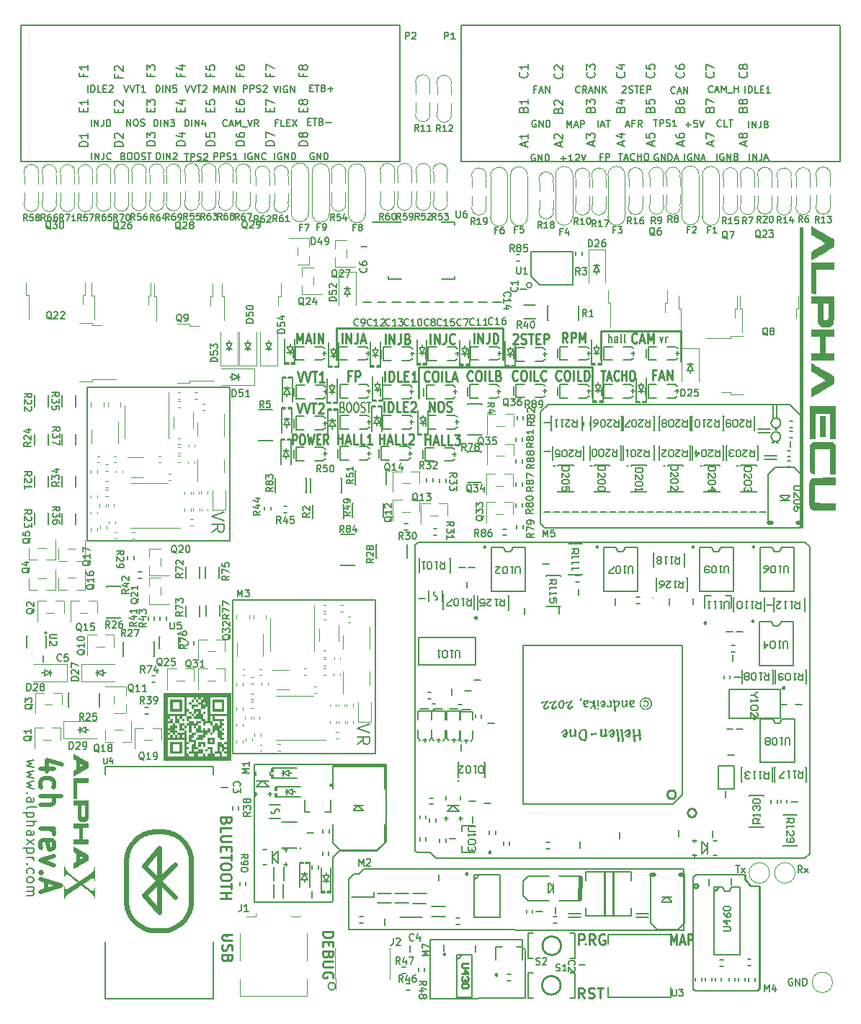
<source format=gto>
G75*
G70*
%OFA0B0*%
%FSLAX25Y25*%
%IPPOS*%
%LPD*%
%AMOC8*
5,1,8,0,0,1.08239X$1,22.5*
%
%ADD10C,0.01969*%
%ADD110C,0.00650*%
%ADD111C,0.01500*%
%ADD121C,0.00800*%
%ADD143C,0.00472*%
%ADD15C,0.00689*%
%ADD150C,0.00500*%
%ADD176C,0.00669*%
%ADD180C,0.00886*%
%ADD192C,0.00591*%
%ADD198C,0.00984*%
%ADD206C,0.01000*%
%ADD226C,0.00390*%
%ADD228C,0.01968*%
%ADD25C,0.01575*%
%ADD56C,0.00787*%
%ADD97C,0.02484*%
X0000000Y0000000D02*
%LPD*%
G01*
D198*
X0146457Y0296260D02*
X0146457Y0311024D01*
X0268898Y0309646D02*
X0305906Y0309646D01*
X0305906Y0309646D02*
X0305906Y0295866D01*
X0184449Y0278740D02*
X0184449Y0293110D01*
X0264764Y0293110D02*
X0264764Y0278937D01*
X0146457Y0311024D02*
X0223425Y0311024D01*
X0184449Y0293110D02*
X0264764Y0293110D01*
D111*
X0361614Y0219291D02*
X0361614Y0357087D01*
D198*
X0268898Y0296260D02*
X0268898Y0309646D01*
X0223425Y0311024D02*
X0223425Y0296457D01*
D176*
X0119282Y0405934D02*
X0118232Y0405934D01*
X0118232Y0404284D02*
X0118232Y0407433D01*
X0119732Y0407433D01*
X0122432Y0404284D02*
X0120932Y0404284D01*
X0120932Y0407433D01*
X0123481Y0405934D02*
X0124531Y0405934D01*
X0124981Y0404284D02*
X0123481Y0404284D01*
X0123481Y0407433D01*
X0124981Y0407433D01*
X0126031Y0407433D02*
X0128131Y0404284D01*
X0128131Y0407433D02*
X0126031Y0404284D01*
X0337190Y0403697D02*
X0337190Y0406846D01*
X0338690Y0403697D02*
X0338690Y0406846D01*
X0340490Y0403697D01*
X0340490Y0406846D01*
X0342889Y0406846D02*
X0342889Y0404597D01*
X0342739Y0404147D01*
X0342439Y0403847D01*
X0341989Y0403697D01*
X0341689Y0403697D01*
X0345439Y0405347D02*
X0345889Y0405197D01*
X0346039Y0405047D01*
X0346189Y0404747D01*
X0346189Y0404297D01*
X0346039Y0403997D01*
X0345889Y0403847D01*
X0345589Y0403697D01*
X0344389Y0403697D01*
X0344389Y0406846D01*
X0345439Y0406846D01*
X0345739Y0406696D01*
X0345889Y0406546D01*
X0346039Y0406246D01*
X0346039Y0405946D01*
X0345889Y0405647D01*
X0345739Y0405497D01*
X0345439Y0405347D01*
X0344389Y0405347D01*
X0303126Y0419780D02*
X0302976Y0419630D01*
X0302526Y0419480D01*
X0302226Y0419480D01*
X0301776Y0419630D01*
X0301476Y0419930D01*
X0301326Y0420230D01*
X0301176Y0420830D01*
X0301176Y0421280D01*
X0301326Y0421880D01*
X0301476Y0422180D01*
X0301776Y0422480D01*
X0302226Y0422630D01*
X0302526Y0422630D01*
X0302976Y0422480D01*
X0303126Y0422330D01*
X0304326Y0420380D02*
X0305826Y0420380D01*
X0304026Y0419480D02*
X0305076Y0422630D01*
X0306125Y0419480D01*
X0307175Y0419480D02*
X0307175Y0422630D01*
X0308975Y0419480D01*
X0308975Y0422630D01*
X0238294Y0391322D02*
X0237994Y0391472D01*
X0237544Y0391472D01*
X0237094Y0391322D01*
X0236794Y0391022D01*
X0236644Y0390722D01*
X0236494Y0390123D01*
X0236494Y0389673D01*
X0236644Y0389073D01*
X0236794Y0388773D01*
X0237094Y0388473D01*
X0237544Y0388323D01*
X0237844Y0388323D01*
X0238294Y0388473D01*
X0238444Y0388623D01*
X0238444Y0389673D01*
X0237844Y0389673D01*
X0239794Y0388323D02*
X0239794Y0391472D01*
X0241594Y0388323D01*
X0241594Y0391472D01*
X0243094Y0388323D02*
X0243094Y0391472D01*
X0243844Y0391472D01*
X0244293Y0391322D01*
X0244593Y0391022D01*
X0244743Y0390722D01*
X0244893Y0390123D01*
X0244893Y0389673D01*
X0244743Y0389073D01*
X0244593Y0388773D01*
X0244293Y0388473D01*
X0243844Y0388323D01*
X0243094Y0388323D01*
D56*
X0296110Y0306946D02*
X0296860Y0304321D01*
X0297610Y0306946D01*
X0298810Y0304321D02*
X0298810Y0306946D01*
X0298810Y0306196D02*
X0298960Y0306571D01*
X0299109Y0306759D01*
X0299409Y0306946D01*
X0299709Y0306946D01*
D176*
X0076378Y0404284D02*
X0076378Y0407433D01*
X0077128Y0407433D01*
X0077578Y0407283D01*
X0077878Y0406984D01*
X0078028Y0406684D01*
X0078178Y0406084D01*
X0078178Y0405634D01*
X0078028Y0405034D01*
X0077878Y0404734D01*
X0077578Y0404434D01*
X0077128Y0404284D01*
X0076378Y0404284D01*
X0079528Y0404284D02*
X0079528Y0407433D01*
X0081027Y0404284D02*
X0081027Y0407433D01*
X0082827Y0404284D01*
X0082827Y0407433D01*
X0085677Y0406384D02*
X0085677Y0404284D01*
X0084927Y0407583D02*
X0084177Y0405334D01*
X0086127Y0405334D01*
X0103459Y0420229D02*
X0103459Y0423378D01*
X0104659Y0423378D01*
X0104959Y0423228D01*
X0105109Y0423078D01*
X0105259Y0422778D01*
X0105259Y0422328D01*
X0105109Y0422029D01*
X0104959Y0421879D01*
X0104659Y0421729D01*
X0103459Y0421729D01*
X0106609Y0420229D02*
X0106609Y0423378D01*
X0107808Y0423378D01*
X0108108Y0423228D01*
X0108258Y0423078D01*
X0108408Y0422778D01*
X0108408Y0422328D01*
X0108258Y0422029D01*
X0108108Y0421879D01*
X0107808Y0421729D01*
X0106609Y0421729D01*
X0109608Y0420379D02*
X0110058Y0420229D01*
X0110808Y0420229D01*
X0111108Y0420379D01*
X0111258Y0420529D01*
X0111408Y0420829D01*
X0111408Y0421129D01*
X0111258Y0421429D01*
X0111108Y0421579D01*
X0110808Y0421729D01*
X0110208Y0421879D01*
X0109908Y0422029D01*
X0109758Y0422178D01*
X0109608Y0422478D01*
X0109608Y0422778D01*
X0109758Y0423078D01*
X0109908Y0423228D01*
X0110208Y0423378D01*
X0110958Y0423378D01*
X0111408Y0423228D01*
X0112608Y0423078D02*
X0112758Y0423228D01*
X0113058Y0423378D01*
X0113808Y0423378D01*
X0114108Y0423228D01*
X0114258Y0423078D01*
X0114408Y0422778D01*
X0114408Y0422478D01*
X0114258Y0422029D01*
X0112458Y0420229D01*
X0114408Y0420229D01*
D198*
X0128468Y0290973D02*
X0129781Y0286249D01*
X0131093Y0290973D01*
X0131843Y0290973D02*
X0133155Y0286249D01*
X0134468Y0290973D01*
X0135217Y0290973D02*
X0137467Y0290973D01*
X0136342Y0286249D02*
X0136342Y0290973D01*
X0140842Y0286249D02*
X0138592Y0286249D01*
X0139717Y0286249D02*
X0139717Y0290973D01*
X0139342Y0290298D01*
X0138967Y0289848D01*
X0138592Y0289623D01*
X0228168Y0308043D02*
X0228356Y0308268D01*
X0228731Y0308493D01*
X0229668Y0308493D01*
X0230043Y0308268D01*
X0230231Y0308043D01*
X0230418Y0307593D01*
X0230418Y0307143D01*
X0230231Y0306468D01*
X0227981Y0303768D01*
X0230418Y0303768D01*
X0231918Y0303993D02*
X0232480Y0303768D01*
X0233418Y0303768D01*
X0233793Y0303993D01*
X0233980Y0304218D01*
X0234168Y0304668D01*
X0234168Y0305118D01*
X0233980Y0305568D01*
X0233793Y0305793D01*
X0233418Y0306018D01*
X0232668Y0306243D01*
X0232293Y0306468D01*
X0232105Y0306693D01*
X0231918Y0307143D01*
X0231918Y0307593D01*
X0232105Y0308043D01*
X0232293Y0308268D01*
X0232668Y0308493D01*
X0233605Y0308493D01*
X0234168Y0308268D01*
X0235292Y0308493D02*
X0237542Y0308493D01*
X0236417Y0303768D02*
X0236417Y0308493D01*
X0238855Y0306243D02*
X0240167Y0306243D01*
X0240729Y0303768D02*
X0238855Y0303768D01*
X0238855Y0308493D01*
X0240729Y0308493D01*
X0242417Y0303768D02*
X0242417Y0308493D01*
X0243916Y0308493D01*
X0244291Y0308268D01*
X0244479Y0308043D01*
X0244666Y0307593D01*
X0244666Y0306918D01*
X0244479Y0306468D01*
X0244291Y0306243D01*
X0243916Y0306018D01*
X0242417Y0306018D01*
D176*
X0047769Y0390579D02*
X0048219Y0390429D01*
X0048369Y0390279D01*
X0048519Y0389979D01*
X0048519Y0389529D01*
X0048369Y0389229D01*
X0048219Y0389079D01*
X0047919Y0388930D01*
X0046719Y0388930D01*
X0046719Y0392079D01*
X0047769Y0392079D01*
X0048069Y0391929D01*
X0048219Y0391779D01*
X0048369Y0391479D01*
X0048369Y0391179D01*
X0048219Y0390879D01*
X0048069Y0390729D01*
X0047769Y0390579D01*
X0046719Y0390579D01*
X0050469Y0392079D02*
X0051069Y0392079D01*
X0051369Y0391929D01*
X0051669Y0391629D01*
X0051819Y0391029D01*
X0051819Y0389979D01*
X0051669Y0389379D01*
X0051369Y0389079D01*
X0051069Y0388930D01*
X0050469Y0388930D01*
X0050169Y0389079D01*
X0049869Y0389379D01*
X0049719Y0389979D01*
X0049719Y0391029D01*
X0049869Y0391629D01*
X0050169Y0391929D01*
X0050469Y0392079D01*
X0053768Y0392079D02*
X0054368Y0392079D01*
X0054668Y0391929D01*
X0054968Y0391629D01*
X0055118Y0391029D01*
X0055118Y0389979D01*
X0054968Y0389379D01*
X0054668Y0389079D01*
X0054368Y0388930D01*
X0053768Y0388930D01*
X0053468Y0389079D01*
X0053168Y0389379D01*
X0053018Y0389979D01*
X0053018Y0391029D01*
X0053168Y0391629D01*
X0053468Y0391929D01*
X0053768Y0392079D01*
X0056318Y0389079D02*
X0056768Y0388930D01*
X0057518Y0388930D01*
X0057818Y0389079D01*
X0057968Y0389229D01*
X0058118Y0389529D01*
X0058118Y0389829D01*
X0057968Y0390129D01*
X0057818Y0390279D01*
X0057518Y0390429D01*
X0056918Y0390579D01*
X0056618Y0390729D01*
X0056468Y0390879D01*
X0056318Y0391179D01*
X0056318Y0391479D01*
X0056468Y0391779D01*
X0056618Y0391929D01*
X0056918Y0392079D01*
X0057668Y0392079D01*
X0058118Y0391929D01*
X0059018Y0392079D02*
X0060817Y0392079D01*
X0059918Y0388930D02*
X0059918Y0392079D01*
D198*
X0168570Y0272272D02*
X0168570Y0276997D01*
X0170444Y0272272D02*
X0170444Y0276997D01*
X0171382Y0276997D01*
X0171944Y0276772D01*
X0172319Y0276322D01*
X0172507Y0275872D01*
X0172694Y0274972D01*
X0172694Y0274297D01*
X0172507Y0273397D01*
X0172319Y0272947D01*
X0171944Y0272497D01*
X0171382Y0272272D01*
X0170444Y0272272D01*
X0176256Y0272272D02*
X0174381Y0272272D01*
X0174381Y0276997D01*
X0177568Y0274747D02*
X0178881Y0274747D01*
X0179443Y0272272D02*
X0177568Y0272272D01*
X0177568Y0276997D01*
X0179443Y0276997D01*
X0180943Y0276547D02*
X0181130Y0276772D01*
X0181505Y0276997D01*
X0182443Y0276997D01*
X0182818Y0276772D01*
X0183005Y0276547D01*
X0183193Y0276097D01*
X0183193Y0275647D01*
X0183005Y0274972D01*
X0180756Y0272272D01*
X0183193Y0272272D01*
D56*
X0272432Y0304321D02*
X0272432Y0308258D01*
X0273781Y0304321D02*
X0273781Y0306384D01*
X0273631Y0306759D01*
X0273331Y0306946D01*
X0272882Y0306946D01*
X0272582Y0306759D01*
X0272432Y0306571D01*
X0276631Y0304321D02*
X0276631Y0306384D01*
X0276481Y0306759D01*
X0276181Y0306946D01*
X0275581Y0306946D01*
X0275281Y0306759D01*
X0276631Y0304509D02*
X0276331Y0304321D01*
X0275581Y0304321D01*
X0275281Y0304509D01*
X0275131Y0304884D01*
X0275131Y0305259D01*
X0275281Y0305634D01*
X0275581Y0305821D01*
X0276331Y0305821D01*
X0276631Y0306009D01*
X0278581Y0304321D02*
X0278281Y0304509D01*
X0278131Y0304884D01*
X0278131Y0308258D01*
X0280231Y0304321D02*
X0279931Y0304509D01*
X0279781Y0304884D01*
X0279781Y0308258D01*
D198*
X0147047Y0257508D02*
X0147047Y0262233D01*
X0147047Y0259983D02*
X0149297Y0259983D01*
X0149297Y0257508D02*
X0149297Y0262233D01*
X0150984Y0258858D02*
X0152859Y0258858D01*
X0150609Y0257508D02*
X0151922Y0262233D01*
X0153234Y0257508D01*
X0156421Y0257508D02*
X0154546Y0257508D01*
X0154546Y0262233D01*
X0159608Y0257508D02*
X0157733Y0257508D01*
X0157733Y0262233D01*
X0162983Y0257508D02*
X0160733Y0257508D01*
X0161858Y0257508D02*
X0161858Y0262233D01*
X0161483Y0261558D01*
X0161108Y0261108D01*
X0160733Y0260883D01*
X0189942Y0303768D02*
X0189942Y0308493D01*
X0191817Y0303768D02*
X0191817Y0308493D01*
X0194066Y0303768D01*
X0194066Y0308493D01*
X0197066Y0308493D02*
X0197066Y0305118D01*
X0196879Y0304443D01*
X0196504Y0303993D01*
X0195941Y0303768D01*
X0195566Y0303768D01*
X0201190Y0304218D02*
X0201003Y0303993D01*
X0200441Y0303768D01*
X0200066Y0303768D01*
X0199503Y0303993D01*
X0199128Y0304443D01*
X0198941Y0304893D01*
X0198753Y0305793D01*
X0198753Y0306468D01*
X0198941Y0307368D01*
X0199128Y0307818D01*
X0199503Y0308268D01*
X0200066Y0308493D01*
X0200441Y0308493D01*
X0201003Y0308268D01*
X0201190Y0308043D01*
X0253300Y0304359D02*
X0251987Y0306609D01*
X0251050Y0304359D02*
X0251050Y0309083D01*
X0252550Y0309083D01*
X0252925Y0308858D01*
X0253112Y0308633D01*
X0253300Y0308183D01*
X0253300Y0307508D01*
X0253112Y0307058D01*
X0252925Y0306834D01*
X0252550Y0306609D01*
X0251050Y0306609D01*
X0254987Y0304359D02*
X0254987Y0309083D01*
X0256487Y0309083D01*
X0256862Y0308858D01*
X0257049Y0308633D01*
X0257237Y0308183D01*
X0257237Y0307508D01*
X0257049Y0307058D01*
X0256862Y0306834D01*
X0256487Y0306609D01*
X0254987Y0306609D01*
X0258924Y0304359D02*
X0258924Y0309083D01*
X0260236Y0305709D01*
X0261549Y0309083D01*
X0261549Y0304359D01*
D176*
X0278748Y0422655D02*
X0278898Y0422805D01*
X0279198Y0422955D01*
X0279948Y0422955D01*
X0280248Y0422805D01*
X0280398Y0422655D01*
X0280548Y0422355D01*
X0280548Y0422055D01*
X0280398Y0421605D01*
X0278598Y0419805D01*
X0280548Y0419805D01*
X0281748Y0419955D02*
X0282198Y0419805D01*
X0282948Y0419805D01*
X0283248Y0419955D01*
X0283398Y0420105D01*
X0283548Y0420405D01*
X0283548Y0420705D01*
X0283398Y0421005D01*
X0283248Y0421155D01*
X0282948Y0421305D01*
X0282348Y0421455D01*
X0282048Y0421605D01*
X0281898Y0421755D01*
X0281748Y0422055D01*
X0281748Y0422355D01*
X0281898Y0422655D01*
X0282048Y0422805D01*
X0282348Y0422955D01*
X0283098Y0422955D01*
X0283548Y0422805D01*
X0284447Y0422955D02*
X0286247Y0422955D01*
X0285347Y0419805D02*
X0285347Y0422955D01*
X0287297Y0421455D02*
X0288347Y0421455D01*
X0288797Y0419805D02*
X0287297Y0419805D01*
X0287297Y0422955D01*
X0288797Y0422955D01*
X0290147Y0419805D02*
X0290147Y0422955D01*
X0291347Y0422955D01*
X0291647Y0422805D01*
X0291797Y0422655D01*
X0291947Y0422355D01*
X0291947Y0421905D01*
X0291797Y0421605D01*
X0291647Y0421455D01*
X0291347Y0421305D01*
X0290147Y0421305D01*
D198*
X0149081Y0303965D02*
X0149081Y0308690D01*
X0150956Y0303965D02*
X0150956Y0308690D01*
X0153206Y0303965D01*
X0153206Y0308690D01*
X0156205Y0308690D02*
X0156205Y0305315D01*
X0156018Y0304640D01*
X0155643Y0304190D01*
X0155081Y0303965D01*
X0154706Y0303965D01*
X0157893Y0305315D02*
X0159768Y0305315D01*
X0157518Y0303965D02*
X0158830Y0308690D01*
X0160142Y0303965D01*
D176*
X0259040Y0420105D02*
X0258890Y0419955D01*
X0258440Y0419805D01*
X0258140Y0419805D01*
X0257690Y0419955D01*
X0257390Y0420255D01*
X0257240Y0420555D01*
X0257091Y0421155D01*
X0257091Y0421605D01*
X0257240Y0422205D01*
X0257390Y0422505D01*
X0257690Y0422805D01*
X0258140Y0422955D01*
X0258440Y0422955D01*
X0258890Y0422805D01*
X0259040Y0422655D01*
X0262190Y0419805D02*
X0261140Y0421305D01*
X0260390Y0419805D02*
X0260390Y0422955D01*
X0261590Y0422955D01*
X0261890Y0422805D01*
X0262040Y0422655D01*
X0262190Y0422355D01*
X0262190Y0421905D01*
X0262040Y0421605D01*
X0261890Y0421455D01*
X0261590Y0421305D01*
X0260390Y0421305D01*
X0263390Y0420705D02*
X0264890Y0420705D01*
X0263090Y0419805D02*
X0264140Y0422955D01*
X0265189Y0419805D01*
X0266239Y0419805D02*
X0266239Y0422955D01*
X0268039Y0419805D01*
X0268039Y0422955D01*
X0269539Y0419805D02*
X0269539Y0422955D01*
X0271339Y0419805D02*
X0269989Y0421605D01*
X0271339Y0422955D02*
X0269539Y0421155D01*
D198*
X0128075Y0276406D02*
X0129387Y0271682D01*
X0130699Y0276406D01*
X0131449Y0276406D02*
X0132762Y0271682D01*
X0134074Y0276406D01*
X0134824Y0276406D02*
X0137073Y0276406D01*
X0135949Y0271682D02*
X0135949Y0276406D01*
X0138198Y0275956D02*
X0138386Y0276181D01*
X0138761Y0276406D01*
X0139698Y0276406D01*
X0140073Y0276181D01*
X0140261Y0275956D01*
X0140448Y0275506D01*
X0140448Y0275056D01*
X0140261Y0274381D01*
X0138011Y0271682D01*
X0140448Y0271682D01*
D176*
X0253145Y0403878D02*
X0253145Y0407027D01*
X0254194Y0404777D01*
X0255244Y0407027D01*
X0255244Y0403878D01*
X0256594Y0404777D02*
X0258094Y0404777D01*
X0256294Y0403878D02*
X0257344Y0407027D01*
X0258394Y0403878D01*
X0259444Y0403878D02*
X0259444Y0407027D01*
X0260644Y0407027D01*
X0260944Y0406877D01*
X0261094Y0406727D01*
X0261244Y0406427D01*
X0261244Y0405977D01*
X0261094Y0405677D01*
X0260944Y0405527D01*
X0260644Y0405377D01*
X0259444Y0405377D01*
D198*
X0209373Y0287092D02*
X0209186Y0286867D01*
X0208624Y0286642D01*
X0208249Y0286642D01*
X0207686Y0286867D01*
X0207311Y0287317D01*
X0207124Y0287767D01*
X0206936Y0288667D01*
X0206936Y0289342D01*
X0207124Y0290242D01*
X0207311Y0290692D01*
X0207686Y0291142D01*
X0208249Y0291367D01*
X0208624Y0291367D01*
X0209186Y0291142D01*
X0209373Y0290917D01*
X0211811Y0291367D02*
X0212561Y0291367D01*
X0212936Y0291142D01*
X0213310Y0290692D01*
X0213498Y0289792D01*
X0213498Y0288217D01*
X0213310Y0287317D01*
X0212936Y0286867D01*
X0212561Y0286642D01*
X0211811Y0286642D01*
X0211436Y0286867D01*
X0211061Y0287317D01*
X0210873Y0288217D01*
X0210873Y0289792D01*
X0211061Y0290692D01*
X0211436Y0291142D01*
X0211811Y0291367D01*
X0215185Y0286642D02*
X0215185Y0291367D01*
X0218935Y0286642D02*
X0217060Y0286642D01*
X0217060Y0291367D01*
X0221559Y0289117D02*
X0222122Y0288892D01*
X0222309Y0288667D01*
X0222497Y0288217D01*
X0222497Y0287542D01*
X0222309Y0287092D01*
X0222122Y0286867D01*
X0221747Y0286642D01*
X0220247Y0286642D01*
X0220247Y0291367D01*
X0221559Y0291367D01*
X0221934Y0291142D01*
X0222122Y0290917D01*
X0222309Y0290467D01*
X0222309Y0290017D01*
X0222122Y0289567D01*
X0221934Y0289342D01*
X0221559Y0289117D01*
X0220247Y0289117D01*
D176*
X0331235Y0062595D02*
X0333080Y0062595D01*
X0332158Y0059366D02*
X0332158Y0062595D01*
X0333849Y0059366D02*
X0335540Y0061519D01*
X0333849Y0061519D02*
X0335540Y0059366D01*
X0250302Y0389523D02*
X0252702Y0389523D01*
X0251502Y0388323D02*
X0251502Y0390722D01*
X0255851Y0388323D02*
X0254052Y0388323D01*
X0254951Y0388323D02*
X0254951Y0391472D01*
X0254652Y0391022D01*
X0254352Y0390722D01*
X0254052Y0390573D01*
X0257051Y0391172D02*
X0257201Y0391322D01*
X0257501Y0391472D01*
X0258251Y0391472D01*
X0258551Y0391322D01*
X0258701Y0391172D01*
X0258851Y0390872D01*
X0258851Y0390573D01*
X0258701Y0390123D01*
X0256901Y0388323D01*
X0258851Y0388323D01*
X0259751Y0391472D02*
X0260801Y0388323D01*
X0261851Y0391472D01*
X0307576Y0388480D02*
X0307576Y0391630D01*
X0310726Y0391480D02*
X0310426Y0391630D01*
X0309976Y0391630D01*
X0309526Y0391480D01*
X0309226Y0391180D01*
X0309076Y0390880D01*
X0308926Y0390280D01*
X0308926Y0389830D01*
X0309076Y0389230D01*
X0309226Y0388930D01*
X0309526Y0388630D01*
X0309976Y0388480D01*
X0310276Y0388480D01*
X0310726Y0388630D01*
X0310876Y0388780D01*
X0310876Y0389830D01*
X0310276Y0389830D01*
X0312226Y0388480D02*
X0312226Y0391630D01*
X0314025Y0388480D01*
X0314025Y0391630D01*
X0315375Y0389380D02*
X0316875Y0389380D01*
X0315075Y0388480D02*
X0316125Y0391630D01*
X0317175Y0388480D01*
X0280459Y0404850D02*
X0281959Y0404850D01*
X0280159Y0403950D02*
X0281209Y0407100D01*
X0282259Y0403950D01*
X0284358Y0405600D02*
X0283309Y0405600D01*
X0283309Y0403950D02*
X0283309Y0407100D01*
X0284808Y0407100D01*
X0287808Y0403950D02*
X0286758Y0405450D01*
X0286008Y0403950D02*
X0286008Y0407100D01*
X0287208Y0407100D01*
X0287508Y0406950D01*
X0287658Y0406800D01*
X0287808Y0406500D01*
X0287808Y0406050D01*
X0287658Y0405750D01*
X0287508Y0405600D01*
X0287208Y0405450D01*
X0286008Y0405450D01*
X0031430Y0420229D02*
X0031430Y0423378D01*
X0032930Y0420229D02*
X0032930Y0423378D01*
X0033680Y0423378D01*
X0034130Y0423228D01*
X0034430Y0422928D01*
X0034580Y0422628D01*
X0034730Y0422029D01*
X0034730Y0421579D01*
X0034580Y0420979D01*
X0034430Y0420679D01*
X0034130Y0420379D01*
X0033680Y0420229D01*
X0032930Y0420229D01*
X0037580Y0420229D02*
X0036080Y0420229D01*
X0036080Y0423378D01*
X0038630Y0421879D02*
X0039679Y0421879D01*
X0040129Y0420229D02*
X0038630Y0420229D01*
X0038630Y0423378D01*
X0040129Y0423378D01*
X0041329Y0423078D02*
X0041479Y0423228D01*
X0041779Y0423378D01*
X0042529Y0423378D01*
X0042829Y0423228D01*
X0042979Y0423078D01*
X0043129Y0422778D01*
X0043129Y0422478D01*
X0042979Y0422029D01*
X0041179Y0420229D01*
X0043129Y0420229D01*
D10*
X0015889Y0107251D02*
X0009327Y0107251D01*
X0019638Y0109407D02*
X0012608Y0111563D01*
X0012608Y0105957D01*
X0009796Y0098627D02*
X0009327Y0099489D01*
X0009327Y0101214D01*
X0009796Y0102076D01*
X0010264Y0102508D01*
X0011202Y0102939D01*
X0014014Y0102939D01*
X0014951Y0102508D01*
X0015420Y0102076D01*
X0015889Y0101214D01*
X0015889Y0099489D01*
X0015420Y0098627D01*
X0009327Y0094746D02*
X0019169Y0094746D01*
X0009327Y0090865D02*
X0014483Y0090865D01*
X0015420Y0091296D01*
X0015889Y0092159D01*
X0015889Y0093452D01*
X0015420Y0094315D01*
X0014951Y0094746D01*
X0009327Y0079654D02*
X0015889Y0079654D01*
X0014014Y0079654D02*
X0014951Y0079223D01*
X0015420Y0078792D01*
X0015889Y0077929D01*
X0015889Y0077067D01*
X0009796Y0070599D02*
X0009327Y0071461D01*
X0009327Y0073186D01*
X0009796Y0074049D01*
X0010733Y0074480D01*
X0014483Y0074480D01*
X0015420Y0074049D01*
X0015889Y0073186D01*
X0015889Y0071461D01*
X0015420Y0070599D01*
X0014483Y0070168D01*
X0013545Y0070168D01*
X0012608Y0074480D01*
X0015889Y0067149D02*
X0009327Y0064993D01*
X0015889Y0062837D01*
X0010264Y0059388D02*
X0009796Y0058957D01*
X0009327Y0059388D01*
X0009796Y0059819D01*
X0010264Y0059388D01*
X0009327Y0059388D01*
X0012139Y0055507D02*
X0012139Y0051195D01*
X0009327Y0056370D02*
X0019169Y0053351D01*
X0009327Y0050333D01*
D198*
X0153121Y0289013D02*
X0151809Y0289013D01*
X0151809Y0286538D02*
X0151809Y0291262D01*
X0153684Y0291262D01*
X0155184Y0286538D02*
X0155184Y0291262D01*
X0156684Y0291262D01*
X0157058Y0291038D01*
X0157246Y0290813D01*
X0157433Y0290363D01*
X0157433Y0289688D01*
X0157246Y0289238D01*
X0157058Y0289013D01*
X0156684Y0288788D01*
X0155184Y0288788D01*
D176*
X0238842Y0421539D02*
X0237792Y0421539D01*
X0237792Y0419890D02*
X0237792Y0423039D01*
X0239292Y0423039D01*
X0240341Y0420789D02*
X0241841Y0420789D01*
X0240041Y0419890D02*
X0241091Y0423039D01*
X0242141Y0419890D01*
X0243191Y0419890D02*
X0243191Y0423039D01*
X0244991Y0419890D01*
X0244991Y0423039D01*
X0033174Y0388930D02*
X0033174Y0392079D01*
X0034674Y0388930D02*
X0034674Y0392079D01*
X0036474Y0388930D01*
X0036474Y0392079D01*
X0038873Y0392079D02*
X0038873Y0389829D01*
X0038723Y0389379D01*
X0038423Y0389079D01*
X0037973Y0388930D01*
X0037673Y0388930D01*
X0042173Y0389229D02*
X0042023Y0389079D01*
X0041573Y0388930D01*
X0041273Y0388930D01*
X0040823Y0389079D01*
X0040523Y0389379D01*
X0040373Y0389679D01*
X0040223Y0390279D01*
X0040223Y0390729D01*
X0040373Y0391329D01*
X0040523Y0391629D01*
X0040823Y0391929D01*
X0041273Y0392079D01*
X0041573Y0392079D01*
X0042023Y0391929D01*
X0042173Y0391779D01*
X0238683Y0406998D02*
X0238383Y0407148D01*
X0237933Y0407148D01*
X0237483Y0406998D01*
X0237183Y0406698D01*
X0237033Y0406398D01*
X0236883Y0405798D01*
X0236883Y0405348D01*
X0237033Y0404748D01*
X0237183Y0404448D01*
X0237483Y0404148D01*
X0237933Y0403998D01*
X0238233Y0403998D01*
X0238683Y0404148D01*
X0238833Y0404298D01*
X0238833Y0405348D01*
X0238233Y0405348D01*
X0240182Y0403998D02*
X0240182Y0407148D01*
X0241982Y0403998D01*
X0241982Y0407148D01*
X0243482Y0403998D02*
X0243482Y0407148D01*
X0244232Y0407148D01*
X0244682Y0406998D01*
X0244982Y0406698D01*
X0245132Y0406398D01*
X0245282Y0405798D01*
X0245282Y0405348D01*
X0245132Y0404748D01*
X0244982Y0404448D01*
X0244682Y0404148D01*
X0244232Y0403998D01*
X0243482Y0403998D01*
D198*
X0285471Y0304612D02*
X0285283Y0304387D01*
X0284721Y0304162D01*
X0284346Y0304162D01*
X0283783Y0304387D01*
X0283408Y0304837D01*
X0283221Y0305287D01*
X0283033Y0306187D01*
X0283033Y0306862D01*
X0283221Y0307762D01*
X0283408Y0308211D01*
X0283783Y0308661D01*
X0284346Y0308886D01*
X0284721Y0308886D01*
X0285283Y0308661D01*
X0285471Y0308436D01*
X0286970Y0305512D02*
X0288845Y0305512D01*
X0286595Y0304162D02*
X0287908Y0308886D01*
X0289220Y0304162D01*
X0290532Y0304162D02*
X0290532Y0308886D01*
X0291845Y0305512D01*
X0293157Y0308886D01*
X0293157Y0304162D01*
D176*
X0320566Y0420332D02*
X0320416Y0420182D01*
X0319966Y0420032D01*
X0319666Y0420032D01*
X0319216Y0420182D01*
X0318916Y0420482D01*
X0318766Y0420782D01*
X0318616Y0421382D01*
X0318616Y0421832D01*
X0318766Y0422432D01*
X0318916Y0422732D01*
X0319216Y0423031D01*
X0319666Y0423181D01*
X0319966Y0423181D01*
X0320416Y0423031D01*
X0320566Y0422882D01*
X0321766Y0420932D02*
X0323266Y0420932D01*
X0321466Y0420032D02*
X0322516Y0423181D01*
X0323566Y0420032D01*
X0324616Y0420032D02*
X0324616Y0423181D01*
X0325666Y0420932D01*
X0326715Y0423181D01*
X0326715Y0420032D01*
X0327465Y0419732D02*
X0329865Y0419732D01*
X0330615Y0420032D02*
X0330615Y0423181D01*
X0330615Y0421682D02*
X0332415Y0421682D01*
X0332415Y0420032D02*
X0332415Y0423181D01*
X0063189Y0388930D02*
X0063189Y0392079D01*
X0063939Y0392079D01*
X0064389Y0391929D01*
X0064689Y0391629D01*
X0064839Y0391329D01*
X0064989Y0390729D01*
X0064989Y0390279D01*
X0064839Y0389679D01*
X0064689Y0389379D01*
X0064389Y0389079D01*
X0063939Y0388930D01*
X0063189Y0388930D01*
X0066339Y0388930D02*
X0066339Y0392079D01*
X0067838Y0388930D02*
X0067838Y0392079D01*
X0069638Y0388930D01*
X0069638Y0392079D01*
X0070988Y0391779D02*
X0071138Y0391929D01*
X0071438Y0392079D01*
X0072188Y0392079D01*
X0072488Y0391929D01*
X0072638Y0391779D01*
X0072788Y0391479D01*
X0072788Y0391179D01*
X0072638Y0390729D01*
X0070838Y0388930D01*
X0072788Y0388930D01*
D198*
X0166339Y0257508D02*
X0166339Y0262233D01*
X0166339Y0259983D02*
X0168588Y0259983D01*
X0168588Y0257508D02*
X0168588Y0262233D01*
X0170276Y0258858D02*
X0172150Y0258858D01*
X0169901Y0257508D02*
X0171213Y0262233D01*
X0172525Y0257508D01*
X0175712Y0257508D02*
X0173838Y0257508D01*
X0173838Y0262233D01*
X0178900Y0257508D02*
X0177025Y0257508D01*
X0177025Y0262233D01*
X0180024Y0261783D02*
X0180212Y0262008D01*
X0180587Y0262233D01*
X0181524Y0262233D01*
X0181899Y0262008D01*
X0182087Y0261783D01*
X0182274Y0261333D01*
X0182274Y0260883D01*
X0182087Y0260208D01*
X0179837Y0257508D01*
X0182274Y0257508D01*
D176*
X0048247Y0423378D02*
X0049297Y0420229D01*
X0050347Y0423378D01*
X0050947Y0423378D02*
X0051997Y0420229D01*
X0053046Y0423378D01*
X0053646Y0423378D02*
X0055446Y0423378D01*
X0054546Y0420229D02*
X0054546Y0423378D01*
X0058146Y0420229D02*
X0056346Y0420229D01*
X0057246Y0420229D02*
X0057246Y0423378D01*
X0056946Y0422928D01*
X0056646Y0422628D01*
X0056346Y0422478D01*
X0135986Y0391929D02*
X0135686Y0392079D01*
X0135236Y0392079D01*
X0134786Y0391929D01*
X0134486Y0391629D01*
X0134336Y0391329D01*
X0134186Y0390729D01*
X0134186Y0390279D01*
X0134336Y0389679D01*
X0134486Y0389379D01*
X0134786Y0389079D01*
X0135236Y0388930D01*
X0135536Y0388930D01*
X0135986Y0389079D01*
X0136136Y0389229D01*
X0136136Y0390279D01*
X0135536Y0390279D01*
X0137486Y0388930D02*
X0137486Y0392079D01*
X0139286Y0388930D01*
X0139286Y0392079D01*
X0140786Y0388930D02*
X0140786Y0392079D01*
X0141535Y0392079D01*
X0141985Y0391929D01*
X0142285Y0391629D01*
X0142435Y0391329D01*
X0142585Y0390729D01*
X0142585Y0390279D01*
X0142435Y0389679D01*
X0142285Y0389379D01*
X0141985Y0389079D01*
X0141535Y0388930D01*
X0140786Y0388930D01*
X0076594Y0423378D02*
X0077643Y0420229D01*
X0078693Y0423378D01*
X0079293Y0423378D02*
X0080343Y0420229D01*
X0081393Y0423378D01*
X0081993Y0423378D02*
X0083793Y0423378D01*
X0082893Y0420229D02*
X0082893Y0423378D01*
X0084693Y0423078D02*
X0084843Y0423228D01*
X0085142Y0423378D01*
X0085892Y0423378D01*
X0086192Y0423228D01*
X0086342Y0423078D01*
X0086492Y0422778D01*
X0086492Y0422478D01*
X0086342Y0422029D01*
X0084543Y0420229D01*
X0086492Y0420229D01*
D198*
X0187598Y0257115D02*
X0187598Y0261839D01*
X0187598Y0259589D02*
X0189848Y0259589D01*
X0189848Y0257115D02*
X0189848Y0261839D01*
X0191535Y0258465D02*
X0193410Y0258465D01*
X0191160Y0257115D02*
X0192473Y0261839D01*
X0193785Y0257115D01*
X0196972Y0257115D02*
X0195097Y0257115D01*
X0195097Y0261839D01*
X0200159Y0257115D02*
X0198285Y0257115D01*
X0198285Y0261839D01*
X0201097Y0261839D02*
X0203534Y0261839D01*
X0202222Y0260039D01*
X0202784Y0260039D01*
X0203159Y0259814D01*
X0203346Y0259589D01*
X0203534Y0259139D01*
X0203534Y0258015D01*
X0203346Y0257565D01*
X0203159Y0257340D01*
X0202784Y0257115D01*
X0201659Y0257115D01*
X0201284Y0257340D01*
X0201097Y0257565D01*
D176*
X0357383Y0010276D02*
X0357075Y0010429D01*
X0356614Y0010429D01*
X0356153Y0010276D01*
X0355846Y0009968D01*
X0355692Y0009661D01*
X0355538Y0009046D01*
X0355538Y0008585D01*
X0355692Y0007970D01*
X0355846Y0007662D01*
X0356153Y0007355D01*
X0356614Y0007201D01*
X0356922Y0007201D01*
X0357383Y0007355D01*
X0357537Y0007508D01*
X0357537Y0008585D01*
X0356922Y0008585D01*
X0358920Y0007201D02*
X0358920Y0010429D01*
X0360765Y0007201D01*
X0360765Y0010429D01*
X0362302Y0007201D02*
X0362302Y0010429D01*
X0363071Y0010429D01*
X0363532Y0010276D01*
X0363840Y0009968D01*
X0363993Y0009661D01*
X0364147Y0009046D01*
X0364147Y0008585D01*
X0363993Y0007970D01*
X0363840Y0007662D01*
X0363532Y0007355D01*
X0363071Y0007201D01*
X0362302Y0007201D01*
X0337500Y0388733D02*
X0337500Y0391882D01*
X0338999Y0388733D02*
X0338999Y0391882D01*
X0340799Y0388733D01*
X0340799Y0391882D01*
X0343199Y0391882D02*
X0343199Y0389633D01*
X0343049Y0389183D01*
X0342749Y0388883D01*
X0342299Y0388733D01*
X0341999Y0388733D01*
X0344549Y0389633D02*
X0346048Y0389633D01*
X0344249Y0388733D02*
X0345299Y0391882D01*
X0346348Y0388733D01*
X0049494Y0404481D02*
X0049494Y0407630D01*
X0051294Y0404481D01*
X0051294Y0407630D01*
X0053393Y0407630D02*
X0053993Y0407630D01*
X0054293Y0407480D01*
X0054593Y0407180D01*
X0054743Y0406580D01*
X0054743Y0405531D01*
X0054593Y0404931D01*
X0054293Y0404631D01*
X0053993Y0404481D01*
X0053393Y0404481D01*
X0053093Y0404631D01*
X0052793Y0404931D01*
X0052643Y0405531D01*
X0052643Y0406580D01*
X0052793Y0407180D01*
X0053093Y0407480D01*
X0053393Y0407630D01*
X0055943Y0404631D02*
X0056393Y0404481D01*
X0057143Y0404481D01*
X0057443Y0404631D01*
X0057593Y0404781D01*
X0057743Y0405081D01*
X0057743Y0405381D01*
X0057593Y0405681D01*
X0057443Y0405831D01*
X0057143Y0405981D01*
X0056543Y0406130D01*
X0056243Y0406280D01*
X0056093Y0406430D01*
X0055943Y0406730D01*
X0055943Y0407030D01*
X0056093Y0407330D01*
X0056243Y0407480D01*
X0056543Y0407630D01*
X0057293Y0407630D01*
X0057743Y0407480D01*
X0133183Y0406524D02*
X0134233Y0406524D01*
X0134683Y0404874D02*
X0133183Y0404874D01*
X0133183Y0408024D01*
X0134683Y0408024D01*
X0135583Y0408024D02*
X0137383Y0408024D01*
X0136483Y0404874D02*
X0136483Y0408024D01*
X0139483Y0406524D02*
X0139933Y0406374D01*
X0140082Y0406224D01*
X0140232Y0405924D01*
X0140232Y0405474D01*
X0140082Y0405174D01*
X0139933Y0405024D01*
X0139633Y0404874D01*
X0138433Y0404874D01*
X0138433Y0408024D01*
X0139483Y0408024D01*
X0139783Y0407874D01*
X0139933Y0407724D01*
X0140082Y0407424D01*
X0140082Y0407124D01*
X0139933Y0406824D01*
X0139783Y0406674D01*
X0139483Y0406524D01*
X0138433Y0406524D01*
X0141582Y0406074D02*
X0143982Y0406074D01*
X0134168Y0422075D02*
X0135217Y0422075D01*
X0135667Y0420426D02*
X0134168Y0420426D01*
X0134168Y0423575D01*
X0135667Y0423575D01*
X0136567Y0423575D02*
X0138367Y0423575D01*
X0137467Y0420426D02*
X0137467Y0423575D01*
X0140467Y0422075D02*
X0140917Y0421925D01*
X0141067Y0421775D01*
X0141217Y0421475D01*
X0141217Y0421026D01*
X0141067Y0420726D01*
X0140917Y0420576D01*
X0140617Y0420426D01*
X0139417Y0420426D01*
X0139417Y0423575D01*
X0140467Y0423575D01*
X0140767Y0423425D01*
X0140917Y0423275D01*
X0141067Y0422975D01*
X0141067Y0422675D01*
X0140917Y0422375D01*
X0140767Y0422225D01*
X0140467Y0422075D01*
X0139417Y0422075D01*
X0142567Y0421625D02*
X0144966Y0421625D01*
X0143766Y0420426D02*
X0143766Y0422825D01*
X0095866Y0404584D02*
X0095716Y0404434D01*
X0095266Y0404284D01*
X0094966Y0404284D01*
X0094516Y0404434D01*
X0094216Y0404734D01*
X0094066Y0405034D01*
X0093916Y0405634D01*
X0093916Y0406084D01*
X0094066Y0406684D01*
X0094216Y0406984D01*
X0094516Y0407283D01*
X0094966Y0407433D01*
X0095266Y0407433D01*
X0095716Y0407283D01*
X0095866Y0407133D01*
X0097066Y0405184D02*
X0098566Y0405184D01*
X0096766Y0404284D02*
X0097816Y0407433D01*
X0098866Y0404284D01*
X0099916Y0404284D02*
X0099916Y0407433D01*
X0100966Y0405184D01*
X0102015Y0407433D01*
X0102015Y0404284D01*
X0102765Y0403984D02*
X0105165Y0403984D01*
X0105465Y0407433D02*
X0106515Y0404284D01*
X0107565Y0407433D01*
X0110414Y0404284D02*
X0109364Y0405784D01*
X0108615Y0404284D02*
X0108615Y0407433D01*
X0109814Y0407433D01*
X0110114Y0407283D01*
X0110264Y0407133D01*
X0110414Y0406834D01*
X0110414Y0406384D01*
X0110264Y0406084D01*
X0110114Y0405934D01*
X0109814Y0405784D01*
X0108615Y0405784D01*
X0089679Y0388930D02*
X0089679Y0392079D01*
X0090879Y0392079D01*
X0091179Y0391929D01*
X0091329Y0391779D01*
X0091479Y0391479D01*
X0091479Y0391029D01*
X0091329Y0390729D01*
X0091179Y0390579D01*
X0090879Y0390429D01*
X0089679Y0390429D01*
X0092829Y0388930D02*
X0092829Y0392079D01*
X0094029Y0392079D01*
X0094329Y0391929D01*
X0094479Y0391779D01*
X0094629Y0391479D01*
X0094629Y0391029D01*
X0094479Y0390729D01*
X0094329Y0390579D01*
X0094029Y0390429D01*
X0092829Y0390429D01*
X0095829Y0389079D02*
X0096279Y0388930D01*
X0097028Y0388930D01*
X0097328Y0389079D01*
X0097478Y0389229D01*
X0097628Y0389529D01*
X0097628Y0389829D01*
X0097478Y0390129D01*
X0097328Y0390279D01*
X0097028Y0390429D01*
X0096429Y0390579D01*
X0096129Y0390729D01*
X0095979Y0390879D01*
X0095829Y0391179D01*
X0095829Y0391479D01*
X0095979Y0391779D01*
X0096129Y0391929D01*
X0096429Y0392079D01*
X0097178Y0392079D01*
X0097628Y0391929D01*
X0100628Y0388930D02*
X0098828Y0388930D01*
X0099728Y0388930D02*
X0099728Y0392079D01*
X0099428Y0391629D01*
X0099128Y0391329D01*
X0098828Y0391179D01*
D198*
X0210021Y0303965D02*
X0210021Y0308690D01*
X0211895Y0303965D02*
X0211895Y0308690D01*
X0214145Y0303965D01*
X0214145Y0308690D01*
X0217145Y0308690D02*
X0217145Y0305315D01*
X0216957Y0304640D01*
X0216582Y0304190D01*
X0216020Y0303965D01*
X0215645Y0303965D01*
X0219019Y0303965D02*
X0219019Y0308690D01*
X0219957Y0308690D01*
X0220519Y0308465D01*
X0220894Y0308015D01*
X0221082Y0307565D01*
X0221269Y0306665D01*
X0221269Y0305990D01*
X0221082Y0305090D01*
X0220894Y0304640D01*
X0220519Y0304190D01*
X0219957Y0303965D01*
X0219019Y0303965D01*
X0258605Y0026209D02*
X0258605Y0030934D01*
X0260405Y0030934D01*
X0260855Y0030709D01*
X0261080Y0030484D01*
X0261305Y0030034D01*
X0261305Y0029359D01*
X0261080Y0028909D01*
X0260855Y0028684D01*
X0260405Y0028459D01*
X0258605Y0028459D01*
X0266029Y0026209D02*
X0264454Y0028459D01*
X0263330Y0026209D02*
X0263330Y0030934D01*
X0265129Y0030934D01*
X0265579Y0030709D01*
X0265804Y0030484D01*
X0266029Y0030034D01*
X0266029Y0029359D01*
X0265804Y0028909D01*
X0265579Y0028684D01*
X0265129Y0028459D01*
X0263330Y0028459D01*
X0270529Y0030709D02*
X0270079Y0030934D01*
X0269404Y0030934D01*
X0268729Y0030709D01*
X0268279Y0030259D01*
X0268054Y0029809D01*
X0267829Y0028909D01*
X0267829Y0028234D01*
X0268054Y0027334D01*
X0268279Y0026884D01*
X0268729Y0026434D01*
X0269404Y0026209D01*
X0269854Y0026209D01*
X0270529Y0026434D01*
X0270754Y0026659D01*
X0270754Y0028234D01*
X0269854Y0028234D01*
D176*
X0076219Y0391882D02*
X0078018Y0391882D01*
X0077118Y0388733D02*
X0077118Y0391882D01*
X0079068Y0388733D02*
X0079068Y0391882D01*
X0080268Y0391882D01*
X0080568Y0391732D01*
X0080718Y0391582D01*
X0080868Y0391282D01*
X0080868Y0390832D01*
X0080718Y0390532D01*
X0080568Y0390382D01*
X0080268Y0390232D01*
X0079068Y0390232D01*
X0082068Y0388883D02*
X0082518Y0388733D01*
X0083268Y0388733D01*
X0083568Y0388883D01*
X0083718Y0389033D01*
X0083868Y0389333D01*
X0083868Y0389633D01*
X0083718Y0389933D01*
X0083568Y0390082D01*
X0083268Y0390232D01*
X0082668Y0390382D01*
X0082368Y0390532D01*
X0082218Y0390682D01*
X0082068Y0390982D01*
X0082068Y0391282D01*
X0082218Y0391582D01*
X0082368Y0391732D01*
X0082668Y0391882D01*
X0083418Y0391882D01*
X0083868Y0391732D01*
X0085067Y0391582D02*
X0085217Y0391732D01*
X0085517Y0391882D01*
X0086267Y0391882D01*
X0086567Y0391732D01*
X0086717Y0391582D01*
X0086867Y0391282D01*
X0086867Y0390982D01*
X0086717Y0390532D01*
X0084918Y0388733D01*
X0086867Y0388733D01*
X0308064Y0405150D02*
X0310463Y0405150D01*
X0309264Y0403950D02*
X0309264Y0406350D01*
X0313463Y0407100D02*
X0311963Y0407100D01*
X0311813Y0405600D01*
X0311963Y0405750D01*
X0312263Y0405900D01*
X0313013Y0405900D01*
X0313313Y0405750D01*
X0313463Y0405600D01*
X0313613Y0405300D01*
X0313613Y0404550D01*
X0313463Y0404250D01*
X0313313Y0404100D01*
X0313013Y0403950D01*
X0312263Y0403950D01*
X0311963Y0404100D01*
X0311813Y0404250D01*
X0314513Y0407100D02*
X0315563Y0403950D01*
X0316613Y0407100D01*
X0267536Y0403987D02*
X0267536Y0407137D01*
X0268886Y0404887D02*
X0270386Y0404887D01*
X0268586Y0403987D02*
X0269636Y0407137D01*
X0270686Y0403987D01*
X0271286Y0407137D02*
X0273086Y0407137D01*
X0272186Y0403987D02*
X0272186Y0407137D01*
X0335502Y0419842D02*
X0335502Y0422992D01*
X0337002Y0419842D02*
X0337002Y0422992D01*
X0337752Y0422992D01*
X0338202Y0422842D01*
X0338502Y0422542D01*
X0338652Y0422242D01*
X0338802Y0421642D01*
X0338802Y0421192D01*
X0338652Y0420592D01*
X0338502Y0420292D01*
X0338202Y0419992D01*
X0337752Y0419842D01*
X0337002Y0419842D01*
X0341651Y0419842D02*
X0340151Y0419842D01*
X0340151Y0422992D01*
X0342701Y0421492D02*
X0343751Y0421492D01*
X0344201Y0419842D02*
X0342701Y0419842D01*
X0342701Y0422992D01*
X0344201Y0422992D01*
X0347201Y0419842D02*
X0345401Y0419842D01*
X0346301Y0419842D02*
X0346301Y0422992D01*
X0346001Y0422542D01*
X0345701Y0422242D01*
X0345401Y0422092D01*
X0117838Y0388930D02*
X0117838Y0392079D01*
X0120988Y0391929D02*
X0120688Y0392079D01*
X0120238Y0392079D01*
X0119788Y0391929D01*
X0119488Y0391629D01*
X0119338Y0391329D01*
X0119188Y0390729D01*
X0119188Y0390279D01*
X0119338Y0389679D01*
X0119488Y0389379D01*
X0119788Y0389079D01*
X0120238Y0388930D01*
X0120538Y0388930D01*
X0120988Y0389079D01*
X0121138Y0389229D01*
X0121138Y0390279D01*
X0120538Y0390279D01*
X0122488Y0388930D02*
X0122488Y0392079D01*
X0124288Y0388930D01*
X0124288Y0392079D01*
X0125787Y0388930D02*
X0125787Y0392079D01*
X0126537Y0392079D01*
X0126987Y0391929D01*
X0127287Y0391629D01*
X0127437Y0391329D01*
X0127587Y0390729D01*
X0127587Y0390279D01*
X0127437Y0389679D01*
X0127287Y0389379D01*
X0126987Y0389079D01*
X0126537Y0388930D01*
X0125787Y0388930D01*
D198*
X0098256Y0030765D02*
X0094432Y0030765D01*
X0093982Y0030540D01*
X0093757Y0030315D01*
X0093532Y0029865D01*
X0093532Y0028965D01*
X0093757Y0028515D01*
X0093982Y0028290D01*
X0094432Y0028065D01*
X0098256Y0028065D01*
X0093757Y0026040D02*
X0093532Y0025366D01*
X0093532Y0024241D01*
X0093757Y0023791D01*
X0093982Y0023566D01*
X0094432Y0023341D01*
X0094882Y0023341D01*
X0095332Y0023566D01*
X0095557Y0023791D01*
X0095782Y0024241D01*
X0096007Y0025141D01*
X0096232Y0025591D01*
X0096457Y0025816D01*
X0096907Y0026040D01*
X0097357Y0026040D01*
X0097807Y0025816D01*
X0098031Y0025591D01*
X0098256Y0025141D01*
X0098256Y0024016D01*
X0098031Y0023341D01*
X0096007Y0019741D02*
X0095782Y0019066D01*
X0095557Y0018841D01*
X0095107Y0018616D01*
X0094432Y0018616D01*
X0093982Y0018841D01*
X0093757Y0019066D01*
X0093532Y0019516D01*
X0093532Y0021316D01*
X0098256Y0021316D01*
X0098256Y0019741D01*
X0098031Y0019291D01*
X0097807Y0019066D01*
X0097357Y0018841D01*
X0096907Y0018841D01*
X0096457Y0019066D01*
X0096232Y0019291D01*
X0096007Y0019741D01*
X0096007Y0021316D01*
X0294010Y0289511D02*
X0292697Y0289511D01*
X0292697Y0287036D02*
X0292697Y0291760D01*
X0294572Y0291760D01*
X0295885Y0288386D02*
X0297759Y0288386D01*
X0295510Y0287036D02*
X0296822Y0291760D01*
X0298134Y0287036D01*
X0299447Y0287036D02*
X0299447Y0291760D01*
X0301696Y0287036D01*
X0301696Y0291760D01*
X0140186Y0032030D02*
X0144910Y0032030D01*
X0144910Y0030906D01*
X0144685Y0030231D01*
X0144235Y0029781D01*
X0143785Y0029556D01*
X0142885Y0029331D01*
X0142210Y0029331D01*
X0141310Y0029556D01*
X0140861Y0029781D01*
X0140411Y0030231D01*
X0140186Y0030906D01*
X0140186Y0032030D01*
X0142660Y0027306D02*
X0142660Y0025731D01*
X0140186Y0025056D02*
X0140186Y0027306D01*
X0144910Y0027306D01*
X0144910Y0025056D01*
X0142660Y0021457D02*
X0142435Y0020782D01*
X0142210Y0020557D01*
X0141760Y0020332D01*
X0141085Y0020332D01*
X0140636Y0020557D01*
X0140411Y0020782D01*
X0140186Y0021232D01*
X0140186Y0023031D01*
X0144910Y0023031D01*
X0144910Y0021457D01*
X0144685Y0021007D01*
X0144460Y0020782D01*
X0144010Y0020557D01*
X0143560Y0020557D01*
X0143110Y0020782D01*
X0142885Y0021007D01*
X0142660Y0021457D01*
X0142660Y0023031D01*
X0144910Y0018307D02*
X0141085Y0018307D01*
X0140636Y0018082D01*
X0140411Y0017857D01*
X0140186Y0017407D01*
X0140186Y0016507D01*
X0140411Y0016057D01*
X0140636Y0015832D01*
X0141085Y0015607D01*
X0144910Y0015607D01*
X0144685Y0010883D02*
X0144910Y0011333D01*
X0144910Y0012008D01*
X0144685Y0012683D01*
X0144235Y0013133D01*
X0143785Y0013358D01*
X0142885Y0013583D01*
X0142210Y0013583D01*
X0141310Y0013358D01*
X0140861Y0013133D01*
X0140411Y0012683D01*
X0140186Y0012008D01*
X0140186Y0011558D01*
X0140411Y0010883D01*
X0140636Y0010658D01*
X0142210Y0010658D01*
X0142210Y0011558D01*
D176*
X0324561Y0404419D02*
X0324411Y0404269D01*
X0323961Y0404119D01*
X0323661Y0404119D01*
X0323211Y0404269D01*
X0322911Y0404569D01*
X0322761Y0404869D01*
X0322611Y0405469D01*
X0322611Y0405919D01*
X0322761Y0406519D01*
X0322911Y0406819D01*
X0323211Y0407119D01*
X0323661Y0407269D01*
X0323961Y0407269D01*
X0324411Y0407119D01*
X0324561Y0406969D01*
X0327411Y0404119D02*
X0325911Y0404119D01*
X0325911Y0407269D01*
X0328011Y0407269D02*
X0329810Y0407269D01*
X0328910Y0404119D02*
X0328910Y0407269D01*
D198*
X0230287Y0287289D02*
X0230099Y0287064D01*
X0229537Y0286839D01*
X0229162Y0286839D01*
X0228600Y0287064D01*
X0228225Y0287514D01*
X0228037Y0287964D01*
X0227850Y0288864D01*
X0227850Y0289539D01*
X0228037Y0290439D01*
X0228225Y0290889D01*
X0228600Y0291339D01*
X0229162Y0291564D01*
X0229537Y0291564D01*
X0230099Y0291339D01*
X0230287Y0291114D01*
X0232724Y0291564D02*
X0233474Y0291564D01*
X0233849Y0291339D01*
X0234224Y0290889D01*
X0234411Y0289989D01*
X0234411Y0288414D01*
X0234224Y0287514D01*
X0233849Y0287064D01*
X0233474Y0286839D01*
X0232724Y0286839D01*
X0232349Y0287064D01*
X0231974Y0287514D01*
X0231787Y0288414D01*
X0231787Y0289989D01*
X0231974Y0290889D01*
X0232349Y0291339D01*
X0232724Y0291564D01*
X0236099Y0286839D02*
X0236099Y0291564D01*
X0239848Y0286839D02*
X0237973Y0286839D01*
X0237973Y0291564D01*
X0243410Y0287289D02*
X0243223Y0287064D01*
X0242660Y0286839D01*
X0242285Y0286839D01*
X0241723Y0287064D01*
X0241348Y0287514D01*
X0241160Y0287964D01*
X0240973Y0288864D01*
X0240973Y0289539D01*
X0241160Y0290439D01*
X0241348Y0290889D01*
X0241723Y0291339D01*
X0242285Y0291564D01*
X0242660Y0291564D01*
X0243223Y0291339D01*
X0243410Y0291114D01*
X0128253Y0303965D02*
X0128253Y0308690D01*
X0129565Y0305315D01*
X0130877Y0308690D01*
X0130877Y0303965D01*
X0132565Y0305315D02*
X0134439Y0305315D01*
X0132190Y0303965D02*
X0133502Y0308690D01*
X0134814Y0303965D01*
X0136127Y0303965D02*
X0136127Y0308690D01*
X0138001Y0303965D02*
X0138001Y0308690D01*
X0140251Y0303965D01*
X0140251Y0308690D01*
D176*
X0117417Y0423181D02*
X0118466Y0420032D01*
X0119516Y0423181D01*
X0120566Y0420032D02*
X0120566Y0423181D01*
X0123716Y0423031D02*
X0123416Y0423181D01*
X0122966Y0423181D01*
X0122516Y0423031D01*
X0122216Y0422732D01*
X0122066Y0422432D01*
X0121916Y0421832D01*
X0121916Y0421382D01*
X0122066Y0420782D01*
X0122216Y0420482D01*
X0122516Y0420182D01*
X0122966Y0420032D01*
X0123266Y0420032D01*
X0123716Y0420182D01*
X0123866Y0420332D01*
X0123866Y0421382D01*
X0123266Y0421382D01*
X0125216Y0420032D02*
X0125216Y0423181D01*
X0127015Y0420032D01*
X0127015Y0423181D01*
X0322445Y0388735D02*
X0322445Y0391884D01*
X0325594Y0391734D02*
X0325294Y0391884D01*
X0324845Y0391884D01*
X0324395Y0391734D01*
X0324095Y0391434D01*
X0323945Y0391135D01*
X0323795Y0390535D01*
X0323795Y0390085D01*
X0323945Y0389485D01*
X0324095Y0389185D01*
X0324395Y0388885D01*
X0324845Y0388735D01*
X0325144Y0388735D01*
X0325594Y0388885D01*
X0325744Y0389035D01*
X0325744Y0390085D01*
X0325144Y0390085D01*
X0327094Y0388735D02*
X0327094Y0391884D01*
X0328894Y0388735D01*
X0328894Y0391884D01*
X0331444Y0390385D02*
X0331894Y0390235D01*
X0332044Y0390085D01*
X0332194Y0389785D01*
X0332194Y0389335D01*
X0332044Y0389035D01*
X0331894Y0388885D01*
X0331594Y0388735D01*
X0330394Y0388735D01*
X0330394Y0391884D01*
X0331444Y0391884D01*
X0331744Y0391734D01*
X0331894Y0391584D01*
X0332044Y0391284D01*
X0332044Y0390985D01*
X0331894Y0390685D01*
X0331744Y0390535D01*
X0331444Y0390385D01*
X0330394Y0390385D01*
X0277009Y0391800D02*
X0278809Y0391800D01*
X0277909Y0388650D02*
X0277909Y0391800D01*
X0279709Y0389550D02*
X0281209Y0389550D01*
X0279409Y0388650D02*
X0280459Y0391800D01*
X0281509Y0388650D01*
X0284358Y0388950D02*
X0284208Y0388800D01*
X0283759Y0388650D01*
X0283459Y0388650D01*
X0283009Y0388800D01*
X0282709Y0389100D01*
X0282559Y0389400D01*
X0282409Y0390000D01*
X0282409Y0390450D01*
X0282559Y0391050D01*
X0282709Y0391350D01*
X0283009Y0391650D01*
X0283459Y0391800D01*
X0283759Y0391800D01*
X0284208Y0391650D01*
X0284358Y0391500D01*
X0285708Y0388650D02*
X0285708Y0391800D01*
X0285708Y0390300D02*
X0287508Y0390300D01*
X0287508Y0388650D02*
X0287508Y0391800D01*
X0289608Y0391800D02*
X0290208Y0391800D01*
X0290508Y0391650D01*
X0290808Y0391350D01*
X0290958Y0390750D01*
X0290958Y0389700D01*
X0290808Y0389100D01*
X0290508Y0388800D01*
X0290208Y0388650D01*
X0289608Y0388650D01*
X0289308Y0388800D01*
X0289008Y0389100D01*
X0288858Y0389700D01*
X0288858Y0390750D01*
X0289008Y0391350D01*
X0289308Y0391650D01*
X0289608Y0391800D01*
D198*
X0261192Y0001406D02*
X0259618Y0003656D01*
X0258493Y0001406D02*
X0258493Y0006130D01*
X0260292Y0006130D01*
X0260742Y0005906D01*
X0260967Y0005681D01*
X0261192Y0005231D01*
X0261192Y0004556D01*
X0260967Y0004106D01*
X0260742Y0003881D01*
X0260292Y0003656D01*
X0258493Y0003656D01*
X0262992Y0001631D02*
X0263667Y0001406D01*
X0264792Y0001406D01*
X0265242Y0001631D01*
X0265467Y0001856D01*
X0265692Y0002306D01*
X0265692Y0002756D01*
X0265467Y0003206D01*
X0265242Y0003431D01*
X0264792Y0003656D01*
X0263892Y0003881D01*
X0263442Y0004106D01*
X0263217Y0004331D01*
X0262992Y0004781D01*
X0262992Y0005231D01*
X0263217Y0005681D01*
X0263442Y0005906D01*
X0263892Y0006130D01*
X0265017Y0006130D01*
X0265692Y0005906D01*
X0267042Y0006130D02*
X0269741Y0006130D01*
X0268391Y0001406D02*
X0268391Y0006130D01*
D176*
X0295177Y0391481D02*
X0294877Y0391631D01*
X0294427Y0391631D01*
X0293977Y0391481D01*
X0293677Y0391181D01*
X0293527Y0390881D01*
X0293377Y0390281D01*
X0293377Y0389831D01*
X0293527Y0389231D01*
X0293677Y0388931D01*
X0293977Y0388631D01*
X0294427Y0388481D01*
X0294727Y0388481D01*
X0295177Y0388631D01*
X0295327Y0388781D01*
X0295327Y0389831D01*
X0294727Y0389831D01*
X0296677Y0388481D02*
X0296677Y0391631D01*
X0298476Y0388481D01*
X0298476Y0391631D01*
X0299976Y0388481D02*
X0299976Y0391631D01*
X0300726Y0391631D01*
X0301176Y0391481D01*
X0301476Y0391181D01*
X0301626Y0390881D01*
X0301776Y0390281D01*
X0301776Y0389831D01*
X0301626Y0389231D01*
X0301476Y0388931D01*
X0301176Y0388631D01*
X0300726Y0388481D01*
X0299976Y0388481D01*
X0302976Y0389381D02*
X0304476Y0389381D01*
X0302676Y0388481D02*
X0303726Y0391631D01*
X0304776Y0388481D01*
D56*
X0006327Y0111530D02*
X0003178Y0110630D01*
X0005427Y0109730D01*
X0003178Y0108830D01*
X0006327Y0107930D01*
X0006327Y0106580D02*
X0003178Y0105681D01*
X0005427Y0104781D01*
X0003178Y0103881D01*
X0006327Y0102981D01*
X0006327Y0101631D02*
X0003178Y0100731D01*
X0005427Y0099831D01*
X0003178Y0098931D01*
X0006327Y0098031D01*
X0003628Y0096232D02*
X0003403Y0096007D01*
X0003178Y0096232D01*
X0003403Y0096457D01*
X0003628Y0096232D01*
X0003178Y0096232D01*
X0003178Y0091957D02*
X0005652Y0091957D01*
X0006102Y0092182D01*
X0006327Y0092632D01*
X0006327Y0093532D01*
X0006102Y0093982D01*
X0003403Y0091957D02*
X0003178Y0092407D01*
X0003178Y0093532D01*
X0003403Y0093982D01*
X0003853Y0094207D01*
X0004303Y0094207D01*
X0004753Y0093982D01*
X0004978Y0093532D01*
X0004978Y0092407D01*
X0005202Y0091957D01*
X0003178Y0089033D02*
X0003403Y0089483D01*
X0003853Y0089708D01*
X0007902Y0089708D01*
X0006327Y0087233D02*
X0001603Y0087233D01*
X0006102Y0087233D02*
X0006327Y0086783D01*
X0006327Y0085883D01*
X0006102Y0085433D01*
X0005877Y0085208D01*
X0005427Y0084983D01*
X0004078Y0084983D01*
X0003628Y0085208D01*
X0003403Y0085433D01*
X0003178Y0085883D01*
X0003178Y0086783D01*
X0003403Y0087233D01*
X0003178Y0082958D02*
X0007902Y0082958D01*
X0003178Y0080934D02*
X0005652Y0080934D01*
X0006102Y0081159D01*
X0006327Y0081609D01*
X0006327Y0082283D01*
X0006102Y0082733D01*
X0005877Y0082958D01*
X0003178Y0076659D02*
X0005652Y0076659D01*
X0006102Y0076884D01*
X0006327Y0077334D01*
X0006327Y0078234D01*
X0006102Y0078684D01*
X0003403Y0076659D02*
X0003178Y0077109D01*
X0003178Y0078234D01*
X0003403Y0078684D01*
X0003853Y0078909D01*
X0004303Y0078909D01*
X0004753Y0078684D01*
X0004978Y0078234D01*
X0004978Y0077109D01*
X0005202Y0076659D01*
X0003178Y0074859D02*
X0006327Y0072385D01*
X0006327Y0074859D02*
X0003178Y0072385D01*
X0006327Y0070585D02*
X0001603Y0070585D01*
X0006102Y0070585D02*
X0006327Y0070135D01*
X0006327Y0069235D01*
X0006102Y0068785D01*
X0005877Y0068560D01*
X0005427Y0068335D01*
X0004078Y0068335D01*
X0003628Y0068560D01*
X0003403Y0068785D01*
X0003178Y0069235D01*
X0003178Y0070135D01*
X0003403Y0070585D01*
X0003178Y0066310D02*
X0006327Y0066310D01*
X0005427Y0066310D02*
X0005877Y0066085D01*
X0006102Y0065861D01*
X0006327Y0065411D01*
X0006327Y0064961D01*
X0003628Y0063386D02*
X0003403Y0063161D01*
X0003178Y0063386D01*
X0003403Y0063611D01*
X0003628Y0063386D01*
X0003178Y0063386D01*
X0003403Y0059111D02*
X0003178Y0059561D01*
X0003178Y0060461D01*
X0003403Y0060911D01*
X0003628Y0061136D01*
X0004078Y0061361D01*
X0005427Y0061361D01*
X0005877Y0061136D01*
X0006102Y0060911D01*
X0006327Y0060461D01*
X0006327Y0059561D01*
X0006102Y0059111D01*
X0003178Y0056412D02*
X0003403Y0056862D01*
X0003628Y0057087D01*
X0004078Y0057312D01*
X0005427Y0057312D01*
X0005877Y0057087D01*
X0006102Y0056862D01*
X0006327Y0056412D01*
X0006327Y0055737D01*
X0006102Y0055287D01*
X0005877Y0055062D01*
X0005427Y0054837D01*
X0004078Y0054837D01*
X0003628Y0055062D01*
X0003403Y0055287D01*
X0003178Y0055737D01*
X0003178Y0056412D01*
X0003178Y0052812D02*
X0006327Y0052812D01*
X0005877Y0052812D02*
X0006102Y0052587D01*
X0006327Y0052137D01*
X0006327Y0051462D01*
X0006102Y0051012D01*
X0005652Y0050787D01*
X0003178Y0050787D01*
X0005652Y0050787D02*
X0006102Y0050562D01*
X0006327Y0050112D01*
X0006327Y0049438D01*
X0006102Y0048988D01*
X0005652Y0048763D01*
X0003178Y0048763D01*
D198*
X0250366Y0287289D02*
X0250178Y0287064D01*
X0249616Y0286839D01*
X0249241Y0286839D01*
X0248678Y0287064D01*
X0248303Y0287514D01*
X0248116Y0287964D01*
X0247928Y0288864D01*
X0247928Y0289539D01*
X0248116Y0290439D01*
X0248303Y0290889D01*
X0248678Y0291339D01*
X0249241Y0291564D01*
X0249616Y0291564D01*
X0250178Y0291339D01*
X0250366Y0291114D01*
X0252803Y0291564D02*
X0253553Y0291564D01*
X0253928Y0291339D01*
X0254303Y0290889D01*
X0254490Y0289989D01*
X0254490Y0288414D01*
X0254303Y0287514D01*
X0253928Y0287064D01*
X0253553Y0286839D01*
X0252803Y0286839D01*
X0252428Y0287064D01*
X0252053Y0287514D01*
X0251865Y0288414D01*
X0251865Y0289989D01*
X0252053Y0290889D01*
X0252428Y0291339D01*
X0252803Y0291564D01*
X0256177Y0286839D02*
X0256177Y0291564D01*
X0259927Y0286839D02*
X0258052Y0286839D01*
X0258052Y0291564D01*
X0261239Y0286839D02*
X0261239Y0291564D01*
X0262177Y0291564D01*
X0262739Y0291339D01*
X0263114Y0290889D01*
X0263301Y0290439D01*
X0263489Y0289539D01*
X0263489Y0288864D01*
X0263301Y0287964D01*
X0263114Y0287514D01*
X0262739Y0287064D01*
X0262177Y0286839D01*
X0261239Y0286839D01*
D180*
X0268757Y0291564D02*
X0270782Y0291564D01*
X0269769Y0286839D02*
X0269769Y0291564D01*
X0271794Y0288189D02*
X0273481Y0288189D01*
X0271457Y0286839D02*
X0272638Y0291564D01*
X0273819Y0286839D01*
X0277025Y0287289D02*
X0276856Y0287064D01*
X0276350Y0286839D01*
X0276012Y0286839D01*
X0275506Y0287064D01*
X0275169Y0287514D01*
X0275000Y0287964D01*
X0274831Y0288864D01*
X0274831Y0289539D01*
X0275000Y0290439D01*
X0275169Y0290889D01*
X0275506Y0291339D01*
X0276012Y0291564D01*
X0276350Y0291564D01*
X0276856Y0291339D01*
X0277025Y0291114D01*
X0278543Y0286839D02*
X0278543Y0291564D01*
X0278543Y0289314D02*
X0280568Y0289314D01*
X0280568Y0286839D02*
X0280568Y0291564D01*
X0282930Y0291564D02*
X0283605Y0291564D01*
X0283943Y0291339D01*
X0284280Y0290889D01*
X0284449Y0289989D01*
X0284449Y0288414D01*
X0284280Y0287514D01*
X0283943Y0287064D01*
X0283605Y0286839D01*
X0282930Y0286839D01*
X0282593Y0287064D01*
X0282255Y0287514D01*
X0282087Y0288414D01*
X0282087Y0289989D01*
X0282255Y0290889D01*
X0282593Y0291339D01*
X0282930Y0291564D01*
D176*
X0104059Y0388930D02*
X0104059Y0392079D01*
X0107208Y0391929D02*
X0106909Y0392079D01*
X0106459Y0392079D01*
X0106009Y0391929D01*
X0105709Y0391629D01*
X0105559Y0391329D01*
X0105409Y0390729D01*
X0105409Y0390279D01*
X0105559Y0389679D01*
X0105709Y0389379D01*
X0106009Y0389079D01*
X0106459Y0388930D01*
X0106759Y0388930D01*
X0107208Y0389079D01*
X0107358Y0389229D01*
X0107358Y0390279D01*
X0106759Y0390279D01*
X0108708Y0388930D02*
X0108708Y0392079D01*
X0110508Y0388930D01*
X0110508Y0392079D01*
X0113808Y0389229D02*
X0113658Y0389079D01*
X0113208Y0388930D01*
X0112908Y0388930D01*
X0112458Y0389079D01*
X0112158Y0389379D01*
X0112008Y0389679D01*
X0111858Y0390279D01*
X0111858Y0390729D01*
X0112008Y0391329D01*
X0112158Y0391629D01*
X0112458Y0391929D01*
X0112908Y0392079D01*
X0113208Y0392079D01*
X0113658Y0391929D01*
X0113808Y0391779D01*
X0062008Y0404284D02*
X0062008Y0407433D01*
X0062758Y0407433D01*
X0063208Y0407283D01*
X0063508Y0406984D01*
X0063658Y0406684D01*
X0063808Y0406084D01*
X0063808Y0405634D01*
X0063658Y0405034D01*
X0063508Y0404734D01*
X0063208Y0404434D01*
X0062758Y0404284D01*
X0062008Y0404284D01*
X0065157Y0404284D02*
X0065157Y0407433D01*
X0066657Y0404284D02*
X0066657Y0407433D01*
X0068457Y0404284D01*
X0068457Y0407433D01*
X0069657Y0407433D02*
X0071607Y0407433D01*
X0070557Y0406234D01*
X0071007Y0406234D01*
X0071307Y0406084D01*
X0071457Y0405934D01*
X0071607Y0405634D01*
X0071607Y0404884D01*
X0071457Y0404584D01*
X0071307Y0404434D01*
X0071007Y0404284D01*
X0070107Y0404284D01*
X0069807Y0404434D01*
X0069657Y0404584D01*
D180*
X0126069Y0257312D02*
X0126069Y0262036D01*
X0127418Y0262036D01*
X0127756Y0261811D01*
X0127925Y0261586D01*
X0128093Y0261136D01*
X0128093Y0260461D01*
X0127925Y0260011D01*
X0127756Y0259786D01*
X0127418Y0259561D01*
X0126069Y0259561D01*
X0130287Y0262036D02*
X0130962Y0262036D01*
X0131299Y0261811D01*
X0131637Y0261361D01*
X0131805Y0260461D01*
X0131805Y0258886D01*
X0131637Y0257987D01*
X0131299Y0257537D01*
X0130962Y0257312D01*
X0130287Y0257312D01*
X0129949Y0257537D01*
X0129612Y0257987D01*
X0129443Y0258886D01*
X0129443Y0260461D01*
X0129612Y0261361D01*
X0129949Y0261811D01*
X0130287Y0262036D01*
X0132987Y0262036D02*
X0133830Y0257312D01*
X0134505Y0260686D01*
X0135180Y0257312D01*
X0136024Y0262036D01*
X0137373Y0259786D02*
X0138555Y0259786D01*
X0139061Y0257312D02*
X0137373Y0257312D01*
X0137373Y0262036D01*
X0139061Y0262036D01*
X0142604Y0257312D02*
X0141423Y0259561D01*
X0140579Y0257312D02*
X0140579Y0262036D01*
X0141929Y0262036D01*
X0142267Y0261811D01*
X0142435Y0261586D01*
X0142604Y0261136D01*
X0142604Y0260461D01*
X0142435Y0260011D01*
X0142267Y0259786D01*
X0141929Y0259561D01*
X0140579Y0259561D01*
D198*
X0189426Y0272469D02*
X0189426Y0277193D01*
X0191676Y0272469D01*
X0191676Y0277193D01*
X0194301Y0277193D02*
X0195051Y0277193D01*
X0195426Y0276969D01*
X0195801Y0276519D01*
X0195988Y0275619D01*
X0195988Y0274044D01*
X0195801Y0273144D01*
X0195426Y0272694D01*
X0195051Y0272469D01*
X0194301Y0272469D01*
X0193926Y0272694D01*
X0193551Y0273144D01*
X0193363Y0274044D01*
X0193363Y0275619D01*
X0193551Y0276519D01*
X0193926Y0276969D01*
X0194301Y0277193D01*
X0197488Y0272694D02*
X0198050Y0272469D01*
X0198988Y0272469D01*
X0199363Y0272694D01*
X0199550Y0272919D01*
X0199738Y0273369D01*
X0199738Y0273819D01*
X0199550Y0274269D01*
X0199363Y0274494D01*
X0198988Y0274719D01*
X0198238Y0274944D01*
X0197863Y0275169D01*
X0197675Y0275394D01*
X0197488Y0275844D01*
X0197488Y0276294D01*
X0197675Y0276744D01*
X0197863Y0276969D01*
X0198238Y0277193D01*
X0199175Y0277193D01*
X0199738Y0276969D01*
D176*
X0293148Y0407433D02*
X0294948Y0407433D01*
X0294048Y0404284D02*
X0294048Y0407433D01*
X0295997Y0404284D02*
X0295997Y0407433D01*
X0297197Y0407433D01*
X0297497Y0407283D01*
X0297647Y0407133D01*
X0297797Y0406834D01*
X0297797Y0406384D01*
X0297647Y0406084D01*
X0297497Y0405934D01*
X0297197Y0405784D01*
X0295997Y0405784D01*
X0298997Y0404434D02*
X0299447Y0404284D01*
X0300197Y0404284D01*
X0300497Y0404434D01*
X0300647Y0404584D01*
X0300797Y0404884D01*
X0300797Y0405184D01*
X0300647Y0405484D01*
X0300497Y0405634D01*
X0300197Y0405784D01*
X0299597Y0405934D01*
X0299297Y0406084D01*
X0299147Y0406234D01*
X0298997Y0406534D01*
X0298997Y0406834D01*
X0299147Y0407133D01*
X0299297Y0407283D01*
X0299597Y0407433D01*
X0300347Y0407433D01*
X0300797Y0407283D01*
X0303796Y0404284D02*
X0301997Y0404284D01*
X0302897Y0404284D02*
X0302897Y0407433D01*
X0302597Y0406984D01*
X0302297Y0406684D01*
X0301997Y0406534D01*
D198*
X0189426Y0286895D02*
X0189239Y0286670D01*
X0188676Y0286445D01*
X0188301Y0286445D01*
X0187739Y0286670D01*
X0187364Y0287120D01*
X0187177Y0287570D01*
X0186989Y0288470D01*
X0186989Y0289145D01*
X0187177Y0290045D01*
X0187364Y0290495D01*
X0187739Y0290945D01*
X0188301Y0291170D01*
X0188676Y0291170D01*
X0189239Y0290945D01*
X0189426Y0290720D01*
X0191864Y0291170D02*
X0192613Y0291170D01*
X0192988Y0290945D01*
X0193363Y0290495D01*
X0193551Y0289595D01*
X0193551Y0288020D01*
X0193363Y0287120D01*
X0192988Y0286670D01*
X0192613Y0286445D01*
X0191864Y0286445D01*
X0191489Y0286670D01*
X0191114Y0287120D01*
X0190926Y0288020D01*
X0190926Y0289595D01*
X0191114Y0290495D01*
X0191489Y0290945D01*
X0191864Y0291170D01*
X0195238Y0286445D02*
X0195238Y0291170D01*
X0198988Y0286445D02*
X0197113Y0286445D01*
X0197113Y0291170D01*
X0200112Y0287795D02*
X0201987Y0287795D01*
X0199738Y0286445D02*
X0201050Y0291170D01*
X0202362Y0286445D01*
D176*
X0089886Y0420229D02*
X0089886Y0423378D01*
X0090936Y0421129D01*
X0091985Y0423378D01*
X0091985Y0420229D01*
X0093335Y0421129D02*
X0094835Y0421129D01*
X0093035Y0420229D02*
X0094085Y0423378D01*
X0095135Y0420229D01*
X0096185Y0420229D02*
X0096185Y0423378D01*
X0097685Y0420229D02*
X0097685Y0423378D01*
X0099484Y0420229D01*
X0099484Y0423378D01*
X0361897Y0059366D02*
X0360821Y0060904D01*
X0360052Y0059366D02*
X0360052Y0062595D01*
X0361282Y0062595D01*
X0361590Y0062441D01*
X0361744Y0062287D01*
X0361897Y0061980D01*
X0361897Y0061519D01*
X0361744Y0061211D01*
X0361590Y0061057D01*
X0361282Y0060904D01*
X0360052Y0060904D01*
X0362973Y0059366D02*
X0364664Y0061519D01*
X0362973Y0061519D02*
X0364664Y0059366D01*
X0269484Y0390131D02*
X0268434Y0390131D01*
X0268434Y0388481D02*
X0268434Y0391631D01*
X0269934Y0391631D01*
X0271133Y0388481D02*
X0271133Y0391631D01*
X0272333Y0391631D01*
X0272633Y0391481D01*
X0272783Y0391331D01*
X0272933Y0391031D01*
X0272933Y0390581D01*
X0272783Y0390281D01*
X0272633Y0390131D01*
X0272333Y0389981D01*
X0271133Y0389981D01*
D198*
X0168963Y0286445D02*
X0168963Y0291170D01*
X0170838Y0286445D02*
X0170838Y0291170D01*
X0171775Y0291170D01*
X0172338Y0290945D01*
X0172713Y0290495D01*
X0172900Y0290045D01*
X0173088Y0289145D01*
X0173088Y0288470D01*
X0172900Y0287570D01*
X0172713Y0287120D01*
X0172338Y0286670D01*
X0171775Y0286445D01*
X0170838Y0286445D01*
X0176650Y0286445D02*
X0174775Y0286445D01*
X0174775Y0291170D01*
X0177962Y0288920D02*
X0179274Y0288920D01*
X0179837Y0286445D02*
X0177962Y0286445D01*
X0177962Y0291170D01*
X0179837Y0291170D01*
X0183586Y0286445D02*
X0181337Y0286445D01*
X0182462Y0286445D02*
X0182462Y0291170D01*
X0182087Y0290495D01*
X0181712Y0290045D01*
X0181337Y0289820D01*
D176*
X0032977Y0404284D02*
X0032977Y0407433D01*
X0034477Y0404284D02*
X0034477Y0407433D01*
X0036277Y0404284D01*
X0036277Y0407433D01*
X0038676Y0407433D02*
X0038676Y0405184D01*
X0038526Y0404734D01*
X0038226Y0404434D01*
X0037777Y0404284D01*
X0037477Y0404284D01*
X0040176Y0404284D02*
X0040176Y0407433D01*
X0040926Y0407433D01*
X0041376Y0407283D01*
X0041676Y0406984D01*
X0041826Y0406684D01*
X0041976Y0406084D01*
X0041976Y0405634D01*
X0041826Y0405034D01*
X0041676Y0404734D01*
X0041376Y0404434D01*
X0040926Y0404284D01*
X0040176Y0404284D01*
D198*
X0301134Y0026209D02*
X0301134Y0030934D01*
X0302447Y0027559D01*
X0303759Y0030934D01*
X0303759Y0026209D01*
X0305446Y0027559D02*
X0307321Y0027559D01*
X0305071Y0026209D02*
X0306384Y0030934D01*
X0307696Y0026209D01*
X0309008Y0026209D02*
X0309008Y0030934D01*
X0310508Y0030934D01*
X0310883Y0030709D01*
X0311070Y0030484D01*
X0311258Y0030034D01*
X0311258Y0029359D01*
X0311070Y0028909D01*
X0310883Y0028684D01*
X0310508Y0028459D01*
X0309008Y0028459D01*
D56*
X0149344Y0274550D02*
X0149794Y0274325D01*
X0149944Y0274100D01*
X0150094Y0273650D01*
X0150094Y0272975D01*
X0149944Y0272525D01*
X0149794Y0272300D01*
X0149494Y0272075D01*
X0148294Y0272075D01*
X0148294Y0276800D01*
X0149344Y0276800D01*
X0149644Y0276575D01*
X0149794Y0276350D01*
X0149944Y0275900D01*
X0149944Y0275450D01*
X0149794Y0275000D01*
X0149644Y0274775D01*
X0149344Y0274550D01*
X0148294Y0274550D01*
X0152043Y0276800D02*
X0152643Y0276800D01*
X0152943Y0276575D01*
X0153243Y0276125D01*
X0153393Y0275225D01*
X0153393Y0273650D01*
X0153243Y0272750D01*
X0152943Y0272300D01*
X0152643Y0272075D01*
X0152043Y0272075D01*
X0151744Y0272300D01*
X0151444Y0272750D01*
X0151294Y0273650D01*
X0151294Y0275225D01*
X0151444Y0276125D01*
X0151744Y0276575D01*
X0152043Y0276800D01*
X0155343Y0276800D02*
X0155943Y0276800D01*
X0156243Y0276575D01*
X0156543Y0276125D01*
X0156693Y0275225D01*
X0156693Y0273650D01*
X0156543Y0272750D01*
X0156243Y0272300D01*
X0155943Y0272075D01*
X0155343Y0272075D01*
X0155043Y0272300D01*
X0154743Y0272750D01*
X0154593Y0273650D01*
X0154593Y0275225D01*
X0154743Y0276125D01*
X0155043Y0276575D01*
X0155343Y0276800D01*
X0157893Y0272300D02*
X0158343Y0272075D01*
X0159093Y0272075D01*
X0159393Y0272300D01*
X0159543Y0272525D01*
X0159693Y0272975D01*
X0159693Y0273425D01*
X0159543Y0273875D01*
X0159393Y0274100D01*
X0159093Y0274325D01*
X0158493Y0274550D01*
X0158193Y0274775D01*
X0158043Y0275000D01*
X0157893Y0275450D01*
X0157893Y0275900D01*
X0158043Y0276350D01*
X0158193Y0276575D01*
X0158493Y0276800D01*
X0159243Y0276800D01*
X0159693Y0276575D01*
X0160592Y0276800D02*
X0162392Y0276800D01*
X0161492Y0272075D02*
X0161492Y0276800D01*
D176*
X0062992Y0420229D02*
X0062992Y0423378D01*
X0063742Y0423378D01*
X0064192Y0423228D01*
X0064492Y0422928D01*
X0064642Y0422628D01*
X0064792Y0422029D01*
X0064792Y0421579D01*
X0064642Y0420979D01*
X0064492Y0420679D01*
X0064192Y0420379D01*
X0063742Y0420229D01*
X0062992Y0420229D01*
X0066142Y0420229D02*
X0066142Y0423378D01*
X0067642Y0420229D02*
X0067642Y0423378D01*
X0069441Y0420229D01*
X0069441Y0423378D01*
X0072441Y0423378D02*
X0070941Y0423378D01*
X0070791Y0421879D01*
X0070941Y0422029D01*
X0071241Y0422178D01*
X0071991Y0422178D01*
X0072291Y0422029D01*
X0072441Y0421879D01*
X0072591Y0421579D01*
X0072591Y0420829D01*
X0072441Y0420529D01*
X0072291Y0420379D01*
X0071991Y0420229D01*
X0071241Y0420229D01*
X0070941Y0420379D01*
X0070791Y0420529D01*
D198*
X0169076Y0303768D02*
X0169076Y0308493D01*
X0170951Y0303768D02*
X0170951Y0308493D01*
X0173200Y0303768D01*
X0173200Y0308493D01*
X0176200Y0308493D02*
X0176200Y0305118D01*
X0176012Y0304443D01*
X0175637Y0303993D01*
X0175075Y0303768D01*
X0174700Y0303768D01*
X0179387Y0306243D02*
X0179949Y0306018D01*
X0180137Y0305793D01*
X0180324Y0305343D01*
X0180324Y0304668D01*
X0180137Y0304218D01*
X0179949Y0303993D01*
X0179574Y0303768D01*
X0178075Y0303768D01*
X0178075Y0308493D01*
X0179387Y0308493D01*
X0179762Y0308268D01*
X0179949Y0308043D01*
X0180137Y0307593D01*
X0180137Y0307143D01*
X0179949Y0306693D01*
X0179762Y0306468D01*
X0179387Y0306243D01*
X0178075Y0306243D01*
X0095416Y0083352D02*
X0095191Y0082677D01*
X0094966Y0082452D01*
X0094516Y0082227D01*
X0093841Y0082227D01*
X0093391Y0082452D01*
X0093166Y0082677D01*
X0092942Y0083127D01*
X0092942Y0084927D01*
X0097666Y0084927D01*
X0097666Y0083352D01*
X0097441Y0082902D01*
X0097216Y0082677D01*
X0096766Y0082452D01*
X0096316Y0082452D01*
X0095866Y0082677D01*
X0095641Y0082902D01*
X0095416Y0083352D01*
X0095416Y0084927D01*
X0092942Y0077953D02*
X0092942Y0080202D01*
X0097666Y0080202D01*
X0097666Y0076378D02*
X0093841Y0076378D01*
X0093391Y0076153D01*
X0093166Y0075928D01*
X0092942Y0075478D01*
X0092942Y0074578D01*
X0093166Y0074128D01*
X0093391Y0073903D01*
X0093841Y0073678D01*
X0097666Y0073678D01*
X0095416Y0071429D02*
X0095416Y0069854D01*
X0092942Y0069179D02*
X0092942Y0071429D01*
X0097666Y0071429D01*
X0097666Y0069179D01*
X0097666Y0067829D02*
X0097666Y0065129D01*
X0092942Y0066479D02*
X0097666Y0066479D01*
X0097666Y0062655D02*
X0097666Y0061755D01*
X0097441Y0061305D01*
X0096991Y0060855D01*
X0096091Y0060630D01*
X0094516Y0060630D01*
X0093616Y0060855D01*
X0093166Y0061305D01*
X0092942Y0061755D01*
X0092942Y0062655D01*
X0093166Y0063105D01*
X0093616Y0063555D01*
X0094516Y0063780D01*
X0096091Y0063780D01*
X0096991Y0063555D01*
X0097441Y0063105D01*
X0097666Y0062655D01*
X0097666Y0057705D02*
X0097666Y0056805D01*
X0097441Y0056355D01*
X0096991Y0055906D01*
X0096091Y0055681D01*
X0094516Y0055681D01*
X0093616Y0055906D01*
X0093166Y0056355D01*
X0092942Y0056805D01*
X0092942Y0057705D01*
X0093166Y0058155D01*
X0093616Y0058605D01*
X0094516Y0058830D01*
X0096091Y0058830D01*
X0096991Y0058605D01*
X0097441Y0058155D01*
X0097666Y0057705D01*
X0097666Y0054331D02*
X0097666Y0051631D01*
X0092942Y0052981D02*
X0097666Y0052981D01*
X0092942Y0050056D02*
X0097666Y0050056D01*
X0095416Y0050056D02*
X0095416Y0047357D01*
X0092942Y0047357D02*
X0097666Y0047357D01*
D176*
X0344511Y0004484D02*
X0344511Y0007713D01*
X0345587Y0005407D01*
X0346663Y0007713D01*
X0346663Y0004484D01*
X0349584Y0006637D02*
X0349584Y0004484D01*
X0348815Y0007867D02*
X0348047Y0005561D01*
X0350045Y0005561D01*
X0091421Y0295686D02*
X0088193Y0295686D01*
X0088193Y0296455D01*
X0088346Y0296916D01*
X0088654Y0297223D01*
X0088961Y0297377D01*
X0089576Y0297531D01*
X0090037Y0297531D01*
X0090652Y0297377D01*
X0090960Y0297223D01*
X0091267Y0296916D01*
X0091421Y0296455D01*
X0091421Y0295686D01*
X0088193Y0300452D02*
X0088193Y0298915D01*
X0089730Y0298761D01*
X0089576Y0298915D01*
X0089423Y0299222D01*
X0089423Y0299991D01*
X0089576Y0300298D01*
X0089730Y0300452D01*
X0090037Y0300606D01*
X0090806Y0300606D01*
X0091114Y0300452D01*
X0091267Y0300298D01*
X0091421Y0299991D01*
X0091421Y0299222D01*
X0091267Y0298915D01*
X0091114Y0298761D01*
X0088193Y0301682D02*
X0088193Y0303680D01*
X0089423Y0302604D01*
X0089423Y0303065D01*
X0089576Y0303373D01*
X0089730Y0303526D01*
X0090037Y0303680D01*
X0090806Y0303680D01*
X0091114Y0303526D01*
X0091267Y0303373D01*
X0091421Y0303065D01*
X0091421Y0302143D01*
X0091267Y0301835D01*
X0091114Y0301682D01*
D150*
X0301665Y0360081D02*
X0300665Y0361510D01*
X0299951Y0360081D02*
X0299951Y0363081D01*
X0301094Y0363081D01*
X0301380Y0362938D01*
X0301522Y0362795D01*
X0301665Y0362510D01*
X0301665Y0362081D01*
X0301522Y0361795D01*
X0301380Y0361653D01*
X0301094Y0361510D01*
X0299951Y0361510D01*
X0303380Y0361795D02*
X0303094Y0361938D01*
X0302951Y0362081D01*
X0302808Y0362367D01*
X0302808Y0362510D01*
X0302951Y0362795D01*
X0303094Y0362938D01*
X0303380Y0363081D01*
X0303951Y0363081D01*
X0304237Y0362938D01*
X0304380Y0362795D01*
X0304522Y0362510D01*
X0304522Y0362367D01*
X0304380Y0362081D01*
X0304237Y0361938D01*
X0303951Y0361795D01*
X0303380Y0361795D01*
X0303094Y0361653D01*
X0302951Y0361510D01*
X0302808Y0361224D01*
X0302808Y0360653D01*
X0302951Y0360367D01*
X0303094Y0360224D01*
X0303380Y0360081D01*
X0303951Y0360081D01*
X0304237Y0360224D01*
X0304380Y0360367D01*
X0304522Y0360653D01*
X0304522Y0361224D01*
X0304380Y0361510D01*
X0304237Y0361653D01*
X0303951Y0361795D01*
D176*
X0044839Y0206400D02*
X0046376Y0207476D01*
X0044839Y0208245D02*
X0048067Y0208245D01*
X0048067Y0207015D01*
X0047913Y0206708D01*
X0047760Y0206554D01*
X0047452Y0206400D01*
X0046991Y0206400D01*
X0046684Y0206554D01*
X0046530Y0206708D01*
X0046376Y0207015D01*
X0046376Y0208245D01*
X0047760Y0205171D02*
X0047913Y0205017D01*
X0048067Y0204709D01*
X0048067Y0203941D01*
X0047913Y0203633D01*
X0047760Y0203479D01*
X0047452Y0203326D01*
X0047145Y0203326D01*
X0046684Y0203479D01*
X0044839Y0205324D01*
X0044839Y0203326D01*
X0044839Y0201788D02*
X0044839Y0201174D01*
X0044993Y0200866D01*
X0045146Y0200712D01*
X0045607Y0200405D01*
X0046222Y0200251D01*
X0047452Y0200251D01*
X0047760Y0200405D01*
X0047913Y0200559D01*
X0048067Y0200866D01*
X0048067Y0201481D01*
X0047913Y0201788D01*
X0047760Y0201942D01*
X0047452Y0202096D01*
X0046684Y0202096D01*
X0046376Y0201942D01*
X0046222Y0201788D01*
X0046069Y0201481D01*
X0046069Y0200866D01*
X0046222Y0200559D01*
X0046376Y0200405D01*
X0046684Y0200251D01*
X0102319Y0066046D02*
X0103856Y0067122D01*
X0102319Y0067891D02*
X0105547Y0067891D01*
X0105547Y0066661D01*
X0105394Y0066353D01*
X0105240Y0066200D01*
X0104933Y0066046D01*
X0104471Y0066046D01*
X0104164Y0066200D01*
X0104010Y0066353D01*
X0103856Y0066661D01*
X0103856Y0067891D01*
X0102319Y0064509D02*
X0102319Y0063894D01*
X0102473Y0063586D01*
X0102627Y0063433D01*
X0103088Y0063125D01*
X0103703Y0062971D01*
X0104933Y0062971D01*
X0105240Y0063125D01*
X0105394Y0063279D01*
X0105547Y0063586D01*
X0105547Y0064201D01*
X0105394Y0064509D01*
X0105240Y0064662D01*
X0104933Y0064816D01*
X0104164Y0064816D01*
X0103856Y0064662D01*
X0103703Y0064509D01*
X0103549Y0064201D01*
X0103549Y0063586D01*
X0103703Y0063279D01*
X0103856Y0063125D01*
X0104164Y0062971D01*
X0105547Y0060973D02*
X0105547Y0060665D01*
X0105394Y0060358D01*
X0105240Y0060204D01*
X0104933Y0060051D01*
X0104318Y0059897D01*
X0103549Y0059897D01*
X0102934Y0060051D01*
X0102627Y0060204D01*
X0102473Y0060358D01*
X0102319Y0060665D01*
X0102319Y0060973D01*
X0102473Y0061280D01*
X0102627Y0061434D01*
X0102934Y0061588D01*
X0103549Y0061742D01*
X0104318Y0061742D01*
X0104933Y0061588D01*
X0105240Y0061434D01*
X0105394Y0061280D01*
X0105547Y0060973D01*
X0134102Y0225623D02*
X0132602Y0224573D01*
X0134102Y0223823D02*
X0130952Y0223823D01*
X0130952Y0225023D01*
X0131102Y0225323D01*
X0131252Y0225473D01*
X0131552Y0225623D01*
X0132002Y0225623D01*
X0132302Y0225473D01*
X0132452Y0225323D01*
X0132602Y0225023D01*
X0132602Y0223823D01*
X0131252Y0226822D02*
X0131102Y0226972D01*
X0130952Y0227272D01*
X0130952Y0228022D01*
X0131102Y0228322D01*
X0131252Y0228472D01*
X0131552Y0228622D01*
X0131852Y0228622D01*
X0132302Y0228472D01*
X0134102Y0226672D01*
X0134102Y0228622D01*
X0216489Y0274771D02*
X0217988Y0275821D01*
X0216489Y0276571D02*
X0219638Y0276571D01*
X0219638Y0275371D01*
X0219488Y0275071D01*
X0219338Y0274921D01*
X0219038Y0274771D01*
X0218588Y0274771D01*
X0218288Y0274921D01*
X0218138Y0275071D01*
X0217988Y0275371D01*
X0217988Y0276571D01*
X0218588Y0272072D02*
X0216489Y0272072D01*
X0219788Y0272821D02*
X0217538Y0273571D01*
X0217538Y0271622D01*
X0099083Y0099471D02*
X0098930Y0099625D01*
X0098776Y0100086D01*
X0098776Y0100394D01*
X0098930Y0100855D01*
X0099237Y0101162D01*
X0099544Y0101316D01*
X0100159Y0101470D01*
X0100621Y0101470D01*
X0101235Y0101316D01*
X0101543Y0101162D01*
X0101850Y0100855D01*
X0102004Y0100394D01*
X0102004Y0100086D01*
X0101850Y0099625D01*
X0101697Y0099471D01*
X0102004Y0098395D02*
X0102004Y0096397D01*
X0100774Y0097473D01*
X0100774Y0097012D01*
X0100621Y0096704D01*
X0100467Y0096550D01*
X0100159Y0096397D01*
X0099391Y0096397D01*
X0099083Y0096550D01*
X0098930Y0096704D01*
X0098776Y0097012D01*
X0098776Y0097934D01*
X0098930Y0098241D01*
X0099083Y0098395D01*
X0237642Y0237694D02*
X0236104Y0236618D01*
X0237642Y0235849D02*
X0234413Y0235849D01*
X0234413Y0237079D01*
X0234567Y0237387D01*
X0234721Y0237540D01*
X0235028Y0237694D01*
X0235489Y0237694D01*
X0235797Y0237540D01*
X0235951Y0237387D01*
X0236104Y0237079D01*
X0236104Y0235849D01*
X0235797Y0239539D02*
X0235643Y0239231D01*
X0235489Y0239078D01*
X0235182Y0238924D01*
X0235028Y0238924D01*
X0234721Y0239078D01*
X0234567Y0239231D01*
X0234413Y0239539D01*
X0234413Y0240154D01*
X0234567Y0240461D01*
X0234721Y0240615D01*
X0235028Y0240769D01*
X0235182Y0240769D01*
X0235489Y0240615D01*
X0235643Y0240461D01*
X0235797Y0240154D01*
X0235797Y0239539D01*
X0235951Y0239231D01*
X0236104Y0239078D01*
X0236412Y0238924D01*
X0237027Y0238924D01*
X0237334Y0239078D01*
X0237488Y0239231D01*
X0237642Y0239539D01*
X0237642Y0240154D01*
X0237488Y0240461D01*
X0237334Y0240615D01*
X0237027Y0240769D01*
X0236412Y0240769D01*
X0236104Y0240615D01*
X0235951Y0240461D01*
X0235797Y0240154D01*
X0234413Y0241845D02*
X0234413Y0243997D01*
X0237642Y0242614D01*
D150*
X0176221Y0361241D02*
X0175221Y0362670D01*
X0174507Y0361241D02*
X0174507Y0364241D01*
X0175650Y0364241D01*
X0175935Y0364098D01*
X0176078Y0363956D01*
X0176221Y0363670D01*
X0176221Y0363241D01*
X0176078Y0362956D01*
X0175935Y0362813D01*
X0175650Y0362670D01*
X0174507Y0362670D01*
X0178935Y0364241D02*
X0177507Y0364241D01*
X0177364Y0362813D01*
X0177507Y0362956D01*
X0177792Y0363098D01*
X0178507Y0363098D01*
X0178792Y0362956D01*
X0178935Y0362813D01*
X0179078Y0362527D01*
X0179078Y0361813D01*
X0178935Y0361527D01*
X0178792Y0361384D01*
X0178507Y0361241D01*
X0177792Y0361241D01*
X0177507Y0361384D01*
X0177364Y0361527D01*
X0180507Y0361241D02*
X0181078Y0361241D01*
X0181364Y0361384D01*
X0181507Y0361527D01*
X0181792Y0361956D01*
X0181935Y0362527D01*
X0181935Y0363670D01*
X0181792Y0363956D01*
X0181650Y0364098D01*
X0181364Y0364241D01*
X0180792Y0364241D01*
X0180507Y0364098D01*
X0180364Y0363956D01*
X0180221Y0363670D01*
X0180221Y0362956D01*
X0180364Y0362670D01*
X0180507Y0362527D01*
X0180792Y0362384D01*
X0181364Y0362384D01*
X0181650Y0362527D01*
X0181792Y0362670D01*
X0181935Y0362956D01*
X0293988Y0359470D02*
X0292988Y0360898D01*
X0292274Y0359470D02*
X0292274Y0362470D01*
X0293417Y0362470D01*
X0293702Y0362327D01*
X0293845Y0362184D01*
X0293988Y0361898D01*
X0293988Y0361470D01*
X0293845Y0361184D01*
X0293702Y0361041D01*
X0293417Y0360898D01*
X0292274Y0360898D01*
X0295417Y0359470D02*
X0295988Y0359470D01*
X0296274Y0359612D01*
X0296417Y0359755D01*
X0296702Y0360184D01*
X0296845Y0360755D01*
X0296845Y0361898D01*
X0296702Y0362184D01*
X0296560Y0362327D01*
X0296274Y0362470D01*
X0295702Y0362470D01*
X0295417Y0362327D01*
X0295274Y0362184D01*
X0295131Y0361898D01*
X0295131Y0361184D01*
X0295274Y0360898D01*
X0295417Y0360755D01*
X0295702Y0360612D01*
X0296274Y0360612D01*
X0296560Y0360755D01*
X0296702Y0360898D01*
X0296845Y0361184D01*
X0093347Y0361241D02*
X0092347Y0362670D01*
X0091633Y0361241D02*
X0091633Y0364241D01*
X0092776Y0364241D01*
X0093061Y0364098D01*
X0093204Y0363956D01*
X0093347Y0363670D01*
X0093347Y0363241D01*
X0093204Y0362956D01*
X0093061Y0362813D01*
X0092776Y0362670D01*
X0091633Y0362670D01*
X0095918Y0364241D02*
X0095347Y0364241D01*
X0095061Y0364098D01*
X0094918Y0363956D01*
X0094633Y0363527D01*
X0094490Y0362956D01*
X0094490Y0361813D01*
X0094633Y0361527D01*
X0094776Y0361384D01*
X0095061Y0361241D01*
X0095633Y0361241D01*
X0095918Y0361384D01*
X0096061Y0361527D01*
X0096204Y0361813D01*
X0096204Y0362527D01*
X0096061Y0362813D01*
X0095918Y0362956D01*
X0095633Y0363098D01*
X0095061Y0363098D01*
X0094776Y0362956D01*
X0094633Y0362813D01*
X0094490Y0362527D01*
X0097918Y0362956D02*
X0097633Y0363098D01*
X0097490Y0363241D01*
X0097347Y0363527D01*
X0097347Y0363670D01*
X0097490Y0363956D01*
X0097633Y0364098D01*
X0097918Y0364241D01*
X0098490Y0364241D01*
X0098776Y0364098D01*
X0098918Y0363956D01*
X0099061Y0363670D01*
X0099061Y0363527D01*
X0098918Y0363241D01*
X0098776Y0363098D01*
X0098490Y0362956D01*
X0097918Y0362956D01*
X0097633Y0362813D01*
X0097490Y0362670D01*
X0097347Y0362384D01*
X0097347Y0361813D01*
X0097490Y0361527D01*
X0097633Y0361384D01*
X0097918Y0361241D01*
X0098490Y0361241D01*
X0098776Y0361384D01*
X0098918Y0361527D01*
X0099061Y0361813D01*
X0099061Y0362384D01*
X0098918Y0362670D01*
X0098776Y0362813D01*
X0098490Y0362956D01*
D176*
X0002083Y0242823D02*
X0003620Y0243900D01*
X0002083Y0244668D02*
X0005311Y0244668D01*
X0005311Y0243438D01*
X0005157Y0243131D01*
X0005004Y0242977D01*
X0004696Y0242823D01*
X0004235Y0242823D01*
X0003928Y0242977D01*
X0003774Y0243131D01*
X0003620Y0243438D01*
X0003620Y0244668D01*
X0005004Y0241594D02*
X0005157Y0241440D01*
X0005311Y0241132D01*
X0005311Y0240364D01*
X0005157Y0240056D01*
X0005004Y0239903D01*
X0004696Y0239749D01*
X0004389Y0239749D01*
X0003928Y0239903D01*
X0002083Y0241747D01*
X0002083Y0239749D01*
X0002083Y0236674D02*
X0002083Y0238519D01*
X0002083Y0237597D02*
X0005311Y0237597D01*
X0004850Y0237904D01*
X0004543Y0238212D01*
X0004389Y0238519D01*
X0238035Y0268009D02*
X0236498Y0266933D01*
X0238035Y0266164D02*
X0234807Y0266164D01*
X0234807Y0267394D01*
X0234961Y0267702D01*
X0235114Y0267855D01*
X0235422Y0268009D01*
X0235883Y0268009D01*
X0236190Y0267855D01*
X0236344Y0267702D01*
X0236498Y0267394D01*
X0236498Y0266164D01*
X0236190Y0269854D02*
X0236037Y0269546D01*
X0235883Y0269393D01*
X0235576Y0269239D01*
X0235422Y0269239D01*
X0235114Y0269393D01*
X0234961Y0269546D01*
X0234807Y0269854D01*
X0234807Y0270469D01*
X0234961Y0270776D01*
X0235114Y0270930D01*
X0235422Y0271084D01*
X0235576Y0271084D01*
X0235883Y0270930D01*
X0236037Y0270776D01*
X0236190Y0270469D01*
X0236190Y0269854D01*
X0236344Y0269546D01*
X0236498Y0269393D01*
X0236805Y0269239D01*
X0237420Y0269239D01*
X0237728Y0269393D01*
X0237882Y0269546D01*
X0238035Y0269854D01*
X0238035Y0270469D01*
X0237882Y0270776D01*
X0237728Y0270930D01*
X0237420Y0271084D01*
X0236805Y0271084D01*
X0236498Y0270930D01*
X0236344Y0270776D01*
X0236190Y0270469D01*
X0235114Y0272314D02*
X0234961Y0272467D01*
X0234807Y0272775D01*
X0234807Y0273543D01*
X0234961Y0273851D01*
X0235114Y0274005D01*
X0235422Y0274158D01*
X0235729Y0274158D01*
X0236190Y0274005D01*
X0238035Y0272160D01*
X0238035Y0274158D01*
X0134859Y0349721D02*
X0134859Y0352949D01*
X0135628Y0352949D01*
X0136089Y0352795D01*
X0136397Y0352488D01*
X0136550Y0352180D01*
X0136704Y0351565D01*
X0136704Y0351104D01*
X0136550Y0350489D01*
X0136397Y0350182D01*
X0136089Y0349874D01*
X0135628Y0349721D01*
X0134859Y0349721D01*
X0139471Y0351873D02*
X0139471Y0349721D01*
X0138703Y0353103D02*
X0137934Y0350797D01*
X0139933Y0350797D01*
X0141316Y0349721D02*
X0141931Y0349721D01*
X0142238Y0349874D01*
X0142392Y0350028D01*
X0142700Y0350489D01*
X0142853Y0351104D01*
X0142853Y0352334D01*
X0142700Y0352642D01*
X0142546Y0352795D01*
X0142238Y0352949D01*
X0141624Y0352949D01*
X0141316Y0352795D01*
X0141162Y0352642D01*
X0141009Y0352334D01*
X0141009Y0351565D01*
X0141162Y0351258D01*
X0141316Y0351104D01*
X0141624Y0350951D01*
X0142238Y0350951D01*
X0142546Y0351104D01*
X0142700Y0351258D01*
X0142853Y0351565D01*
D150*
X0250969Y0355726D02*
X0249969Y0355726D01*
X0249969Y0354155D02*
X0249969Y0357155D01*
X0251397Y0357155D01*
X0253826Y0356155D02*
X0253826Y0354155D01*
X0253111Y0357298D02*
X0252397Y0355155D01*
X0254254Y0355155D01*
D176*
X0183982Y0231106D02*
X0183675Y0231260D01*
X0183367Y0231567D01*
X0182906Y0232029D01*
X0182598Y0232182D01*
X0182291Y0232182D01*
X0182445Y0231414D02*
X0182137Y0231567D01*
X0181830Y0231875D01*
X0181676Y0232490D01*
X0181676Y0233566D01*
X0181830Y0234181D01*
X0182137Y0234488D01*
X0182445Y0234642D01*
X0183060Y0234642D01*
X0183367Y0234488D01*
X0183675Y0234181D01*
X0183828Y0233566D01*
X0183828Y0232490D01*
X0183675Y0231875D01*
X0183367Y0231567D01*
X0183060Y0231414D01*
X0182445Y0231414D01*
X0186903Y0231414D02*
X0185058Y0231414D01*
X0185981Y0231414D02*
X0185981Y0234642D01*
X0185673Y0234181D01*
X0185366Y0233873D01*
X0185058Y0233720D01*
X0187979Y0234642D02*
X0189978Y0234642D01*
X0188901Y0233412D01*
X0189363Y0233412D01*
X0189670Y0233258D01*
X0189824Y0233105D01*
X0189978Y0232797D01*
X0189978Y0232029D01*
X0189824Y0231721D01*
X0189670Y0231567D01*
X0189363Y0231414D01*
X0188440Y0231414D01*
X0188133Y0231567D01*
X0187979Y0231721D01*
X0242062Y0214610D02*
X0242062Y0217839D01*
X0243138Y0215533D01*
X0244214Y0217839D01*
X0244214Y0214610D01*
X0247289Y0217839D02*
X0245751Y0217839D01*
X0245598Y0216301D01*
X0245751Y0216455D01*
X0246059Y0216609D01*
X0246828Y0216609D01*
X0247135Y0216455D01*
X0247289Y0216301D01*
X0247443Y0215994D01*
X0247443Y0215225D01*
X0247289Y0214918D01*
X0247135Y0214764D01*
X0246828Y0214610D01*
X0246059Y0214610D01*
X0245751Y0214764D01*
X0245598Y0214918D01*
X0230051Y0330017D02*
X0230204Y0329863D01*
X0230358Y0329402D01*
X0230358Y0329095D01*
X0230204Y0328633D01*
X0229897Y0328326D01*
X0229589Y0328172D01*
X0228975Y0328018D01*
X0228513Y0328018D01*
X0227898Y0328172D01*
X0227591Y0328326D01*
X0227283Y0328633D01*
X0227130Y0329095D01*
X0227130Y0329402D01*
X0227283Y0329863D01*
X0227437Y0330017D01*
X0230358Y0333092D02*
X0230358Y0331247D01*
X0230358Y0332169D02*
X0227130Y0332169D01*
X0227591Y0331862D01*
X0227898Y0331554D01*
X0228052Y0331247D01*
X0105242Y0357090D02*
X0104934Y0357244D01*
X0104627Y0357552D01*
X0104166Y0358013D01*
X0103858Y0358166D01*
X0103551Y0358166D01*
X0103705Y0357398D02*
X0103397Y0357552D01*
X0103090Y0357859D01*
X0102936Y0358474D01*
X0102936Y0359550D01*
X0103090Y0360165D01*
X0103397Y0360472D01*
X0103705Y0360626D01*
X0104319Y0360626D01*
X0104627Y0360472D01*
X0104934Y0360165D01*
X0105088Y0359550D01*
X0105088Y0358474D01*
X0104934Y0357859D01*
X0104627Y0357552D01*
X0104319Y0357398D01*
X0103705Y0357398D01*
X0106318Y0360319D02*
X0106472Y0360472D01*
X0106779Y0360626D01*
X0107548Y0360626D01*
X0107855Y0360472D01*
X0108009Y0360319D01*
X0108163Y0360011D01*
X0108163Y0359704D01*
X0108009Y0359243D01*
X0106164Y0357398D01*
X0108163Y0357398D01*
X0109700Y0357398D02*
X0110315Y0357398D01*
X0110622Y0357552D01*
X0110776Y0357705D01*
X0111084Y0358166D01*
X0111237Y0358781D01*
X0111237Y0360011D01*
X0111084Y0360319D01*
X0110930Y0360472D01*
X0110622Y0360626D01*
X0110007Y0360626D01*
X0109700Y0360472D01*
X0109546Y0360319D01*
X0109393Y0360011D01*
X0109393Y0359243D01*
X0109546Y0358935D01*
X0109700Y0358781D01*
X0110007Y0358628D01*
X0110622Y0358628D01*
X0110930Y0358781D01*
X0111084Y0358935D01*
X0111237Y0359243D01*
X0248082Y0014079D02*
X0248532Y0013930D01*
X0249282Y0013930D01*
X0249582Y0014079D01*
X0249732Y0014229D01*
X0249882Y0014529D01*
X0249882Y0014829D01*
X0249732Y0015129D01*
X0249582Y0015279D01*
X0249282Y0015429D01*
X0248682Y0015579D01*
X0248382Y0015729D01*
X0248232Y0015879D01*
X0248082Y0016179D01*
X0248082Y0016479D01*
X0248232Y0016779D01*
X0248382Y0016929D01*
X0248682Y0017079D01*
X0249432Y0017079D01*
X0249882Y0016929D01*
X0252882Y0013930D02*
X0251082Y0013930D01*
X0251982Y0013930D02*
X0251982Y0017079D01*
X0251682Y0016629D01*
X0251382Y0016329D01*
X0251082Y0016179D01*
X0182222Y0028217D02*
X0182068Y0028063D01*
X0181607Y0027910D01*
X0181299Y0027910D01*
X0180838Y0028063D01*
X0180531Y0028371D01*
X0180377Y0028678D01*
X0180223Y0029293D01*
X0180223Y0029754D01*
X0180377Y0030369D01*
X0180531Y0030677D01*
X0180838Y0030984D01*
X0181299Y0031138D01*
X0181607Y0031138D01*
X0182068Y0030984D01*
X0182222Y0030831D01*
X0184989Y0030062D02*
X0184989Y0027910D01*
X0184220Y0031292D02*
X0183452Y0028986D01*
X0185450Y0028986D01*
X0005508Y0122724D02*
X0005354Y0122417D01*
X0005047Y0122109D01*
X0004586Y0121648D01*
X0004432Y0121341D01*
X0004432Y0121033D01*
X0005201Y0121187D02*
X0005047Y0120879D01*
X0004739Y0120572D01*
X0004124Y0120418D01*
X0003048Y0120418D01*
X0002433Y0120572D01*
X0002126Y0120879D01*
X0001972Y0121187D01*
X0001972Y0121802D01*
X0002126Y0122109D01*
X0002433Y0122417D01*
X0003048Y0122570D01*
X0004124Y0122570D01*
X0004739Y0122417D01*
X0005047Y0122109D01*
X0005201Y0121802D01*
X0005201Y0121187D01*
X0005201Y0125645D02*
X0005201Y0123800D01*
X0005201Y0124723D02*
X0001972Y0124723D01*
X0002433Y0124415D01*
X0002741Y0124108D01*
X0002895Y0123800D01*
X0005098Y0258381D02*
X0003561Y0257305D01*
X0005098Y0256537D02*
X0001870Y0256537D01*
X0001870Y0257766D01*
X0002024Y0258074D01*
X0002177Y0258228D01*
X0002485Y0258381D01*
X0002946Y0258381D01*
X0003253Y0258228D01*
X0003407Y0258074D01*
X0003561Y0257766D01*
X0003561Y0256537D01*
X0002177Y0259611D02*
X0002024Y0259765D01*
X0001870Y0260072D01*
X0001870Y0260841D01*
X0002024Y0261149D01*
X0002177Y0261302D01*
X0002485Y0261456D01*
X0002792Y0261456D01*
X0003253Y0261302D01*
X0005098Y0259457D01*
X0005098Y0261456D01*
X0002946Y0264223D02*
X0005098Y0264223D01*
X0001716Y0263454D02*
X0004022Y0262686D01*
X0004022Y0264684D01*
X0139205Y0244638D02*
X0138155Y0246138D01*
X0137405Y0244638D02*
X0137405Y0247788D01*
X0138605Y0247788D01*
X0138905Y0247638D01*
X0139055Y0247488D01*
X0139205Y0247188D01*
X0139205Y0246738D01*
X0139055Y0246438D01*
X0138905Y0246288D01*
X0138605Y0246138D01*
X0137405Y0246138D01*
X0142055Y0247788D02*
X0140555Y0247788D01*
X0140405Y0246288D01*
X0140555Y0246438D01*
X0140855Y0246588D01*
X0141605Y0246588D01*
X0141905Y0246438D01*
X0142055Y0246288D01*
X0142205Y0245988D01*
X0142205Y0245238D01*
X0142055Y0244938D01*
X0141905Y0244788D01*
X0141605Y0244638D01*
X0140855Y0244638D01*
X0140555Y0244788D01*
X0140405Y0244938D01*
X0144155Y0247788D02*
X0144455Y0247788D01*
X0144754Y0247638D01*
X0144904Y0247488D01*
X0145054Y0247188D01*
X0145204Y0246588D01*
X0145204Y0245838D01*
X0145054Y0245238D01*
X0144904Y0244938D01*
X0144754Y0244788D01*
X0144455Y0244638D01*
X0144155Y0244638D01*
X0143855Y0244788D01*
X0143705Y0244938D01*
X0143555Y0245238D01*
X0143405Y0245838D01*
X0143405Y0246588D01*
X0143555Y0247188D01*
X0143705Y0247488D01*
X0143855Y0247638D01*
X0144155Y0247788D01*
X0069588Y0175193D02*
X0069588Y0172580D01*
X0069741Y0172272D01*
X0069895Y0172118D01*
X0070202Y0171965D01*
X0070817Y0171965D01*
X0071125Y0172118D01*
X0071279Y0172272D01*
X0071432Y0172580D01*
X0071432Y0175193D01*
X0074507Y0175193D02*
X0072970Y0175193D01*
X0072816Y0173656D01*
X0072970Y0173810D01*
X0073277Y0173963D01*
X0074046Y0173963D01*
X0074353Y0173810D01*
X0074507Y0173656D01*
X0074661Y0173348D01*
X0074661Y0172580D01*
X0074507Y0172272D01*
X0074353Y0172118D01*
X0074046Y0171965D01*
X0073277Y0171965D01*
X0072970Y0172118D01*
X0072816Y0172272D01*
X0003308Y0143563D02*
X0003308Y0146792D01*
X0004077Y0146792D01*
X0004538Y0146638D01*
X0004846Y0146330D01*
X0004999Y0146023D01*
X0005153Y0145408D01*
X0005153Y0144947D01*
X0004999Y0144332D01*
X0004846Y0144024D01*
X0004538Y0143717D01*
X0004077Y0143563D01*
X0003308Y0143563D01*
X0006383Y0146484D02*
X0006537Y0146638D01*
X0006844Y0146792D01*
X0007613Y0146792D01*
X0007920Y0146638D01*
X0008074Y0146484D01*
X0008228Y0146177D01*
X0008228Y0145869D01*
X0008074Y0145408D01*
X0006229Y0143563D01*
X0008228Y0143563D01*
X0010072Y0145408D02*
X0009765Y0145562D01*
X0009611Y0145715D01*
X0009457Y0146023D01*
X0009457Y0146177D01*
X0009611Y0146484D01*
X0009765Y0146638D01*
X0010072Y0146792D01*
X0010687Y0146792D01*
X0010995Y0146638D01*
X0011148Y0146484D01*
X0011302Y0146177D01*
X0011302Y0146023D01*
X0011148Y0145715D01*
X0010995Y0145562D01*
X0010687Y0145408D01*
X0010072Y0145408D01*
X0009765Y0145254D01*
X0009611Y0145101D01*
X0009457Y0144793D01*
X0009457Y0144178D01*
X0009611Y0143871D01*
X0009765Y0143717D01*
X0010072Y0143563D01*
X0010687Y0143563D01*
X0010995Y0143717D01*
X0011148Y0143871D01*
X0011302Y0144178D01*
X0011302Y0144793D01*
X0011148Y0145101D01*
X0010995Y0145254D01*
X0010687Y0145408D01*
X0178326Y0444603D02*
X0178326Y0447831D01*
X0179556Y0447831D01*
X0179863Y0447677D01*
X0180017Y0447523D01*
X0180171Y0447216D01*
X0180171Y0446755D01*
X0180017Y0446447D01*
X0179863Y0446294D01*
X0179556Y0446140D01*
X0178326Y0446140D01*
X0181400Y0447523D02*
X0181554Y0447677D01*
X0181862Y0447831D01*
X0182630Y0447831D01*
X0182938Y0447677D01*
X0183091Y0447523D01*
X0183245Y0447216D01*
X0183245Y0446909D01*
X0183091Y0446447D01*
X0181247Y0444603D01*
X0183245Y0444603D01*
D192*
X0101884Y0428609D02*
X0101884Y0427297D01*
X0103946Y0427297D02*
X0100009Y0427297D01*
X0100009Y0429171D01*
X0100009Y0432358D02*
X0100009Y0431609D01*
X0100197Y0431234D01*
X0100384Y0431046D01*
X0100947Y0430671D01*
X0101697Y0430484D01*
X0103196Y0430484D01*
X0103571Y0430671D01*
X0103759Y0430859D01*
X0103946Y0431234D01*
X0103946Y0431984D01*
X0103759Y0432358D01*
X0103571Y0432546D01*
X0103196Y0432733D01*
X0102259Y0432733D01*
X0101884Y0432546D01*
X0101697Y0432358D01*
X0101509Y0431984D01*
X0101509Y0431234D01*
X0101697Y0430859D01*
X0101884Y0430671D01*
X0102259Y0430484D01*
X0062608Y0395519D02*
X0058671Y0395519D01*
X0058671Y0396457D01*
X0058858Y0397019D01*
X0059233Y0397394D01*
X0059608Y0397582D01*
X0060358Y0397769D01*
X0060921Y0397769D01*
X0061670Y0397582D01*
X0062045Y0397394D01*
X0062420Y0397019D01*
X0062608Y0396457D01*
X0062608Y0395519D01*
X0058671Y0399081D02*
X0058671Y0401519D01*
X0060171Y0400206D01*
X0060171Y0400769D01*
X0060358Y0401144D01*
X0060546Y0401331D01*
X0060921Y0401519D01*
X0061858Y0401519D01*
X0062233Y0401331D01*
X0062420Y0401144D01*
X0062608Y0400769D01*
X0062608Y0399644D01*
X0062420Y0399269D01*
X0062233Y0399081D01*
X0029443Y0411061D02*
X0029443Y0412373D01*
X0031505Y0412936D02*
X0031505Y0411061D01*
X0027568Y0411061D01*
X0027568Y0412936D01*
X0031505Y0416685D02*
X0031505Y0414436D01*
X0031505Y0415561D02*
X0027568Y0415561D01*
X0028131Y0415186D01*
X0028506Y0414811D01*
X0028693Y0414436D01*
X0088105Y0428609D02*
X0088105Y0427297D01*
X0090167Y0427297D02*
X0086230Y0427297D01*
X0086230Y0429171D01*
X0086230Y0432546D02*
X0086230Y0430671D01*
X0088105Y0430484D01*
X0087917Y0430671D01*
X0087730Y0431046D01*
X0087730Y0431984D01*
X0087917Y0432358D01*
X0088105Y0432546D01*
X0088480Y0432733D01*
X0089417Y0432733D01*
X0089792Y0432546D01*
X0089979Y0432358D01*
X0090167Y0431984D01*
X0090167Y0431046D01*
X0089979Y0430671D01*
X0089792Y0430484D01*
X0103946Y0395519D02*
X0100009Y0395519D01*
X0100009Y0396457D01*
X0100197Y0397019D01*
X0100572Y0397394D01*
X0100947Y0397582D01*
X0101697Y0397769D01*
X0102259Y0397769D01*
X0103009Y0397582D01*
X0103384Y0397394D01*
X0103759Y0397019D01*
X0103946Y0396457D01*
X0103946Y0395519D01*
X0100009Y0401144D02*
X0100009Y0400394D01*
X0100197Y0400019D01*
X0100384Y0399831D01*
X0100947Y0399456D01*
X0101697Y0399269D01*
X0103196Y0399269D01*
X0103571Y0399456D01*
X0103759Y0399644D01*
X0103946Y0400019D01*
X0103946Y0400769D01*
X0103759Y0401144D01*
X0103571Y0401331D01*
X0103196Y0401519D01*
X0102259Y0401519D01*
X0101884Y0401331D01*
X0101697Y0401144D01*
X0101509Y0400769D01*
X0101509Y0400019D01*
X0101697Y0399644D01*
X0101884Y0399456D01*
X0102259Y0399269D01*
X0088105Y0411061D02*
X0088105Y0412373D01*
X0090167Y0412936D02*
X0090167Y0411061D01*
X0086230Y0411061D01*
X0086230Y0412936D01*
X0086230Y0416498D02*
X0086230Y0414623D01*
X0088105Y0414436D01*
X0087917Y0414623D01*
X0087730Y0414998D01*
X0087730Y0415936D01*
X0087917Y0416310D01*
X0088105Y0416498D01*
X0088480Y0416685D01*
X0089417Y0416685D01*
X0089792Y0416498D01*
X0089979Y0416310D01*
X0090167Y0415936D01*
X0090167Y0414998D01*
X0089979Y0414623D01*
X0089792Y0414436D01*
X0060546Y0428609D02*
X0060546Y0427297D01*
X0062608Y0427297D02*
X0058671Y0427297D01*
X0058671Y0429171D01*
X0058671Y0430296D02*
X0058671Y0432733D01*
X0060171Y0431421D01*
X0060171Y0431984D01*
X0060358Y0432358D01*
X0060546Y0432546D01*
X0060921Y0432733D01*
X0061858Y0432733D01*
X0062233Y0432546D01*
X0062420Y0432358D01*
X0062608Y0431984D01*
X0062608Y0430859D01*
X0062420Y0430484D01*
X0062233Y0430296D01*
X0047647Y0395126D02*
X0043710Y0395126D01*
X0043710Y0396063D01*
X0043898Y0396625D01*
X0044273Y0397000D01*
X0044648Y0397188D01*
X0045397Y0397375D01*
X0045960Y0397375D01*
X0046710Y0397188D01*
X0047085Y0397000D01*
X0047460Y0396625D01*
X0047647Y0396063D01*
X0047647Y0395126D01*
X0044085Y0398875D02*
X0043898Y0399063D01*
X0043710Y0399438D01*
X0043710Y0400375D01*
X0043898Y0400750D01*
X0044085Y0400937D01*
X0044460Y0401125D01*
X0044835Y0401125D01*
X0045397Y0400937D01*
X0047647Y0398688D01*
X0047647Y0401125D01*
X0133080Y0395519D02*
X0129143Y0395519D01*
X0129143Y0396457D01*
X0129331Y0397019D01*
X0129706Y0397394D01*
X0130081Y0397582D01*
X0130831Y0397769D01*
X0131393Y0397769D01*
X0132143Y0397582D01*
X0132518Y0397394D01*
X0132893Y0397019D01*
X0133080Y0396457D01*
X0133080Y0395519D01*
X0130831Y0400019D02*
X0130643Y0399644D01*
X0130456Y0399456D01*
X0130081Y0399269D01*
X0129893Y0399269D01*
X0129518Y0399456D01*
X0129331Y0399644D01*
X0129143Y0400019D01*
X0129143Y0400769D01*
X0129331Y0401144D01*
X0129518Y0401331D01*
X0129893Y0401519D01*
X0130081Y0401519D01*
X0130456Y0401331D01*
X0130643Y0401144D01*
X0130831Y0400769D01*
X0130831Y0400019D01*
X0131018Y0399644D01*
X0131205Y0399456D01*
X0131580Y0399269D01*
X0132330Y0399269D01*
X0132705Y0399456D01*
X0132893Y0399644D01*
X0133080Y0400019D01*
X0133080Y0400769D01*
X0132893Y0401144D01*
X0132705Y0401331D01*
X0132330Y0401519D01*
X0131580Y0401519D01*
X0131205Y0401331D01*
X0131018Y0401144D01*
X0130831Y0400769D01*
X0115664Y0428609D02*
X0115664Y0427297D01*
X0117726Y0427297D02*
X0113789Y0427297D01*
X0113789Y0429171D01*
X0113789Y0430296D02*
X0113789Y0432921D01*
X0117726Y0431234D01*
X0074325Y0411061D02*
X0074325Y0412373D01*
X0076387Y0412936D02*
X0076387Y0411061D01*
X0072450Y0411061D01*
X0072450Y0412936D01*
X0073763Y0416310D02*
X0076387Y0416310D01*
X0072263Y0415373D02*
X0075075Y0414436D01*
X0075075Y0416873D01*
X0090167Y0395519D02*
X0086230Y0395519D01*
X0086230Y0396457D01*
X0086417Y0397019D01*
X0086792Y0397394D01*
X0087167Y0397582D01*
X0087917Y0397769D01*
X0088480Y0397769D01*
X0089229Y0397582D01*
X0089604Y0397394D01*
X0089979Y0397019D01*
X0090167Y0396457D01*
X0090167Y0395519D01*
X0086230Y0401331D02*
X0086230Y0399456D01*
X0088105Y0399269D01*
X0087917Y0399456D01*
X0087730Y0399831D01*
X0087730Y0400769D01*
X0087917Y0401144D01*
X0088105Y0401331D01*
X0088480Y0401519D01*
X0089417Y0401519D01*
X0089792Y0401331D01*
X0089979Y0401144D01*
X0090167Y0400769D01*
X0090167Y0399831D01*
X0089979Y0399456D01*
X0089792Y0399269D01*
X0029443Y0428609D02*
X0029443Y0427297D01*
X0031505Y0427297D02*
X0027568Y0427297D01*
X0027568Y0429171D01*
X0031505Y0432733D02*
X0031505Y0430484D01*
X0031505Y0431609D02*
X0027568Y0431609D01*
X0028131Y0431234D01*
X0028506Y0430859D01*
X0028693Y0430484D01*
X0101884Y0411061D02*
X0101884Y0412373D01*
X0103946Y0412936D02*
X0103946Y0411061D01*
X0100009Y0411061D01*
X0100009Y0412936D01*
X0100009Y0416310D02*
X0100009Y0415561D01*
X0100197Y0415186D01*
X0100384Y0414998D01*
X0100947Y0414623D01*
X0101697Y0414436D01*
X0103196Y0414436D01*
X0103571Y0414623D01*
X0103759Y0414811D01*
X0103946Y0415186D01*
X0103946Y0415936D01*
X0103759Y0416310D01*
X0103571Y0416498D01*
X0103196Y0416685D01*
X0102259Y0416685D01*
X0101884Y0416498D01*
X0101697Y0416310D01*
X0101509Y0415936D01*
X0101509Y0415186D01*
X0101697Y0414811D01*
X0101884Y0414623D01*
X0102259Y0414436D01*
X0074325Y0428609D02*
X0074325Y0427297D01*
X0076387Y0427297D02*
X0072450Y0427297D01*
X0072450Y0429171D01*
X0073763Y0432358D02*
X0076387Y0432358D01*
X0072263Y0431421D02*
X0075075Y0430484D01*
X0075075Y0432921D01*
X0117726Y0395519D02*
X0113789Y0395519D01*
X0113789Y0396457D01*
X0113976Y0397019D01*
X0114351Y0397394D01*
X0114726Y0397582D01*
X0115476Y0397769D01*
X0116039Y0397769D01*
X0116789Y0397582D01*
X0117163Y0397394D01*
X0117538Y0397019D01*
X0117726Y0396457D01*
X0117726Y0395519D01*
X0113789Y0399081D02*
X0113789Y0401706D01*
X0117726Y0400019D01*
X0076387Y0395519D02*
X0072450Y0395519D01*
X0072450Y0396457D01*
X0072638Y0397019D01*
X0073013Y0397394D01*
X0073388Y0397582D01*
X0074138Y0397769D01*
X0074700Y0397769D01*
X0075450Y0397582D01*
X0075825Y0397394D01*
X0076200Y0397019D01*
X0076387Y0396457D01*
X0076387Y0395519D01*
X0073763Y0401144D02*
X0076387Y0401144D01*
X0072263Y0400206D02*
X0075075Y0399269D01*
X0075075Y0401706D01*
X0045585Y0410667D02*
X0045585Y0411980D01*
X0047647Y0412542D02*
X0047647Y0410667D01*
X0043710Y0410667D01*
X0043710Y0412542D01*
X0044085Y0414042D02*
X0043898Y0414229D01*
X0043710Y0414604D01*
X0043710Y0415542D01*
X0043898Y0415917D01*
X0044085Y0416104D01*
X0044460Y0416292D01*
X0044835Y0416292D01*
X0045397Y0416104D01*
X0047647Y0413855D01*
X0047647Y0416292D01*
X0131018Y0428609D02*
X0131018Y0427297D01*
X0133080Y0427297D02*
X0129143Y0427297D01*
X0129143Y0429171D01*
X0130831Y0431234D02*
X0130643Y0430859D01*
X0130456Y0430671D01*
X0130081Y0430484D01*
X0129893Y0430484D01*
X0129518Y0430671D01*
X0129331Y0430859D01*
X0129143Y0431234D01*
X0129143Y0431984D01*
X0129331Y0432358D01*
X0129518Y0432546D01*
X0129893Y0432733D01*
X0130081Y0432733D01*
X0130456Y0432546D01*
X0130643Y0432358D01*
X0130831Y0431984D01*
X0130831Y0431234D01*
X0131018Y0430859D01*
X0131205Y0430671D01*
X0131580Y0430484D01*
X0132330Y0430484D01*
X0132705Y0430671D01*
X0132893Y0430859D01*
X0133080Y0431234D01*
X0133080Y0431984D01*
X0132893Y0432358D01*
X0132705Y0432546D01*
X0132330Y0432733D01*
X0131580Y0432733D01*
X0131205Y0432546D01*
X0131018Y0432358D01*
X0130831Y0431984D01*
X0031505Y0395126D02*
X0027568Y0395126D01*
X0027568Y0396063D01*
X0027756Y0396625D01*
X0028131Y0397000D01*
X0028506Y0397188D01*
X0029256Y0397375D01*
X0029818Y0397375D01*
X0030568Y0397188D01*
X0030943Y0397000D01*
X0031318Y0396625D01*
X0031505Y0396063D01*
X0031505Y0395126D01*
X0031505Y0401125D02*
X0031505Y0398875D01*
X0031505Y0400000D02*
X0027568Y0400000D01*
X0028131Y0399625D01*
X0028506Y0399250D01*
X0028693Y0398875D01*
X0045585Y0428215D02*
X0045585Y0426903D01*
X0047647Y0426903D02*
X0043710Y0426903D01*
X0043710Y0428778D01*
X0044085Y0430090D02*
X0043898Y0430277D01*
X0043710Y0430652D01*
X0043710Y0431590D01*
X0043898Y0431965D01*
X0044085Y0432152D01*
X0044460Y0432340D01*
X0044835Y0432340D01*
X0045397Y0432152D01*
X0047647Y0429903D01*
X0047647Y0432340D01*
X0131018Y0411061D02*
X0131018Y0412373D01*
X0133080Y0412936D02*
X0133080Y0411061D01*
X0129143Y0411061D01*
X0129143Y0412936D01*
X0130831Y0415186D02*
X0130643Y0414811D01*
X0130456Y0414623D01*
X0130081Y0414436D01*
X0129893Y0414436D01*
X0129518Y0414623D01*
X0129331Y0414811D01*
X0129143Y0415186D01*
X0129143Y0415936D01*
X0129331Y0416310D01*
X0129518Y0416498D01*
X0129893Y0416685D01*
X0130081Y0416685D01*
X0130456Y0416498D01*
X0130643Y0416310D01*
X0130831Y0415936D01*
X0130831Y0415186D01*
X0131018Y0414811D01*
X0131205Y0414623D01*
X0131580Y0414436D01*
X0132330Y0414436D01*
X0132705Y0414623D01*
X0132893Y0414811D01*
X0133080Y0415186D01*
X0133080Y0415936D01*
X0132893Y0416310D01*
X0132705Y0416498D01*
X0132330Y0416685D01*
X0131580Y0416685D01*
X0131205Y0416498D01*
X0131018Y0416310D01*
X0130831Y0415936D01*
X0060546Y0411061D02*
X0060546Y0412373D01*
X0062608Y0412936D02*
X0062608Y0411061D01*
X0058671Y0411061D01*
X0058671Y0412936D01*
X0058671Y0414248D02*
X0058671Y0416685D01*
X0060171Y0415373D01*
X0060171Y0415936D01*
X0060358Y0416310D01*
X0060546Y0416498D01*
X0060921Y0416685D01*
X0061858Y0416685D01*
X0062233Y0416498D01*
X0062420Y0416310D01*
X0062608Y0415936D01*
X0062608Y0414811D01*
X0062420Y0414436D01*
X0062233Y0414248D01*
X0115664Y0411061D02*
X0115664Y0412373D01*
X0117726Y0412936D02*
X0117726Y0411061D01*
X0113789Y0411061D01*
X0113789Y0412936D01*
X0113789Y0414248D02*
X0113789Y0416873D01*
X0117726Y0415186D01*
D176*
X0106649Y0087419D02*
X0105112Y0086342D01*
X0106649Y0085574D02*
X0103421Y0085574D01*
X0103421Y0086804D01*
X0103575Y0087111D01*
X0103729Y0087265D01*
X0104036Y0087419D01*
X0104497Y0087419D01*
X0104805Y0087265D01*
X0104958Y0087111D01*
X0105112Y0086804D01*
X0105112Y0085574D01*
X0103421Y0088495D02*
X0103421Y0090493D01*
X0104651Y0089417D01*
X0104651Y0089878D01*
X0104805Y0090186D01*
X0104958Y0090339D01*
X0105266Y0090493D01*
X0106034Y0090493D01*
X0106342Y0090339D01*
X0106496Y0090186D01*
X0106649Y0089878D01*
X0106649Y0088956D01*
X0106496Y0088648D01*
X0106342Y0088495D01*
X0104805Y0092338D02*
X0104651Y0092030D01*
X0104497Y0091877D01*
X0104190Y0091723D01*
X0104036Y0091723D01*
X0103729Y0091877D01*
X0103575Y0092030D01*
X0103421Y0092338D01*
X0103421Y0092953D01*
X0103575Y0093260D01*
X0103729Y0093414D01*
X0104036Y0093568D01*
X0104190Y0093568D01*
X0104497Y0093414D01*
X0104651Y0093260D01*
X0104805Y0092953D01*
X0104805Y0092338D01*
X0104958Y0092030D01*
X0105112Y0091877D01*
X0105420Y0091723D01*
X0106034Y0091723D01*
X0106342Y0091877D01*
X0106496Y0092030D01*
X0106649Y0092338D01*
X0106649Y0092953D01*
X0106496Y0093260D01*
X0106342Y0093414D01*
X0106034Y0093568D01*
X0105420Y0093568D01*
X0105112Y0093414D01*
X0104958Y0093260D01*
X0104805Y0092953D01*
X0186907Y0246217D02*
X0185831Y0247754D01*
X0185062Y0246217D02*
X0185062Y0249445D01*
X0186292Y0249445D01*
X0186599Y0249291D01*
X0186753Y0249138D01*
X0186907Y0248830D01*
X0186907Y0248369D01*
X0186753Y0248061D01*
X0186599Y0247908D01*
X0186292Y0247754D01*
X0185062Y0247754D01*
X0187983Y0249445D02*
X0189981Y0249445D01*
X0188905Y0248215D01*
X0189366Y0248215D01*
X0189674Y0248061D01*
X0189828Y0247908D01*
X0189981Y0247600D01*
X0189981Y0246832D01*
X0189828Y0246524D01*
X0189674Y0246370D01*
X0189366Y0246217D01*
X0188444Y0246217D01*
X0188137Y0246370D01*
X0187983Y0246524D01*
X0191211Y0249138D02*
X0191365Y0249291D01*
X0191672Y0249445D01*
X0192441Y0249445D01*
X0192749Y0249291D01*
X0192902Y0249138D01*
X0193056Y0248830D01*
X0193056Y0248523D01*
X0192902Y0248061D01*
X0191057Y0246217D01*
X0193056Y0246217D01*
X0204230Y0312469D02*
X0204076Y0312315D01*
X0203615Y0312162D01*
X0203307Y0312162D01*
X0202846Y0312315D01*
X0202539Y0312623D01*
X0202385Y0312930D01*
X0202231Y0313545D01*
X0202231Y0314006D01*
X0202385Y0314621D01*
X0202539Y0314929D01*
X0202846Y0315236D01*
X0203307Y0315390D01*
X0203615Y0315390D01*
X0204076Y0315236D01*
X0204230Y0315082D01*
X0205306Y0315390D02*
X0207458Y0315390D01*
X0206074Y0312162D01*
D150*
X0184489Y0402186D02*
X0183489Y0403615D01*
X0182774Y0402186D02*
X0182774Y0405186D01*
X0183917Y0405186D01*
X0184203Y0405043D01*
X0184346Y0404900D01*
X0184489Y0404615D01*
X0184489Y0404186D01*
X0184346Y0403900D01*
X0184203Y0403758D01*
X0183917Y0403615D01*
X0182774Y0403615D01*
X0187346Y0402186D02*
X0185632Y0402186D01*
X0186489Y0402186D02*
X0186489Y0405186D01*
X0186203Y0404758D01*
X0185917Y0404472D01*
X0185632Y0404329D01*
X0190203Y0402186D02*
X0188489Y0402186D01*
X0189346Y0402186D02*
X0189346Y0405186D01*
X0189060Y0404758D01*
X0188774Y0404472D01*
X0188489Y0404329D01*
X0362098Y0360060D02*
X0361098Y0361489D01*
X0360384Y0360060D02*
X0360384Y0363060D01*
X0361527Y0363060D01*
X0361813Y0362917D01*
X0361956Y0362774D01*
X0362098Y0362489D01*
X0362098Y0362060D01*
X0361956Y0361774D01*
X0361813Y0361632D01*
X0361527Y0361489D01*
X0360384Y0361489D01*
X0364670Y0363060D02*
X0364098Y0363060D01*
X0363813Y0362917D01*
X0363670Y0362774D01*
X0363384Y0362346D01*
X0363241Y0361774D01*
X0363241Y0360632D01*
X0363384Y0360346D01*
X0363527Y0360203D01*
X0363813Y0360060D01*
X0364384Y0360060D01*
X0364670Y0360203D01*
X0364813Y0360346D01*
X0364956Y0360632D01*
X0364956Y0361346D01*
X0364813Y0361632D01*
X0364670Y0361774D01*
X0364384Y0361917D01*
X0363813Y0361917D01*
X0363527Y0361774D01*
X0363384Y0361632D01*
X0363241Y0361346D01*
D176*
X0214494Y0257090D02*
X0214186Y0257244D01*
X0213879Y0257552D01*
X0213418Y0258013D01*
X0213110Y0258166D01*
X0212803Y0258166D01*
X0212957Y0257398D02*
X0212649Y0257552D01*
X0212342Y0257859D01*
X0212188Y0258474D01*
X0212188Y0259550D01*
X0212342Y0260165D01*
X0212649Y0260472D01*
X0212957Y0260626D01*
X0213571Y0260626D01*
X0213879Y0260472D01*
X0214186Y0260165D01*
X0214340Y0259550D01*
X0214340Y0258474D01*
X0214186Y0257859D01*
X0213879Y0257552D01*
X0213571Y0257398D01*
X0212957Y0257398D01*
X0215416Y0260626D02*
X0217415Y0260626D01*
X0216339Y0259396D01*
X0216800Y0259396D01*
X0217107Y0259243D01*
X0217261Y0259089D01*
X0217415Y0258781D01*
X0217415Y0258013D01*
X0217261Y0257705D01*
X0217107Y0257552D01*
X0216800Y0257398D01*
X0215877Y0257398D01*
X0215570Y0257552D01*
X0215416Y0257705D01*
X0220336Y0260626D02*
X0218798Y0260626D01*
X0218645Y0259089D01*
X0218798Y0259243D01*
X0219106Y0259396D01*
X0219874Y0259396D01*
X0220182Y0259243D01*
X0220336Y0259089D01*
X0220489Y0258781D01*
X0220489Y0258013D01*
X0220336Y0257705D01*
X0220182Y0257552D01*
X0219874Y0257398D01*
X0219106Y0257398D01*
X0218798Y0257552D01*
X0218645Y0257705D01*
D150*
X0168150Y0361241D02*
X0167150Y0362670D01*
X0166436Y0361241D02*
X0166436Y0364241D01*
X0167579Y0364241D01*
X0167864Y0364098D01*
X0168007Y0363956D01*
X0168150Y0363670D01*
X0168150Y0363241D01*
X0168007Y0362956D01*
X0167864Y0362813D01*
X0167579Y0362670D01*
X0166436Y0362670D01*
X0170722Y0364241D02*
X0170150Y0364241D01*
X0169864Y0364098D01*
X0169722Y0363956D01*
X0169436Y0363527D01*
X0169293Y0362956D01*
X0169293Y0361813D01*
X0169436Y0361527D01*
X0169579Y0361384D01*
X0169864Y0361241D01*
X0170436Y0361241D01*
X0170722Y0361384D01*
X0170864Y0361527D01*
X0171007Y0361813D01*
X0171007Y0362527D01*
X0170864Y0362813D01*
X0170722Y0362956D01*
X0170436Y0363098D01*
X0169864Y0363098D01*
X0169579Y0362956D01*
X0169436Y0362813D01*
X0169293Y0362527D01*
X0172864Y0364241D02*
X0173150Y0364241D01*
X0173436Y0364098D01*
X0173579Y0363956D01*
X0173722Y0363670D01*
X0173864Y0363098D01*
X0173864Y0362384D01*
X0173722Y0361813D01*
X0173579Y0361527D01*
X0173436Y0361384D01*
X0173150Y0361241D01*
X0172864Y0361241D01*
X0172579Y0361384D01*
X0172436Y0361527D01*
X0172293Y0361813D01*
X0172150Y0362384D01*
X0172150Y0363098D01*
X0172293Y0363670D01*
X0172436Y0363956D01*
X0172579Y0364098D01*
X0172864Y0364241D01*
D176*
X0102467Y0044780D02*
X0102467Y0042474D01*
X0102313Y0042013D01*
X0102006Y0041705D01*
X0101545Y0041551D01*
X0101237Y0041551D01*
X0105696Y0041551D02*
X0103851Y0041551D01*
X0104773Y0041551D02*
X0104773Y0044780D01*
X0104466Y0044319D01*
X0104158Y0044011D01*
X0103851Y0043857D01*
X0015162Y0226721D02*
X0016699Y0227797D01*
X0015162Y0228566D02*
X0018390Y0228566D01*
X0018390Y0227336D01*
X0018237Y0227029D01*
X0018083Y0226875D01*
X0017775Y0226721D01*
X0017314Y0226721D01*
X0017007Y0226875D01*
X0016853Y0227029D01*
X0016699Y0227336D01*
X0016699Y0228566D01*
X0018390Y0225645D02*
X0018390Y0223646D01*
X0017160Y0224723D01*
X0017160Y0224261D01*
X0017007Y0223954D01*
X0016853Y0223800D01*
X0016545Y0223646D01*
X0015777Y0223646D01*
X0015469Y0223800D01*
X0015316Y0223954D01*
X0015162Y0224261D01*
X0015162Y0225184D01*
X0015316Y0225491D01*
X0015469Y0225645D01*
X0018390Y0220879D02*
X0018390Y0221494D01*
X0018237Y0221802D01*
X0018083Y0221955D01*
X0017622Y0222263D01*
X0017007Y0222417D01*
X0015777Y0222417D01*
X0015469Y0222263D01*
X0015316Y0222109D01*
X0015162Y0221802D01*
X0015162Y0221187D01*
X0015316Y0220879D01*
X0015469Y0220726D01*
X0015777Y0220572D01*
X0016545Y0220572D01*
X0016853Y0220726D01*
X0017007Y0220879D01*
X0017160Y0221187D01*
X0017160Y0221802D01*
X0017007Y0222109D01*
X0016853Y0222263D01*
X0016545Y0222417D01*
X0237838Y0248127D02*
X0236301Y0247051D01*
X0237838Y0246282D02*
X0234610Y0246282D01*
X0234610Y0247512D01*
X0234764Y0247820D01*
X0234918Y0247973D01*
X0235225Y0248127D01*
X0235686Y0248127D01*
X0235994Y0247973D01*
X0236147Y0247820D01*
X0236301Y0247512D01*
X0236301Y0246282D01*
X0235994Y0249972D02*
X0235840Y0249665D01*
X0235686Y0249511D01*
X0235379Y0249357D01*
X0235225Y0249357D01*
X0234918Y0249511D01*
X0234764Y0249665D01*
X0234610Y0249972D01*
X0234610Y0250587D01*
X0234764Y0250894D01*
X0234918Y0251048D01*
X0235225Y0251202D01*
X0235379Y0251202D01*
X0235686Y0251048D01*
X0235840Y0250894D01*
X0235994Y0250587D01*
X0235994Y0249972D01*
X0236147Y0249665D01*
X0236301Y0249511D01*
X0236609Y0249357D01*
X0237223Y0249357D01*
X0237531Y0249511D01*
X0237685Y0249665D01*
X0237838Y0249972D01*
X0237838Y0250587D01*
X0237685Y0250894D01*
X0237531Y0251048D01*
X0237223Y0251202D01*
X0236609Y0251202D01*
X0236301Y0251048D01*
X0236147Y0250894D01*
X0235994Y0250587D01*
X0235994Y0253047D02*
X0235840Y0252739D01*
X0235686Y0252585D01*
X0235379Y0252432D01*
X0235225Y0252432D01*
X0234918Y0252585D01*
X0234764Y0252739D01*
X0234610Y0253047D01*
X0234610Y0253662D01*
X0234764Y0253969D01*
X0234918Y0254123D01*
X0235225Y0254276D01*
X0235379Y0254276D01*
X0235686Y0254123D01*
X0235840Y0253969D01*
X0235994Y0253662D01*
X0235994Y0253047D01*
X0236147Y0252739D01*
X0236301Y0252585D01*
X0236609Y0252432D01*
X0237223Y0252432D01*
X0237531Y0252585D01*
X0237685Y0252739D01*
X0237838Y0253047D01*
X0237838Y0253662D01*
X0237685Y0253969D01*
X0237531Y0254123D01*
X0237223Y0254276D01*
X0236609Y0254276D01*
X0236301Y0254123D01*
X0236147Y0253969D01*
X0235994Y0253662D01*
X0345952Y0307681D02*
X0345645Y0307835D01*
X0345337Y0308142D01*
X0344876Y0308603D01*
X0344569Y0308757D01*
X0344261Y0308757D01*
X0344415Y0307988D02*
X0344108Y0308142D01*
X0343800Y0308450D01*
X0343646Y0309064D01*
X0343646Y0310141D01*
X0343800Y0310756D01*
X0344108Y0311063D01*
X0344415Y0311217D01*
X0345030Y0311217D01*
X0345337Y0311063D01*
X0345645Y0310756D01*
X0345799Y0310141D01*
X0345799Y0309064D01*
X0345645Y0308450D01*
X0345337Y0308142D01*
X0345030Y0307988D01*
X0344415Y0307988D01*
X0347643Y0309833D02*
X0347336Y0309987D01*
X0347182Y0310141D01*
X0347028Y0310448D01*
X0347028Y0310602D01*
X0347182Y0310909D01*
X0347336Y0311063D01*
X0347643Y0311217D01*
X0348258Y0311217D01*
X0348566Y0311063D01*
X0348720Y0310909D01*
X0348873Y0310602D01*
X0348873Y0310448D01*
X0348720Y0310141D01*
X0348566Y0309987D01*
X0348258Y0309833D01*
X0347643Y0309833D01*
X0347336Y0309679D01*
X0347182Y0309526D01*
X0347028Y0309218D01*
X0347028Y0308603D01*
X0347182Y0308296D01*
X0347336Y0308142D01*
X0347643Y0307988D01*
X0348258Y0307988D01*
X0348566Y0308142D01*
X0348720Y0308296D01*
X0348873Y0308603D01*
X0348873Y0309218D01*
X0348720Y0309526D01*
X0348566Y0309679D01*
X0348258Y0309833D01*
X0004524Y0200283D02*
X0004370Y0199976D01*
X0004063Y0199668D01*
X0003601Y0199207D01*
X0003448Y0198900D01*
X0003448Y0198592D01*
X0004216Y0198746D02*
X0004063Y0198438D01*
X0003755Y0198131D01*
X0003140Y0197977D01*
X0002064Y0197977D01*
X0001449Y0198131D01*
X0001142Y0198438D01*
X0000988Y0198746D01*
X0000988Y0199361D01*
X0001142Y0199668D01*
X0001449Y0199976D01*
X0002064Y0200129D01*
X0003140Y0200129D01*
X0003755Y0199976D01*
X0004063Y0199668D01*
X0004216Y0199361D01*
X0004216Y0198746D01*
X0002064Y0202897D02*
X0004216Y0202897D01*
X0000834Y0202128D02*
X0003140Y0201359D01*
X0003140Y0203358D01*
X0005902Y0137291D02*
X0005748Y0136984D01*
X0005441Y0136676D01*
X0004979Y0136215D01*
X0004826Y0135907D01*
X0004826Y0135600D01*
X0005594Y0135754D02*
X0005441Y0135446D01*
X0005133Y0135139D01*
X0004518Y0134985D01*
X0003442Y0134985D01*
X0002827Y0135139D01*
X0002520Y0135446D01*
X0002366Y0135754D01*
X0002366Y0136369D01*
X0002520Y0136676D01*
X0002827Y0136984D01*
X0003442Y0137137D01*
X0004518Y0137137D01*
X0005133Y0136984D01*
X0005441Y0136676D01*
X0005594Y0136369D01*
X0005594Y0135754D01*
X0002366Y0138213D02*
X0002366Y0140212D01*
X0003596Y0139136D01*
X0003596Y0139597D01*
X0003750Y0139904D01*
X0003903Y0140058D01*
X0004211Y0140212D01*
X0004979Y0140212D01*
X0005287Y0140058D01*
X0005441Y0139904D01*
X0005594Y0139597D01*
X0005594Y0138675D01*
X0005441Y0138367D01*
X0005287Y0138213D01*
X0201871Y0365351D02*
X0201871Y0362737D01*
X0202025Y0362430D01*
X0202178Y0362276D01*
X0202486Y0362122D01*
X0203101Y0362122D01*
X0203408Y0362276D01*
X0203562Y0362430D01*
X0203716Y0362737D01*
X0203716Y0365351D01*
X0206637Y0365351D02*
X0206022Y0365351D01*
X0205714Y0365197D01*
X0205561Y0365043D01*
X0205253Y0364582D01*
X0205099Y0363967D01*
X0205099Y0362737D01*
X0205253Y0362430D01*
X0205407Y0362276D01*
X0205714Y0362122D01*
X0206329Y0362122D01*
X0206637Y0362276D01*
X0206790Y0362430D01*
X0206944Y0362737D01*
X0206944Y0363506D01*
X0206790Y0363813D01*
X0206637Y0363967D01*
X0206329Y0364121D01*
X0205714Y0364121D01*
X0205407Y0363967D01*
X0205253Y0363813D01*
X0205099Y0363506D01*
X0079258Y0154138D02*
X0078950Y0154291D01*
X0078643Y0154599D01*
X0078181Y0155060D01*
X0077874Y0155214D01*
X0077567Y0155214D01*
X0077720Y0154445D02*
X0077413Y0154599D01*
X0077105Y0154906D01*
X0076952Y0155521D01*
X0076952Y0156597D01*
X0077105Y0157212D01*
X0077413Y0157520D01*
X0077720Y0157673D01*
X0078335Y0157673D01*
X0078643Y0157520D01*
X0078950Y0157212D01*
X0079104Y0156597D01*
X0079104Y0155521D01*
X0078950Y0154906D01*
X0078643Y0154599D01*
X0078335Y0154445D01*
X0077720Y0154445D01*
X0080180Y0157673D02*
X0082178Y0157673D01*
X0081102Y0156444D01*
X0081564Y0156444D01*
X0081871Y0156290D01*
X0082025Y0156136D01*
X0082178Y0155829D01*
X0082178Y0155060D01*
X0082025Y0154753D01*
X0081871Y0154599D01*
X0081564Y0154445D01*
X0080641Y0154445D01*
X0080334Y0154599D01*
X0080180Y0154753D01*
X0085253Y0154445D02*
X0083408Y0154445D01*
X0084331Y0154445D02*
X0084331Y0157673D01*
X0084023Y0157212D01*
X0083716Y0156905D01*
X0083408Y0156751D01*
X0218796Y0313060D02*
X0218643Y0312906D01*
X0218182Y0312752D01*
X0217874Y0312752D01*
X0217413Y0312906D01*
X0217105Y0313213D01*
X0216952Y0313521D01*
X0216798Y0314136D01*
X0216798Y0314597D01*
X0216952Y0315212D01*
X0217105Y0315519D01*
X0217413Y0315827D01*
X0217874Y0315981D01*
X0218182Y0315981D01*
X0218643Y0315827D01*
X0218796Y0315673D01*
X0221871Y0312752D02*
X0220026Y0312752D01*
X0220949Y0312752D02*
X0220949Y0315981D01*
X0220641Y0315519D01*
X0220334Y0315212D01*
X0220026Y0315058D01*
X0224638Y0315981D02*
X0224023Y0315981D01*
X0223716Y0315827D01*
X0223562Y0315673D01*
X0223255Y0315212D01*
X0223101Y0314597D01*
X0223101Y0313367D01*
X0223255Y0313060D01*
X0223408Y0312906D01*
X0223716Y0312752D01*
X0224331Y0312752D01*
X0224638Y0312906D01*
X0224792Y0313060D01*
X0224946Y0313367D01*
X0224946Y0314136D01*
X0224792Y0314443D01*
X0224638Y0314597D01*
X0224331Y0314751D01*
X0223716Y0314751D01*
X0223408Y0314597D01*
X0223255Y0314443D01*
X0223101Y0314136D01*
X0177261Y0213540D02*
X0176185Y0215077D01*
X0175416Y0213540D02*
X0175416Y0216768D01*
X0176646Y0216768D01*
X0176954Y0216614D01*
X0177107Y0216460D01*
X0177261Y0216153D01*
X0177261Y0215692D01*
X0177107Y0215384D01*
X0176954Y0215231D01*
X0176646Y0215077D01*
X0175416Y0215077D01*
X0178337Y0216768D02*
X0180336Y0216768D01*
X0179260Y0215538D01*
X0179721Y0215538D01*
X0180028Y0215384D01*
X0180182Y0215231D01*
X0180336Y0214923D01*
X0180336Y0214154D01*
X0180182Y0213847D01*
X0180028Y0213693D01*
X0179721Y0213540D01*
X0178798Y0213540D01*
X0178491Y0213693D01*
X0178337Y0213847D01*
X0182334Y0216768D02*
X0182642Y0216768D01*
X0182949Y0216614D01*
X0183103Y0216460D01*
X0183257Y0216153D01*
X0183410Y0215538D01*
X0183410Y0214769D01*
X0183257Y0214154D01*
X0183103Y0213847D01*
X0182949Y0213693D01*
X0182642Y0213540D01*
X0182334Y0213540D01*
X0182027Y0213693D01*
X0181873Y0213847D01*
X0181719Y0214154D01*
X0181566Y0214769D01*
X0181566Y0215538D01*
X0181719Y0216153D01*
X0181873Y0216460D01*
X0182027Y0216614D01*
X0182334Y0216768D01*
X0053980Y0175096D02*
X0052443Y0174020D01*
X0053980Y0173251D02*
X0050752Y0173251D01*
X0050752Y0174481D01*
X0050906Y0174788D01*
X0051059Y0174942D01*
X0051367Y0175096D01*
X0051828Y0175096D01*
X0052135Y0174942D01*
X0052289Y0174788D01*
X0052443Y0174481D01*
X0052443Y0173251D01*
X0051828Y0177863D02*
X0053980Y0177863D01*
X0050598Y0177094D02*
X0052904Y0176326D01*
X0052904Y0178324D01*
X0053980Y0181245D02*
X0053980Y0179400D01*
X0053980Y0180323D02*
X0050752Y0180323D01*
X0051213Y0180015D01*
X0051520Y0179708D01*
X0051674Y0179400D01*
X0016996Y0169483D02*
X0014383Y0169483D01*
X0014075Y0169330D01*
X0013922Y0169176D01*
X0013768Y0168868D01*
X0013768Y0168254D01*
X0013922Y0167946D01*
X0014075Y0167792D01*
X0014383Y0167639D01*
X0016996Y0167639D01*
X0016689Y0166255D02*
X0016843Y0166101D01*
X0016996Y0165794D01*
X0016996Y0165025D01*
X0016843Y0164718D01*
X0016689Y0164564D01*
X0016381Y0164410D01*
X0016074Y0164410D01*
X0015613Y0164564D01*
X0013768Y0166409D01*
X0013768Y0164410D01*
D150*
X0011654Y0360716D02*
X0010654Y0362145D01*
X0009940Y0360716D02*
X0009940Y0363716D01*
X0011083Y0363716D01*
X0011368Y0363574D01*
X0011511Y0363431D01*
X0011654Y0363145D01*
X0011654Y0362716D01*
X0011511Y0362431D01*
X0011368Y0362288D01*
X0011083Y0362145D01*
X0009940Y0362145D01*
X0014226Y0363716D02*
X0013654Y0363716D01*
X0013368Y0363574D01*
X0013226Y0363431D01*
X0012940Y0363002D01*
X0012797Y0362431D01*
X0012797Y0361288D01*
X0012940Y0361002D01*
X0013083Y0360859D01*
X0013368Y0360716D01*
X0013940Y0360716D01*
X0014226Y0360859D01*
X0014368Y0361002D01*
X0014511Y0361288D01*
X0014511Y0362002D01*
X0014368Y0362288D01*
X0014226Y0362431D01*
X0013940Y0362574D01*
X0013368Y0362574D01*
X0013083Y0362431D01*
X0012940Y0362288D01*
X0012797Y0362002D01*
X0017083Y0363716D02*
X0016511Y0363716D01*
X0016226Y0363574D01*
X0016083Y0363431D01*
X0015797Y0363002D01*
X0015654Y0362431D01*
X0015654Y0361288D01*
X0015797Y0361002D01*
X0015940Y0360859D01*
X0016226Y0360716D01*
X0016797Y0360716D01*
X0017083Y0360859D01*
X0017226Y0361002D01*
X0017368Y0361288D01*
X0017368Y0362002D01*
X0017226Y0362288D01*
X0017083Y0362431D01*
X0016797Y0362574D01*
X0016226Y0362574D01*
X0015940Y0362431D01*
X0015797Y0362288D01*
X0015654Y0362002D01*
D176*
X0028580Y0171082D02*
X0028273Y0171236D01*
X0027966Y0171544D01*
X0027504Y0172005D01*
X0027197Y0172159D01*
X0026889Y0172159D01*
X0027043Y0171390D02*
X0026736Y0171544D01*
X0026428Y0171851D01*
X0026274Y0172466D01*
X0026274Y0173542D01*
X0026428Y0174157D01*
X0026736Y0174465D01*
X0027043Y0174618D01*
X0027658Y0174618D01*
X0027966Y0174465D01*
X0028273Y0174157D01*
X0028427Y0173542D01*
X0028427Y0172466D01*
X0028273Y0171851D01*
X0027966Y0171544D01*
X0027658Y0171390D01*
X0027043Y0171390D01*
X0031501Y0171390D02*
X0029657Y0171390D01*
X0030579Y0171390D02*
X0030579Y0174618D01*
X0030271Y0174157D01*
X0029964Y0173850D01*
X0029657Y0173696D01*
X0034422Y0174618D02*
X0032885Y0174618D01*
X0032731Y0173081D01*
X0032885Y0173235D01*
X0033192Y0173388D01*
X0033961Y0173388D01*
X0034268Y0173235D01*
X0034422Y0173081D01*
X0034576Y0172774D01*
X0034576Y0172005D01*
X0034422Y0171697D01*
X0034268Y0171544D01*
X0033961Y0171390D01*
X0033192Y0171390D01*
X0032885Y0171544D01*
X0032731Y0171697D01*
D150*
X0266575Y0358044D02*
X0265575Y0359473D01*
X0264861Y0358044D02*
X0264861Y0361044D01*
X0266004Y0361044D01*
X0266290Y0360902D01*
X0266433Y0360759D01*
X0266575Y0360473D01*
X0266575Y0360044D01*
X0266433Y0359759D01*
X0266290Y0359616D01*
X0266004Y0359473D01*
X0264861Y0359473D01*
X0269433Y0358044D02*
X0267718Y0358044D01*
X0268575Y0358044D02*
X0268575Y0361044D01*
X0268290Y0360616D01*
X0268004Y0360330D01*
X0267718Y0360187D01*
X0270433Y0361044D02*
X0272433Y0361044D01*
X0271147Y0358044D01*
D176*
X0237838Y0216237D02*
X0236301Y0215161D01*
X0237838Y0214393D02*
X0234610Y0214393D01*
X0234610Y0215623D01*
X0234764Y0215930D01*
X0234918Y0216084D01*
X0235225Y0216237D01*
X0235686Y0216237D01*
X0235994Y0216084D01*
X0236147Y0215930D01*
X0236301Y0215623D01*
X0236301Y0214393D01*
X0234610Y0217314D02*
X0234610Y0219466D01*
X0237838Y0218082D01*
X0237838Y0220849D02*
X0237838Y0221464D01*
X0237685Y0221772D01*
X0237531Y0221925D01*
X0237070Y0222233D01*
X0236455Y0222387D01*
X0235225Y0222387D01*
X0234918Y0222233D01*
X0234764Y0222079D01*
X0234610Y0221772D01*
X0234610Y0221157D01*
X0234764Y0220849D01*
X0234918Y0220696D01*
X0235225Y0220542D01*
X0235994Y0220542D01*
X0236301Y0220696D01*
X0236455Y0220849D01*
X0236609Y0221157D01*
X0236609Y0221772D01*
X0236455Y0222079D01*
X0236301Y0222233D01*
X0235994Y0222387D01*
X0198973Y0242227D02*
X0200510Y0243303D01*
X0198973Y0244072D02*
X0202201Y0244072D01*
X0202201Y0242842D01*
X0202047Y0242535D01*
X0201894Y0242381D01*
X0201586Y0242227D01*
X0201125Y0242227D01*
X0200817Y0242381D01*
X0200664Y0242535D01*
X0200510Y0242842D01*
X0200510Y0244072D01*
X0202201Y0241151D02*
X0202201Y0239153D01*
X0200971Y0240229D01*
X0200971Y0239767D01*
X0200817Y0239460D01*
X0200664Y0239306D01*
X0200356Y0239153D01*
X0199588Y0239153D01*
X0199280Y0239306D01*
X0199126Y0239460D01*
X0198973Y0239767D01*
X0198973Y0240690D01*
X0199126Y0240997D01*
X0199280Y0241151D01*
X0202201Y0238076D02*
X0202201Y0236078D01*
X0200971Y0237154D01*
X0200971Y0236693D01*
X0200817Y0236385D01*
X0200664Y0236232D01*
X0200356Y0236078D01*
X0199588Y0236078D01*
X0199280Y0236232D01*
X0199126Y0236385D01*
X0198973Y0236693D01*
X0198973Y0237615D01*
X0199126Y0237923D01*
X0199280Y0238076D01*
X0237642Y0257970D02*
X0236104Y0256894D01*
X0237642Y0256125D02*
X0234413Y0256125D01*
X0234413Y0257355D01*
X0234567Y0257662D01*
X0234721Y0257816D01*
X0235028Y0257970D01*
X0235489Y0257970D01*
X0235797Y0257816D01*
X0235951Y0257662D01*
X0236104Y0257355D01*
X0236104Y0256125D01*
X0235797Y0259814D02*
X0235643Y0259507D01*
X0235489Y0259353D01*
X0235182Y0259200D01*
X0235028Y0259200D01*
X0234721Y0259353D01*
X0234567Y0259507D01*
X0234413Y0259814D01*
X0234413Y0260429D01*
X0234567Y0260737D01*
X0234721Y0260891D01*
X0235028Y0261044D01*
X0235182Y0261044D01*
X0235489Y0260891D01*
X0235643Y0260737D01*
X0235797Y0260429D01*
X0235797Y0259814D01*
X0235951Y0259507D01*
X0236104Y0259353D01*
X0236412Y0259200D01*
X0237027Y0259200D01*
X0237334Y0259353D01*
X0237488Y0259507D01*
X0237642Y0259814D01*
X0237642Y0260429D01*
X0237488Y0260737D01*
X0237334Y0260891D01*
X0237027Y0261044D01*
X0236412Y0261044D01*
X0236104Y0260891D01*
X0235951Y0260737D01*
X0235797Y0260429D01*
X0237642Y0264119D02*
X0237642Y0262274D01*
X0237642Y0263197D02*
X0234413Y0263197D01*
X0234874Y0262889D01*
X0235182Y0262582D01*
X0235336Y0262274D01*
X0214563Y0224533D02*
X0214409Y0224226D01*
X0214102Y0223918D01*
X0213641Y0223457D01*
X0213487Y0223150D01*
X0213487Y0222842D01*
X0214256Y0222996D02*
X0214102Y0222688D01*
X0213795Y0222381D01*
X0213180Y0222227D01*
X0212103Y0222227D01*
X0211489Y0222381D01*
X0211181Y0222688D01*
X0211027Y0222996D01*
X0211027Y0223611D01*
X0211181Y0223918D01*
X0211489Y0224226D01*
X0212103Y0224379D01*
X0213180Y0224379D01*
X0213795Y0224226D01*
X0214102Y0223918D01*
X0214256Y0223611D01*
X0214256Y0222996D01*
X0211027Y0225456D02*
X0211027Y0227454D01*
X0212257Y0226378D01*
X0212257Y0226839D01*
X0212411Y0227147D01*
X0212565Y0227300D01*
X0212872Y0227454D01*
X0213641Y0227454D01*
X0213948Y0227300D01*
X0214102Y0227147D01*
X0214256Y0226839D01*
X0214256Y0225917D01*
X0214102Y0225609D01*
X0213948Y0225456D01*
X0211027Y0228530D02*
X0211027Y0230529D01*
X0212257Y0229453D01*
X0212257Y0229914D01*
X0212411Y0230221D01*
X0212565Y0230375D01*
X0212872Y0230529D01*
X0213641Y0230529D01*
X0213948Y0230375D01*
X0214102Y0230221D01*
X0214256Y0229914D01*
X0214256Y0228991D01*
X0214102Y0228684D01*
X0213948Y0228530D01*
X0057596Y0111421D02*
X0057289Y0111575D01*
X0056981Y0111882D01*
X0056520Y0112343D01*
X0056213Y0112497D01*
X0055905Y0112497D01*
X0056059Y0111729D02*
X0055751Y0111882D01*
X0055444Y0112190D01*
X0055290Y0112805D01*
X0055290Y0113881D01*
X0055444Y0114496D01*
X0055751Y0114803D01*
X0056059Y0114957D01*
X0056674Y0114957D01*
X0056981Y0114803D01*
X0057289Y0114496D01*
X0057442Y0113881D01*
X0057442Y0112805D01*
X0057289Y0112190D01*
X0056981Y0111882D01*
X0056674Y0111729D01*
X0056059Y0111729D01*
X0060517Y0111729D02*
X0058672Y0111729D01*
X0059595Y0111729D02*
X0059595Y0114957D01*
X0059287Y0114496D01*
X0058980Y0114188D01*
X0058672Y0114034D01*
X0062054Y0111729D02*
X0062669Y0111729D01*
X0062977Y0111882D01*
X0063130Y0112036D01*
X0063438Y0112497D01*
X0063592Y0113112D01*
X0063592Y0114342D01*
X0063438Y0114649D01*
X0063284Y0114803D01*
X0062977Y0114957D01*
X0062362Y0114957D01*
X0062054Y0114803D01*
X0061901Y0114649D01*
X0061747Y0114342D01*
X0061747Y0113573D01*
X0061901Y0113266D01*
X0062054Y0113112D01*
X0062362Y0112958D01*
X0062977Y0112958D01*
X0063284Y0113112D01*
X0063438Y0113266D01*
X0063592Y0113573D01*
X0238830Y0017032D02*
X0239280Y0016882D01*
X0240030Y0016882D01*
X0240330Y0017032D01*
X0240480Y0017182D01*
X0240630Y0017482D01*
X0240630Y0017782D01*
X0240480Y0018082D01*
X0240330Y0018232D01*
X0240030Y0018382D01*
X0239430Y0018532D01*
X0239130Y0018682D01*
X0238980Y0018832D01*
X0238830Y0019132D01*
X0238830Y0019432D01*
X0238980Y0019732D01*
X0239130Y0019882D01*
X0239430Y0020032D01*
X0240180Y0020032D01*
X0240630Y0019882D01*
X0241830Y0019732D02*
X0241980Y0019882D01*
X0242280Y0020032D01*
X0243030Y0020032D01*
X0243330Y0019882D01*
X0243480Y0019732D01*
X0243630Y0019432D01*
X0243630Y0019132D01*
X0243480Y0018682D01*
X0241680Y0016882D01*
X0243630Y0016882D01*
X0097437Y0169415D02*
X0097283Y0169108D01*
X0096976Y0168800D01*
X0096515Y0168339D01*
X0096361Y0168031D01*
X0096361Y0167724D01*
X0097130Y0167878D02*
X0096976Y0167570D01*
X0096669Y0167263D01*
X0096054Y0167109D01*
X0094978Y0167109D01*
X0094363Y0167263D01*
X0094055Y0167570D01*
X0093901Y0167878D01*
X0093901Y0168493D01*
X0094055Y0168800D01*
X0094363Y0169108D01*
X0094978Y0169261D01*
X0096054Y0169261D01*
X0096669Y0169108D01*
X0096976Y0168800D01*
X0097130Y0168493D01*
X0097130Y0167878D01*
X0093901Y0170337D02*
X0093901Y0172336D01*
X0095131Y0171260D01*
X0095131Y0171721D01*
X0095285Y0172029D01*
X0095439Y0172182D01*
X0095746Y0172336D01*
X0096515Y0172336D01*
X0096822Y0172182D01*
X0096976Y0172029D01*
X0097130Y0171721D01*
X0097130Y0170799D01*
X0096976Y0170491D01*
X0096822Y0170337D01*
X0094209Y0173566D02*
X0094055Y0173720D01*
X0093901Y0174027D01*
X0093901Y0174796D01*
X0094055Y0175103D01*
X0094209Y0175257D01*
X0094516Y0175411D01*
X0094824Y0175411D01*
X0095285Y0175257D01*
X0097130Y0173412D01*
X0097130Y0175411D01*
D150*
X0085473Y0361241D02*
X0084473Y0362670D01*
X0083759Y0361241D02*
X0083759Y0364241D01*
X0084902Y0364241D01*
X0085187Y0364098D01*
X0085330Y0363956D01*
X0085473Y0363670D01*
X0085473Y0363241D01*
X0085330Y0362956D01*
X0085187Y0362813D01*
X0084902Y0362670D01*
X0083759Y0362670D01*
X0088044Y0364241D02*
X0087473Y0364241D01*
X0087187Y0364098D01*
X0087044Y0363956D01*
X0086759Y0363527D01*
X0086616Y0362956D01*
X0086616Y0361813D01*
X0086759Y0361527D01*
X0086902Y0361384D01*
X0087187Y0361241D01*
X0087759Y0361241D01*
X0088044Y0361384D01*
X0088187Y0361527D01*
X0088330Y0361813D01*
X0088330Y0362527D01*
X0088187Y0362813D01*
X0088044Y0362956D01*
X0087759Y0363098D01*
X0087187Y0363098D01*
X0086902Y0362956D01*
X0086759Y0362813D01*
X0086616Y0362527D01*
X0089330Y0364241D02*
X0091187Y0364241D01*
X0090187Y0363098D01*
X0090616Y0363098D01*
X0090902Y0362956D01*
X0091044Y0362813D01*
X0091187Y0362527D01*
X0091187Y0361813D01*
X0091044Y0361527D01*
X0090902Y0361384D01*
X0090616Y0361241D01*
X0089759Y0361241D01*
X0089473Y0361384D01*
X0089330Y0361527D01*
D176*
X0036628Y0115067D02*
X0036320Y0115220D01*
X0036013Y0115528D01*
X0035552Y0115989D01*
X0035244Y0116143D01*
X0034937Y0116143D01*
X0035090Y0115374D02*
X0034783Y0115528D01*
X0034475Y0115835D01*
X0034322Y0116450D01*
X0034322Y0117526D01*
X0034475Y0118141D01*
X0034783Y0118449D01*
X0035090Y0118603D01*
X0035705Y0118603D01*
X0036013Y0118449D01*
X0036320Y0118141D01*
X0036474Y0117526D01*
X0036474Y0116450D01*
X0036320Y0115835D01*
X0036013Y0115528D01*
X0035705Y0115374D01*
X0035090Y0115374D01*
X0039549Y0115374D02*
X0037704Y0115374D01*
X0038626Y0115374D02*
X0038626Y0118603D01*
X0038319Y0118141D01*
X0038011Y0117834D01*
X0037704Y0117680D01*
X0041393Y0117219D02*
X0041086Y0117373D01*
X0040932Y0117526D01*
X0040778Y0117834D01*
X0040778Y0117988D01*
X0040932Y0118295D01*
X0041086Y0118449D01*
X0041393Y0118603D01*
X0042008Y0118603D01*
X0042316Y0118449D01*
X0042469Y0118295D01*
X0042623Y0117988D01*
X0042623Y0117834D01*
X0042469Y0117526D01*
X0042316Y0117373D01*
X0042008Y0117219D01*
X0041393Y0117219D01*
X0041086Y0117065D01*
X0040932Y0116912D01*
X0040778Y0116604D01*
X0040778Y0115989D01*
X0040932Y0115682D01*
X0041086Y0115528D01*
X0041393Y0115374D01*
X0042008Y0115374D01*
X0042316Y0115528D01*
X0042469Y0115682D01*
X0042623Y0115989D01*
X0042623Y0116604D01*
X0042469Y0116912D01*
X0042316Y0117065D01*
X0042008Y0117219D01*
X0057773Y0151729D02*
X0056697Y0153266D01*
X0055928Y0151729D02*
X0055928Y0154957D01*
X0057158Y0154957D01*
X0057465Y0154803D01*
X0057619Y0154649D01*
X0057773Y0154342D01*
X0057773Y0153881D01*
X0057619Y0153573D01*
X0057465Y0153420D01*
X0057158Y0153266D01*
X0055928Y0153266D01*
X0058849Y0154957D02*
X0061001Y0154957D01*
X0059618Y0151729D01*
X0063615Y0153881D02*
X0063615Y0151729D01*
X0062846Y0155111D02*
X0062077Y0152805D01*
X0064076Y0152805D01*
X0018193Y0240051D02*
X0016655Y0238975D01*
X0018193Y0238206D02*
X0014964Y0238206D01*
X0014964Y0239436D01*
X0015118Y0239743D01*
X0015272Y0239897D01*
X0015579Y0240051D01*
X0016040Y0240051D01*
X0016348Y0239897D01*
X0016502Y0239743D01*
X0016655Y0239436D01*
X0016655Y0238206D01*
X0014964Y0241127D02*
X0014964Y0243125D01*
X0016194Y0242049D01*
X0016194Y0242510D01*
X0016348Y0242818D01*
X0016502Y0242972D01*
X0016809Y0243125D01*
X0017578Y0243125D01*
X0017885Y0242972D01*
X0018039Y0242818D01*
X0018193Y0242510D01*
X0018193Y0241588D01*
X0018039Y0241281D01*
X0017885Y0241127D01*
X0016040Y0245892D02*
X0018193Y0245892D01*
X0014811Y0245124D02*
X0017117Y0244355D01*
X0017117Y0246354D01*
X0263009Y0348736D02*
X0263009Y0351965D01*
X0263778Y0351965D01*
X0264239Y0351811D01*
X0264546Y0351504D01*
X0264700Y0351196D01*
X0264854Y0350581D01*
X0264854Y0350120D01*
X0264700Y0349505D01*
X0264546Y0349198D01*
X0264239Y0348890D01*
X0263778Y0348736D01*
X0263009Y0348736D01*
X0266084Y0351657D02*
X0266237Y0351811D01*
X0266545Y0351965D01*
X0267313Y0351965D01*
X0267621Y0351811D01*
X0267775Y0351657D01*
X0267928Y0351350D01*
X0267928Y0351042D01*
X0267775Y0350581D01*
X0265930Y0348736D01*
X0267928Y0348736D01*
X0270696Y0351965D02*
X0270081Y0351965D01*
X0269773Y0351811D01*
X0269619Y0351657D01*
X0269312Y0351196D01*
X0269158Y0350581D01*
X0269158Y0349351D01*
X0269312Y0349044D01*
X0269466Y0348890D01*
X0269773Y0348736D01*
X0270388Y0348736D01*
X0270696Y0348890D01*
X0270849Y0349044D01*
X0271003Y0349351D01*
X0271003Y0350120D01*
X0270849Y0350427D01*
X0270696Y0350581D01*
X0270388Y0350735D01*
X0269773Y0350735D01*
X0269466Y0350581D01*
X0269312Y0350427D01*
X0269158Y0350120D01*
D150*
X0282914Y0359273D02*
X0281914Y0360701D01*
X0281200Y0359273D02*
X0281200Y0362273D01*
X0282343Y0362273D01*
X0282628Y0362130D01*
X0282771Y0361987D01*
X0282914Y0361701D01*
X0282914Y0361273D01*
X0282771Y0360987D01*
X0282628Y0360844D01*
X0282343Y0360701D01*
X0281200Y0360701D01*
X0285771Y0359273D02*
X0284057Y0359273D01*
X0284914Y0359273D02*
X0284914Y0362273D01*
X0284628Y0361844D01*
X0284343Y0361558D01*
X0284057Y0361416D01*
X0288343Y0362273D02*
X0287771Y0362273D01*
X0287485Y0362130D01*
X0287343Y0361987D01*
X0287057Y0361558D01*
X0286914Y0360987D01*
X0286914Y0359844D01*
X0287057Y0359558D01*
X0287200Y0359416D01*
X0287485Y0359273D01*
X0288057Y0359273D01*
X0288343Y0359416D01*
X0288485Y0359558D01*
X0288628Y0359844D01*
X0288628Y0360558D01*
X0288485Y0360844D01*
X0288343Y0360987D01*
X0288057Y0361130D01*
X0287485Y0361130D01*
X0287200Y0360987D01*
X0287057Y0360844D01*
X0286914Y0360558D01*
X0045119Y0360848D02*
X0044119Y0362276D01*
X0043404Y0360848D02*
X0043404Y0363848D01*
X0044547Y0363848D01*
X0044833Y0363705D01*
X0044976Y0363562D01*
X0045119Y0363276D01*
X0045119Y0362848D01*
X0044976Y0362562D01*
X0044833Y0362419D01*
X0044547Y0362276D01*
X0043404Y0362276D01*
X0046119Y0363848D02*
X0048119Y0363848D01*
X0046833Y0360848D01*
X0049833Y0363848D02*
X0050119Y0363848D01*
X0050404Y0363705D01*
X0050547Y0363562D01*
X0050690Y0363276D01*
X0050833Y0362705D01*
X0050833Y0361990D01*
X0050690Y0361419D01*
X0050547Y0361133D01*
X0050404Y0360990D01*
X0050119Y0360848D01*
X0049833Y0360848D01*
X0049547Y0360990D01*
X0049404Y0361133D01*
X0049262Y0361419D01*
X0049119Y0361990D01*
X0049119Y0362705D01*
X0049262Y0363276D01*
X0049404Y0363562D01*
X0049547Y0363705D01*
X0049833Y0363848D01*
D176*
X0189364Y0021013D02*
X0186136Y0021013D01*
X0188442Y0022090D01*
X0186136Y0023166D01*
X0189364Y0023166D01*
X0186136Y0024395D02*
X0186136Y0026548D01*
X0189364Y0025164D01*
X0014297Y0356894D02*
X0013990Y0357047D01*
X0013682Y0357355D01*
X0013221Y0357816D01*
X0012913Y0357970D01*
X0012606Y0357970D01*
X0012760Y0357201D02*
X0012452Y0357355D01*
X0012145Y0357662D01*
X0011991Y0358277D01*
X0011991Y0359353D01*
X0012145Y0359968D01*
X0012452Y0360276D01*
X0012760Y0360429D01*
X0013375Y0360429D01*
X0013682Y0360276D01*
X0013990Y0359968D01*
X0014143Y0359353D01*
X0014143Y0358277D01*
X0013990Y0357662D01*
X0013682Y0357355D01*
X0013375Y0357201D01*
X0012760Y0357201D01*
X0015219Y0360429D02*
X0017218Y0360429D01*
X0016142Y0359199D01*
X0016603Y0359199D01*
X0016910Y0359046D01*
X0017064Y0358892D01*
X0017218Y0358585D01*
X0017218Y0357816D01*
X0017064Y0357508D01*
X0016910Y0357355D01*
X0016603Y0357201D01*
X0015681Y0357201D01*
X0015373Y0357355D01*
X0015219Y0357508D01*
X0019216Y0360429D02*
X0019524Y0360429D01*
X0019831Y0360276D01*
X0019985Y0360122D01*
X0020139Y0359814D01*
X0020292Y0359199D01*
X0020292Y0358431D01*
X0020139Y0357816D01*
X0019985Y0357508D01*
X0019831Y0357355D01*
X0019524Y0357201D01*
X0019216Y0357201D01*
X0018909Y0357355D01*
X0018755Y0357508D01*
X0018601Y0357816D01*
X0018448Y0358431D01*
X0018448Y0359199D01*
X0018601Y0359814D01*
X0018755Y0360122D01*
X0018909Y0360276D01*
X0019216Y0360429D01*
X0152920Y0226096D02*
X0151421Y0225046D01*
X0152920Y0224296D02*
X0149771Y0224296D01*
X0149771Y0225496D01*
X0149921Y0225796D01*
X0150071Y0225946D01*
X0150371Y0226096D01*
X0150821Y0226096D01*
X0151121Y0225946D01*
X0151271Y0225796D01*
X0151421Y0225496D01*
X0151421Y0224296D01*
X0150821Y0228796D02*
X0152920Y0228796D01*
X0149621Y0228046D02*
X0151871Y0227296D01*
X0151871Y0229246D01*
X0152920Y0230596D02*
X0152920Y0231196D01*
X0152770Y0231496D01*
X0152620Y0231646D01*
X0152170Y0231945D01*
X0151571Y0232095D01*
X0150371Y0232095D01*
X0150071Y0231945D01*
X0149921Y0231796D01*
X0149771Y0231496D01*
X0149771Y0230896D01*
X0149921Y0230596D01*
X0150071Y0230446D01*
X0150371Y0230296D01*
X0151121Y0230296D01*
X0151421Y0230446D01*
X0151571Y0230596D01*
X0151721Y0230896D01*
X0151721Y0231496D01*
X0151571Y0231796D01*
X0151421Y0231945D01*
X0151121Y0232095D01*
X0106145Y0105338D02*
X0102917Y0105338D01*
X0105223Y0106414D01*
X0102917Y0107490D01*
X0106145Y0107490D01*
X0106145Y0110718D02*
X0106145Y0108873D01*
X0106145Y0109796D02*
X0102917Y0109796D01*
X0103378Y0109488D01*
X0103686Y0109181D01*
X0103840Y0108873D01*
X0014922Y0279516D02*
X0016459Y0280592D01*
X0014922Y0281361D02*
X0018150Y0281361D01*
X0018150Y0280131D01*
X0017997Y0279823D01*
X0017843Y0279670D01*
X0017535Y0279516D01*
X0017074Y0279516D01*
X0016767Y0279670D01*
X0016613Y0279823D01*
X0016459Y0280131D01*
X0016459Y0281361D01*
X0018150Y0278440D02*
X0018150Y0276441D01*
X0016920Y0277517D01*
X0016920Y0277056D01*
X0016767Y0276749D01*
X0016613Y0276595D01*
X0016306Y0276441D01*
X0015537Y0276441D01*
X0015229Y0276595D01*
X0015076Y0276749D01*
X0014922Y0277056D01*
X0014922Y0277979D01*
X0015076Y0278286D01*
X0015229Y0278440D01*
X0018150Y0273520D02*
X0018150Y0275058D01*
X0016613Y0275211D01*
X0016767Y0275058D01*
X0016920Y0274750D01*
X0016920Y0273982D01*
X0016767Y0273674D01*
X0016613Y0273520D01*
X0016306Y0273367D01*
X0015537Y0273367D01*
X0015229Y0273520D01*
X0015076Y0273674D01*
X0014922Y0273982D01*
X0014922Y0274750D01*
X0015076Y0275058D01*
X0015229Y0275211D01*
X0171187Y0245082D02*
X0170879Y0245236D01*
X0170572Y0245544D01*
X0170111Y0246005D01*
X0169803Y0246159D01*
X0169496Y0246159D01*
X0169649Y0245390D02*
X0169342Y0245544D01*
X0169034Y0245851D01*
X0168881Y0246466D01*
X0168881Y0247542D01*
X0169034Y0248157D01*
X0169342Y0248465D01*
X0169649Y0248618D01*
X0170264Y0248618D01*
X0170572Y0248465D01*
X0170879Y0248157D01*
X0171033Y0247542D01*
X0171033Y0246466D01*
X0170879Y0245851D01*
X0170572Y0245544D01*
X0170264Y0245390D01*
X0169649Y0245390D01*
X0174108Y0245390D02*
X0172263Y0245390D01*
X0173185Y0245390D02*
X0173185Y0248618D01*
X0172878Y0248157D01*
X0172570Y0247850D01*
X0172263Y0247696D01*
X0176875Y0247542D02*
X0176875Y0245390D01*
X0176106Y0248772D02*
X0175337Y0246466D01*
X0177336Y0246466D01*
X0146777Y0334453D02*
X0146470Y0334606D01*
X0146162Y0334914D01*
X0145701Y0335375D01*
X0145394Y0335529D01*
X0145086Y0335529D01*
X0145240Y0334760D02*
X0144933Y0334914D01*
X0144625Y0335221D01*
X0144471Y0335836D01*
X0144471Y0336912D01*
X0144625Y0337527D01*
X0144933Y0337835D01*
X0145240Y0337988D01*
X0145855Y0337988D01*
X0146162Y0337835D01*
X0146470Y0337527D01*
X0146624Y0336912D01*
X0146624Y0335836D01*
X0146470Y0335221D01*
X0146162Y0334914D01*
X0145855Y0334760D01*
X0145240Y0334760D01*
X0147853Y0337681D02*
X0148007Y0337835D01*
X0148315Y0337988D01*
X0149083Y0337988D01*
X0149391Y0337835D01*
X0149544Y0337681D01*
X0149698Y0337373D01*
X0149698Y0337066D01*
X0149544Y0336605D01*
X0147700Y0334760D01*
X0149698Y0334760D01*
X0150774Y0337988D02*
X0152927Y0337988D01*
X0151543Y0334760D01*
X0022930Y0116532D02*
X0022930Y0119760D01*
X0023699Y0119760D01*
X0024160Y0119606D01*
X0024468Y0119299D01*
X0024621Y0118991D01*
X0024775Y0118376D01*
X0024775Y0117915D01*
X0024621Y0117300D01*
X0024468Y0116993D01*
X0024160Y0116685D01*
X0023699Y0116532D01*
X0022930Y0116532D01*
X0026005Y0119453D02*
X0026159Y0119606D01*
X0026466Y0119760D01*
X0027235Y0119760D01*
X0027542Y0119606D01*
X0027696Y0119453D01*
X0027850Y0119145D01*
X0027850Y0118838D01*
X0027696Y0118376D01*
X0025851Y0116532D01*
X0027850Y0116532D01*
X0029387Y0116532D02*
X0030002Y0116532D01*
X0030309Y0116685D01*
X0030463Y0116839D01*
X0030771Y0117300D01*
X0030924Y0117915D01*
X0030924Y0119145D01*
X0030771Y0119453D01*
X0030617Y0119606D01*
X0030309Y0119760D01*
X0029694Y0119760D01*
X0029387Y0119606D01*
X0029233Y0119453D01*
X0029079Y0119145D01*
X0029079Y0118376D01*
X0029233Y0118069D01*
X0029387Y0117915D01*
X0029694Y0117762D01*
X0030309Y0117762D01*
X0030617Y0117915D01*
X0030771Y0118069D01*
X0030924Y0118376D01*
X0208982Y0235240D02*
X0208675Y0235394D01*
X0208367Y0235701D01*
X0207906Y0236162D01*
X0207598Y0236316D01*
X0207291Y0236316D01*
X0207445Y0235547D02*
X0207137Y0235701D01*
X0206830Y0236009D01*
X0206676Y0236624D01*
X0206676Y0237700D01*
X0206830Y0238315D01*
X0207137Y0238622D01*
X0207445Y0238776D01*
X0208060Y0238776D01*
X0208367Y0238622D01*
X0208675Y0238315D01*
X0208828Y0237700D01*
X0208828Y0236624D01*
X0208675Y0236009D01*
X0208367Y0235701D01*
X0208060Y0235547D01*
X0207445Y0235547D01*
X0209904Y0238776D02*
X0211903Y0238776D01*
X0210827Y0237546D01*
X0211288Y0237546D01*
X0211595Y0237392D01*
X0211749Y0237238D01*
X0211903Y0236931D01*
X0211903Y0236162D01*
X0211749Y0235855D01*
X0211595Y0235701D01*
X0211288Y0235547D01*
X0210366Y0235547D01*
X0210058Y0235701D01*
X0209904Y0235855D01*
X0214670Y0237700D02*
X0214670Y0235547D01*
X0213901Y0238930D02*
X0213133Y0236624D01*
X0215131Y0236624D01*
X0156592Y0312469D02*
X0156438Y0312315D01*
X0155977Y0312162D01*
X0155669Y0312162D01*
X0155208Y0312315D01*
X0154901Y0312623D01*
X0154747Y0312930D01*
X0154593Y0313545D01*
X0154593Y0314006D01*
X0154747Y0314621D01*
X0154901Y0314929D01*
X0155208Y0315236D01*
X0155669Y0315390D01*
X0155977Y0315390D01*
X0156438Y0315236D01*
X0156592Y0315082D01*
X0158129Y0312162D02*
X0158744Y0312162D01*
X0159051Y0312315D01*
X0159205Y0312469D01*
X0159513Y0312930D01*
X0159666Y0313545D01*
X0159666Y0314775D01*
X0159513Y0315082D01*
X0159359Y0315236D01*
X0159051Y0315390D01*
X0158437Y0315390D01*
X0158129Y0315236D01*
X0157975Y0315082D01*
X0157822Y0314775D01*
X0157822Y0314006D01*
X0157975Y0313699D01*
X0158129Y0313545D01*
X0158437Y0313391D01*
X0159051Y0313391D01*
X0159359Y0313545D01*
X0159513Y0313699D01*
X0159666Y0314006D01*
X0019277Y0157485D02*
X0019123Y0157331D01*
X0018662Y0157177D01*
X0018354Y0157177D01*
X0017893Y0157331D01*
X0017586Y0157639D01*
X0017432Y0157946D01*
X0017278Y0158561D01*
X0017278Y0159022D01*
X0017432Y0159637D01*
X0017586Y0159945D01*
X0017893Y0160252D01*
X0018354Y0160406D01*
X0018662Y0160406D01*
X0019123Y0160252D01*
X0019277Y0160098D01*
X0022198Y0160406D02*
X0020660Y0160406D01*
X0020507Y0158868D01*
X0020660Y0159022D01*
X0020968Y0159176D01*
X0021737Y0159176D01*
X0022044Y0159022D01*
X0022198Y0158868D01*
X0022351Y0158561D01*
X0022351Y0157792D01*
X0022198Y0157485D01*
X0022044Y0157331D01*
X0021737Y0157177D01*
X0020968Y0157177D01*
X0020660Y0157331D01*
X0020507Y0157485D01*
X0100733Y0186925D02*
X0100733Y0190154D01*
X0101809Y0187848D01*
X0102885Y0190154D01*
X0102885Y0186925D01*
X0104115Y0190154D02*
X0106114Y0190154D01*
X0105037Y0188924D01*
X0105499Y0188924D01*
X0105806Y0188770D01*
X0105960Y0188616D01*
X0106114Y0188309D01*
X0106114Y0187540D01*
X0105960Y0187233D01*
X0105806Y0187079D01*
X0105499Y0186925D01*
X0104576Y0186925D01*
X0104269Y0187079D01*
X0104115Y0187233D01*
X0259151Y0335784D02*
X0258075Y0337321D01*
X0257306Y0335784D02*
X0257306Y0339012D01*
X0258536Y0339012D01*
X0258843Y0338858D01*
X0258997Y0338705D01*
X0259151Y0338397D01*
X0259151Y0337936D01*
X0258997Y0337628D01*
X0258843Y0337475D01*
X0258536Y0337321D01*
X0257306Y0337321D01*
X0260227Y0339012D02*
X0262225Y0339012D01*
X0261149Y0337782D01*
X0261611Y0337782D01*
X0261918Y0337628D01*
X0262072Y0337475D01*
X0262225Y0337167D01*
X0262225Y0336399D01*
X0262072Y0336091D01*
X0261918Y0335937D01*
X0261611Y0335784D01*
X0260688Y0335784D01*
X0260381Y0335937D01*
X0260227Y0336091D01*
X0107957Y0313580D02*
X0104728Y0313580D01*
X0104728Y0314349D01*
X0104882Y0314810D01*
X0105189Y0315117D01*
X0105497Y0315271D01*
X0106112Y0315425D01*
X0106573Y0315425D01*
X0107188Y0315271D01*
X0107495Y0315117D01*
X0107803Y0314810D01*
X0107957Y0314349D01*
X0107957Y0313580D01*
X0104728Y0318346D02*
X0104728Y0316808D01*
X0106265Y0316654D01*
X0106112Y0316808D01*
X0105958Y0317116D01*
X0105958Y0317884D01*
X0106112Y0318192D01*
X0106265Y0318346D01*
X0106573Y0318499D01*
X0107342Y0318499D01*
X0107649Y0318346D01*
X0107803Y0318192D01*
X0107957Y0317884D01*
X0107957Y0317116D01*
X0107803Y0316808D01*
X0107649Y0316654D01*
X0104728Y0320498D02*
X0104728Y0320805D01*
X0104882Y0321113D01*
X0105036Y0321266D01*
X0105343Y0321420D01*
X0105958Y0321574D01*
X0106727Y0321574D01*
X0107342Y0321420D01*
X0107649Y0321266D01*
X0107803Y0321113D01*
X0107957Y0320805D01*
X0107957Y0320498D01*
X0107803Y0320190D01*
X0107649Y0320037D01*
X0107342Y0319883D01*
X0106727Y0319729D01*
X0105958Y0319729D01*
X0105343Y0319883D01*
X0105036Y0320037D01*
X0104882Y0320190D01*
X0104728Y0320498D01*
X0002083Y0225107D02*
X0003620Y0226183D01*
X0002083Y0226952D02*
X0005311Y0226952D01*
X0005311Y0225722D01*
X0005157Y0225414D01*
X0005004Y0225261D01*
X0004696Y0225107D01*
X0004235Y0225107D01*
X0003928Y0225261D01*
X0003774Y0225414D01*
X0003620Y0225722D01*
X0003620Y0226952D01*
X0005004Y0223877D02*
X0005157Y0223723D01*
X0005311Y0223416D01*
X0005311Y0222647D01*
X0005157Y0222340D01*
X0005004Y0222186D01*
X0004696Y0222032D01*
X0004389Y0222032D01*
X0003928Y0222186D01*
X0002083Y0224031D01*
X0002083Y0222032D01*
X0005311Y0220956D02*
X0005311Y0218958D01*
X0004081Y0220034D01*
X0004081Y0219573D01*
X0003928Y0219265D01*
X0003774Y0219111D01*
X0003466Y0218958D01*
X0002698Y0218958D01*
X0002390Y0219111D01*
X0002237Y0219265D01*
X0002083Y0219573D01*
X0002083Y0220495D01*
X0002237Y0220802D01*
X0002390Y0220956D01*
D150*
X0258308Y0359076D02*
X0257308Y0360505D01*
X0256593Y0359076D02*
X0256593Y0362076D01*
X0257736Y0362076D01*
X0258022Y0361933D01*
X0258165Y0361790D01*
X0258308Y0361505D01*
X0258308Y0361076D01*
X0258165Y0360790D01*
X0258022Y0360647D01*
X0257736Y0360505D01*
X0256593Y0360505D01*
X0261165Y0359076D02*
X0259451Y0359076D01*
X0260308Y0359076D02*
X0260308Y0362076D01*
X0260022Y0361647D01*
X0259736Y0361362D01*
X0259451Y0361219D01*
X0263022Y0362076D02*
X0263308Y0362076D01*
X0263593Y0361933D01*
X0263736Y0361790D01*
X0263879Y0361505D01*
X0264022Y0360933D01*
X0264022Y0360219D01*
X0263879Y0359647D01*
X0263736Y0359362D01*
X0263593Y0359219D01*
X0263308Y0359076D01*
X0263022Y0359076D01*
X0262736Y0359219D01*
X0262593Y0359362D01*
X0262451Y0359647D01*
X0262308Y0360219D01*
X0262308Y0360933D01*
X0262451Y0361505D01*
X0262593Y0361790D01*
X0262736Y0361933D01*
X0263022Y0362076D01*
D176*
X0077208Y0164859D02*
X0075671Y0163783D01*
X0077208Y0163015D02*
X0073980Y0163015D01*
X0073980Y0164245D01*
X0074134Y0164552D01*
X0074288Y0164706D01*
X0074595Y0164859D01*
X0075056Y0164859D01*
X0075364Y0164706D01*
X0075517Y0164552D01*
X0075671Y0164245D01*
X0075671Y0163015D01*
X0073980Y0165936D02*
X0073980Y0168088D01*
X0077208Y0166704D01*
X0073980Y0170701D02*
X0073980Y0170086D01*
X0074134Y0169779D01*
X0074288Y0169625D01*
X0074749Y0169318D01*
X0075364Y0169164D01*
X0076594Y0169164D01*
X0076901Y0169318D01*
X0077055Y0169471D01*
X0077208Y0169779D01*
X0077208Y0170394D01*
X0077055Y0170701D01*
X0076901Y0170855D01*
X0076594Y0171009D01*
X0075825Y0171009D01*
X0075517Y0170855D01*
X0075364Y0170701D01*
X0075210Y0170394D01*
X0075210Y0169779D01*
X0075364Y0169471D01*
X0075517Y0169318D01*
X0075825Y0169164D01*
D150*
X0110276Y0360060D02*
X0109276Y0361489D01*
X0108562Y0360060D02*
X0108562Y0363060D01*
X0109705Y0363060D01*
X0109990Y0362917D01*
X0110133Y0362774D01*
X0110276Y0362489D01*
X0110276Y0362060D01*
X0110133Y0361774D01*
X0109990Y0361632D01*
X0109705Y0361489D01*
X0108562Y0361489D01*
X0112848Y0363060D02*
X0112276Y0363060D01*
X0111990Y0362917D01*
X0111848Y0362774D01*
X0111562Y0362346D01*
X0111419Y0361774D01*
X0111419Y0360632D01*
X0111562Y0360346D01*
X0111705Y0360203D01*
X0111990Y0360060D01*
X0112562Y0360060D01*
X0112848Y0360203D01*
X0112990Y0360346D01*
X0113133Y0360632D01*
X0113133Y0361346D01*
X0112990Y0361632D01*
X0112848Y0361774D01*
X0112562Y0361917D01*
X0111990Y0361917D01*
X0111705Y0361774D01*
X0111562Y0361632D01*
X0111419Y0361346D01*
X0114276Y0362774D02*
X0114419Y0362917D01*
X0114705Y0363060D01*
X0115419Y0363060D01*
X0115705Y0362917D01*
X0115848Y0362774D01*
X0115990Y0362489D01*
X0115990Y0362203D01*
X0115848Y0361774D01*
X0114133Y0360060D01*
X0115990Y0360060D01*
D176*
X0075476Y0180011D02*
X0073939Y0178935D01*
X0075476Y0178167D02*
X0072248Y0178167D01*
X0072248Y0179396D01*
X0072402Y0179704D01*
X0072555Y0179858D01*
X0072863Y0180011D01*
X0073324Y0180011D01*
X0073631Y0179858D01*
X0073785Y0179704D01*
X0073939Y0179396D01*
X0073939Y0178167D01*
X0072248Y0181087D02*
X0072248Y0183240D01*
X0075476Y0181856D01*
X0072248Y0184162D02*
X0072248Y0186161D01*
X0073478Y0185084D01*
X0073478Y0185546D01*
X0073631Y0185853D01*
X0073785Y0186007D01*
X0074093Y0186161D01*
X0074861Y0186161D01*
X0075169Y0186007D01*
X0075322Y0185853D01*
X0075476Y0185546D01*
X0075476Y0184623D01*
X0075322Y0184316D01*
X0075169Y0184162D01*
D150*
X0036851Y0360848D02*
X0035851Y0362276D01*
X0035137Y0360848D02*
X0035137Y0363848D01*
X0036280Y0363848D01*
X0036565Y0363705D01*
X0036708Y0363562D01*
X0036851Y0363276D01*
X0036851Y0362848D01*
X0036708Y0362562D01*
X0036565Y0362419D01*
X0036280Y0362276D01*
X0035137Y0362276D01*
X0039422Y0363848D02*
X0038851Y0363848D01*
X0038565Y0363705D01*
X0038422Y0363562D01*
X0038137Y0363133D01*
X0037994Y0362562D01*
X0037994Y0361419D01*
X0038137Y0361133D01*
X0038280Y0360990D01*
X0038565Y0360848D01*
X0039137Y0360848D01*
X0039422Y0360990D01*
X0039565Y0361133D01*
X0039708Y0361419D01*
X0039708Y0362133D01*
X0039565Y0362419D01*
X0039422Y0362562D01*
X0039137Y0362705D01*
X0038565Y0362705D01*
X0038280Y0362562D01*
X0038137Y0362419D01*
X0037994Y0362133D01*
X0042422Y0363848D02*
X0040994Y0363848D01*
X0040851Y0362419D01*
X0040994Y0362562D01*
X0041280Y0362705D01*
X0041994Y0362705D01*
X0042280Y0362562D01*
X0042422Y0362419D01*
X0042565Y0362133D01*
X0042565Y0361419D01*
X0042422Y0361133D01*
X0042280Y0360990D01*
X0041994Y0360848D01*
X0041280Y0360848D01*
X0040994Y0360990D01*
X0040851Y0361133D01*
D176*
X0197595Y0219629D02*
X0199132Y0220705D01*
X0197595Y0221473D02*
X0200823Y0221473D01*
X0200823Y0220244D01*
X0200669Y0219936D01*
X0200516Y0219782D01*
X0200208Y0219629D01*
X0199747Y0219629D01*
X0199439Y0219782D01*
X0199286Y0219936D01*
X0199132Y0220244D01*
X0199132Y0221473D01*
X0200823Y0218553D02*
X0200823Y0216554D01*
X0199593Y0217630D01*
X0199593Y0217169D01*
X0199439Y0216862D01*
X0199286Y0216708D01*
X0198978Y0216554D01*
X0198210Y0216554D01*
X0197902Y0216708D01*
X0197748Y0216862D01*
X0197595Y0217169D01*
X0197595Y0218091D01*
X0197748Y0218399D01*
X0197902Y0218553D01*
X0197595Y0213479D02*
X0197595Y0215324D01*
X0197595Y0214402D02*
X0200823Y0214402D01*
X0200362Y0214709D01*
X0200054Y0215017D01*
X0199901Y0215324D01*
D150*
X0130496Y0357695D02*
X0129496Y0357695D01*
X0129496Y0356123D02*
X0129496Y0359123D01*
X0130925Y0359123D01*
X0131782Y0359123D02*
X0133782Y0359123D01*
X0132496Y0356123D01*
D176*
X0229824Y0339366D02*
X0229824Y0336753D01*
X0229978Y0336445D01*
X0230131Y0336292D01*
X0230439Y0336138D01*
X0231054Y0336138D01*
X0231361Y0336292D01*
X0231515Y0336445D01*
X0231669Y0336753D01*
X0231669Y0339366D01*
X0234897Y0336138D02*
X0233052Y0336138D01*
X0233975Y0336138D02*
X0233975Y0339366D01*
X0233667Y0338905D01*
X0233360Y0338598D01*
X0233052Y0338444D01*
X0032673Y0203667D02*
X0032520Y0203360D01*
X0032212Y0203052D01*
X0031751Y0202591D01*
X0031597Y0202283D01*
X0031597Y0201976D01*
X0032366Y0202130D02*
X0032212Y0201822D01*
X0031905Y0201515D01*
X0031290Y0201361D01*
X0030214Y0201361D01*
X0029599Y0201515D01*
X0029291Y0201822D01*
X0029138Y0202130D01*
X0029138Y0202745D01*
X0029291Y0203052D01*
X0029599Y0203360D01*
X0030214Y0203513D01*
X0031290Y0203513D01*
X0031905Y0203360D01*
X0032212Y0203052D01*
X0032366Y0202745D01*
X0032366Y0202130D01*
X0032366Y0206588D02*
X0032366Y0204743D01*
X0032366Y0205666D02*
X0029138Y0205666D01*
X0029599Y0205358D01*
X0029906Y0205051D01*
X0030060Y0204743D01*
X0029138Y0207664D02*
X0029138Y0209816D01*
X0032366Y0208433D01*
X0112827Y0274363D02*
X0111777Y0275862D01*
X0111027Y0274363D02*
X0111027Y0277512D01*
X0112227Y0277512D01*
X0112527Y0277362D01*
X0112677Y0277212D01*
X0112827Y0276912D01*
X0112827Y0276462D01*
X0112677Y0276162D01*
X0112527Y0276012D01*
X0112227Y0275862D01*
X0111027Y0275862D01*
X0115677Y0277512D02*
X0114177Y0277512D01*
X0114027Y0276012D01*
X0114177Y0276162D01*
X0114477Y0276312D01*
X0115227Y0276312D01*
X0115527Y0276162D01*
X0115677Y0276012D01*
X0115827Y0275712D01*
X0115827Y0274963D01*
X0115677Y0274663D01*
X0115527Y0274513D01*
X0115227Y0274363D01*
X0114477Y0274363D01*
X0114177Y0274513D01*
X0114027Y0274663D01*
X0058311Y0174899D02*
X0056774Y0173823D01*
X0058311Y0173054D02*
X0055082Y0173054D01*
X0055082Y0174284D01*
X0055236Y0174591D01*
X0055390Y0174745D01*
X0055697Y0174899D01*
X0056159Y0174899D01*
X0056466Y0174745D01*
X0056620Y0174591D01*
X0056774Y0174284D01*
X0056774Y0173054D01*
X0056159Y0177666D02*
X0058311Y0177666D01*
X0054929Y0176897D02*
X0057235Y0176129D01*
X0057235Y0178127D01*
X0055082Y0179050D02*
X0055082Y0181048D01*
X0056312Y0179972D01*
X0056312Y0180433D01*
X0056466Y0180741D01*
X0056620Y0180894D01*
X0056927Y0181048D01*
X0057696Y0181048D01*
X0058003Y0180894D01*
X0058157Y0180741D01*
X0058311Y0180433D01*
X0058311Y0179511D01*
X0058157Y0179203D01*
X0058003Y0179050D01*
D150*
X0003376Y0360716D02*
X0002376Y0362145D01*
X0001662Y0360716D02*
X0001662Y0363716D01*
X0002805Y0363716D01*
X0003090Y0363574D01*
X0003233Y0363431D01*
X0003376Y0363145D01*
X0003376Y0362716D01*
X0003233Y0362431D01*
X0003090Y0362288D01*
X0002805Y0362145D01*
X0001662Y0362145D01*
X0006090Y0363716D02*
X0004662Y0363716D01*
X0004519Y0362288D01*
X0004662Y0362431D01*
X0004948Y0362574D01*
X0005662Y0362574D01*
X0005948Y0362431D01*
X0006090Y0362288D01*
X0006233Y0362002D01*
X0006233Y0361288D01*
X0006090Y0361002D01*
X0005948Y0360859D01*
X0005662Y0360716D01*
X0004948Y0360716D01*
X0004662Y0360859D01*
X0004519Y0361002D01*
X0007948Y0362431D02*
X0007662Y0362574D01*
X0007519Y0362716D01*
X0007376Y0363002D01*
X0007376Y0363145D01*
X0007519Y0363431D01*
X0007662Y0363574D01*
X0007948Y0363716D01*
X0008519Y0363716D01*
X0008805Y0363574D01*
X0008948Y0363431D01*
X0009090Y0363145D01*
X0009090Y0363002D01*
X0008948Y0362716D01*
X0008805Y0362574D01*
X0008519Y0362431D01*
X0007948Y0362431D01*
X0007662Y0362288D01*
X0007519Y0362145D01*
X0007376Y0361859D01*
X0007376Y0361288D01*
X0007519Y0361002D01*
X0007662Y0360859D01*
X0007948Y0360716D01*
X0008519Y0360716D01*
X0008805Y0360859D01*
X0008948Y0361002D01*
X0009090Y0361288D01*
X0009090Y0361859D01*
X0008948Y0362145D01*
X0008805Y0362288D01*
X0008519Y0362431D01*
D176*
X0075476Y0197728D02*
X0073939Y0196652D01*
X0075476Y0195883D02*
X0072248Y0195883D01*
X0072248Y0197113D01*
X0072402Y0197420D01*
X0072555Y0197574D01*
X0072863Y0197728D01*
X0073324Y0197728D01*
X0073631Y0197574D01*
X0073785Y0197420D01*
X0073939Y0197113D01*
X0073939Y0195883D01*
X0072248Y0198804D02*
X0072248Y0200956D01*
X0075476Y0199573D01*
X0072555Y0202032D02*
X0072402Y0202186D01*
X0072248Y0202493D01*
X0072248Y0203262D01*
X0072402Y0203570D01*
X0072555Y0203723D01*
X0072863Y0203877D01*
X0073170Y0203877D01*
X0073631Y0203723D01*
X0075476Y0201879D01*
X0075476Y0203877D01*
D150*
X0053190Y0361044D02*
X0052190Y0362473D01*
X0051475Y0361044D02*
X0051475Y0364044D01*
X0052618Y0364044D01*
X0052904Y0363902D01*
X0053047Y0363759D01*
X0053190Y0363473D01*
X0053190Y0363044D01*
X0053047Y0362759D01*
X0052904Y0362616D01*
X0052618Y0362473D01*
X0051475Y0362473D01*
X0055904Y0364044D02*
X0054475Y0364044D01*
X0054332Y0362616D01*
X0054475Y0362759D01*
X0054761Y0362902D01*
X0055475Y0362902D01*
X0055761Y0362759D01*
X0055904Y0362616D01*
X0056047Y0362330D01*
X0056047Y0361616D01*
X0055904Y0361330D01*
X0055761Y0361187D01*
X0055475Y0361044D01*
X0054761Y0361044D01*
X0054475Y0361187D01*
X0054332Y0361330D01*
X0058618Y0364044D02*
X0058047Y0364044D01*
X0057761Y0363902D01*
X0057618Y0363759D01*
X0057332Y0363330D01*
X0057190Y0362759D01*
X0057190Y0361616D01*
X0057332Y0361330D01*
X0057475Y0361187D01*
X0057761Y0361044D01*
X0058332Y0361044D01*
X0058618Y0361187D01*
X0058761Y0361330D01*
X0058904Y0361616D01*
X0058904Y0362330D01*
X0058761Y0362616D01*
X0058618Y0362759D01*
X0058332Y0362902D01*
X0057761Y0362902D01*
X0057475Y0362759D01*
X0057332Y0362616D01*
X0057190Y0362330D01*
D176*
X0072565Y0207090D02*
X0072257Y0207244D01*
X0071950Y0207552D01*
X0071489Y0208013D01*
X0071181Y0208166D01*
X0070874Y0208166D01*
X0071027Y0207398D02*
X0070720Y0207552D01*
X0070412Y0207859D01*
X0070259Y0208474D01*
X0070259Y0209550D01*
X0070412Y0210165D01*
X0070720Y0210472D01*
X0071027Y0210626D01*
X0071642Y0210626D01*
X0071950Y0210472D01*
X0072257Y0210165D01*
X0072411Y0209550D01*
X0072411Y0208474D01*
X0072257Y0207859D01*
X0071950Y0207552D01*
X0071642Y0207398D01*
X0071027Y0207398D01*
X0073641Y0210319D02*
X0073795Y0210472D01*
X0074102Y0210626D01*
X0074871Y0210626D01*
X0075178Y0210472D01*
X0075332Y0210319D01*
X0075486Y0210011D01*
X0075486Y0209704D01*
X0075332Y0209243D01*
X0073487Y0207398D01*
X0075486Y0207398D01*
X0077484Y0210626D02*
X0077792Y0210626D01*
X0078099Y0210472D01*
X0078253Y0210319D01*
X0078406Y0210011D01*
X0078560Y0209396D01*
X0078560Y0208628D01*
X0078406Y0208013D01*
X0078253Y0207705D01*
X0078099Y0207552D01*
X0077792Y0207398D01*
X0077484Y0207398D01*
X0077177Y0207552D01*
X0077023Y0207705D01*
X0076869Y0208013D01*
X0076715Y0208628D01*
X0076715Y0209396D01*
X0076869Y0210011D01*
X0077023Y0210319D01*
X0077177Y0210472D01*
X0077484Y0210626D01*
X0045793Y0356697D02*
X0045486Y0356850D01*
X0045178Y0357158D01*
X0044717Y0357619D01*
X0044409Y0357773D01*
X0044102Y0357773D01*
X0044256Y0357004D02*
X0043948Y0357158D01*
X0043641Y0357465D01*
X0043487Y0358080D01*
X0043487Y0359156D01*
X0043641Y0359771D01*
X0043948Y0360079D01*
X0044256Y0360232D01*
X0044871Y0360232D01*
X0045178Y0360079D01*
X0045486Y0359771D01*
X0045639Y0359156D01*
X0045639Y0358080D01*
X0045486Y0357465D01*
X0045178Y0357158D01*
X0044871Y0357004D01*
X0044256Y0357004D01*
X0046869Y0359925D02*
X0047023Y0360079D01*
X0047330Y0360232D01*
X0048099Y0360232D01*
X0048406Y0360079D01*
X0048560Y0359925D01*
X0048714Y0359618D01*
X0048714Y0359310D01*
X0048560Y0358849D01*
X0046715Y0357004D01*
X0048714Y0357004D01*
X0051481Y0360232D02*
X0050866Y0360232D01*
X0050559Y0360079D01*
X0050405Y0359925D01*
X0050097Y0359464D01*
X0049944Y0358849D01*
X0049944Y0357619D01*
X0050097Y0357312D01*
X0050251Y0357158D01*
X0050559Y0357004D01*
X0051174Y0357004D01*
X0051481Y0357158D01*
X0051635Y0357312D01*
X0051789Y0357619D01*
X0051789Y0358388D01*
X0051635Y0358695D01*
X0051481Y0358849D01*
X0051174Y0359003D01*
X0050559Y0359003D01*
X0050251Y0358849D01*
X0050097Y0358695D01*
X0049944Y0358388D01*
X0189072Y0312469D02*
X0188918Y0312315D01*
X0188457Y0312162D01*
X0188150Y0312162D01*
X0187689Y0312315D01*
X0187381Y0312623D01*
X0187227Y0312930D01*
X0187074Y0313545D01*
X0187074Y0314006D01*
X0187227Y0314621D01*
X0187381Y0314929D01*
X0187689Y0315236D01*
X0188150Y0315390D01*
X0188457Y0315390D01*
X0188918Y0315236D01*
X0189072Y0315082D01*
X0190917Y0314006D02*
X0190609Y0314160D01*
X0190456Y0314314D01*
X0190302Y0314621D01*
X0190302Y0314775D01*
X0190456Y0315082D01*
X0190609Y0315236D01*
X0190917Y0315390D01*
X0191532Y0315390D01*
X0191839Y0315236D01*
X0191993Y0315082D01*
X0192147Y0314775D01*
X0192147Y0314621D01*
X0191993Y0314314D01*
X0191839Y0314160D01*
X0191532Y0314006D01*
X0190917Y0314006D01*
X0190609Y0313853D01*
X0190456Y0313699D01*
X0190302Y0313391D01*
X0190302Y0312777D01*
X0190456Y0312469D01*
X0190609Y0312315D01*
X0190917Y0312162D01*
X0191532Y0312162D01*
X0191839Y0312315D01*
X0191993Y0312469D01*
X0192147Y0312777D01*
X0192147Y0313391D01*
X0191993Y0313699D01*
X0191839Y0313853D01*
X0191532Y0314006D01*
X0235726Y0274366D02*
X0234650Y0275904D01*
X0233881Y0274366D02*
X0233881Y0277595D01*
X0235111Y0277595D01*
X0235418Y0277441D01*
X0235572Y0277287D01*
X0235726Y0276980D01*
X0235726Y0276519D01*
X0235572Y0276211D01*
X0235418Y0276057D01*
X0235111Y0275904D01*
X0233881Y0275904D01*
X0237570Y0276211D02*
X0237263Y0276365D01*
X0237109Y0276519D01*
X0236955Y0276826D01*
X0236955Y0276980D01*
X0237109Y0277287D01*
X0237263Y0277441D01*
X0237570Y0277595D01*
X0238185Y0277595D01*
X0238493Y0277441D01*
X0238647Y0277287D01*
X0238800Y0276980D01*
X0238800Y0276826D01*
X0238647Y0276519D01*
X0238493Y0276365D01*
X0238185Y0276211D01*
X0237570Y0276211D01*
X0237263Y0276057D01*
X0237109Y0275904D01*
X0236955Y0275596D01*
X0236955Y0274981D01*
X0237109Y0274674D01*
X0237263Y0274520D01*
X0237570Y0274366D01*
X0238185Y0274366D01*
X0238493Y0274520D01*
X0238647Y0274674D01*
X0238800Y0274981D01*
X0238800Y0275596D01*
X0238647Y0275904D01*
X0238493Y0276057D01*
X0238185Y0276211D01*
X0240338Y0274366D02*
X0240952Y0274366D01*
X0241260Y0274520D01*
X0241414Y0274674D01*
X0241721Y0275135D01*
X0241875Y0275750D01*
X0241875Y0276980D01*
X0241721Y0277287D01*
X0241567Y0277441D01*
X0241260Y0277595D01*
X0240645Y0277595D01*
X0240338Y0277441D01*
X0240184Y0277287D01*
X0240030Y0276980D01*
X0240030Y0276211D01*
X0240184Y0275904D01*
X0240338Y0275750D01*
X0240645Y0275596D01*
X0241260Y0275596D01*
X0241567Y0275750D01*
X0241721Y0275904D01*
X0241875Y0276211D01*
D150*
X0210473Y0359076D02*
X0209473Y0360505D01*
X0208759Y0359076D02*
X0208759Y0362076D01*
X0209902Y0362076D01*
X0210187Y0361933D01*
X0210330Y0361790D01*
X0210473Y0361505D01*
X0210473Y0361076D01*
X0210330Y0360790D01*
X0210187Y0360647D01*
X0209902Y0360505D01*
X0208759Y0360505D01*
X0213330Y0359076D02*
X0211616Y0359076D01*
X0212473Y0359076D02*
X0212473Y0362076D01*
X0212187Y0361647D01*
X0211902Y0361362D01*
X0211616Y0361219D01*
X0214759Y0359076D02*
X0215330Y0359076D01*
X0215616Y0359219D01*
X0215759Y0359362D01*
X0216044Y0359790D01*
X0216187Y0360362D01*
X0216187Y0361505D01*
X0216044Y0361790D01*
X0215902Y0361933D01*
X0215616Y0362076D01*
X0215044Y0362076D01*
X0214759Y0361933D01*
X0214616Y0361790D01*
X0214473Y0361505D01*
X0214473Y0360790D01*
X0214616Y0360505D01*
X0214759Y0360362D01*
X0215044Y0360219D01*
X0215616Y0360219D01*
X0215902Y0360362D01*
X0216044Y0360505D01*
X0216187Y0360790D01*
D176*
X0004918Y0214063D02*
X0004764Y0213755D01*
X0004456Y0213448D01*
X0003995Y0212987D01*
X0003841Y0212679D01*
X0003841Y0212372D01*
X0004610Y0212525D02*
X0004456Y0212218D01*
X0004149Y0211910D01*
X0003534Y0211757D01*
X0002458Y0211757D01*
X0001843Y0211910D01*
X0001535Y0212218D01*
X0001382Y0212525D01*
X0001382Y0213140D01*
X0001535Y0213448D01*
X0001843Y0213755D01*
X0002458Y0213909D01*
X0003534Y0213909D01*
X0004149Y0213755D01*
X0004456Y0213448D01*
X0004610Y0213140D01*
X0004610Y0212525D01*
X0001382Y0216830D02*
X0001382Y0215293D01*
X0002919Y0215139D01*
X0002765Y0215293D01*
X0002612Y0215600D01*
X0002612Y0216369D01*
X0002765Y0216676D01*
X0002919Y0216830D01*
X0003226Y0216984D01*
X0003995Y0216984D01*
X0004303Y0216830D01*
X0004456Y0216676D01*
X0004610Y0216369D01*
X0004610Y0215600D01*
X0004456Y0215293D01*
X0004303Y0215139D01*
X0172240Y0223943D02*
X0172087Y0223635D01*
X0171779Y0223328D01*
X0171318Y0222867D01*
X0171164Y0222559D01*
X0171164Y0222252D01*
X0171933Y0222405D02*
X0171779Y0222098D01*
X0171472Y0221790D01*
X0170857Y0221637D01*
X0169781Y0221637D01*
X0169166Y0221790D01*
X0168858Y0222098D01*
X0168705Y0222405D01*
X0168705Y0223020D01*
X0168858Y0223328D01*
X0169166Y0223635D01*
X0169781Y0223789D01*
X0170857Y0223789D01*
X0171472Y0223635D01*
X0171779Y0223328D01*
X0171933Y0223020D01*
X0171933Y0222405D01*
X0171933Y0226864D02*
X0171933Y0225019D01*
X0171933Y0225941D02*
X0168705Y0225941D01*
X0169166Y0225634D01*
X0169473Y0225326D01*
X0169627Y0225019D01*
X0169012Y0228093D02*
X0168858Y0228247D01*
X0168705Y0228555D01*
X0168705Y0229323D01*
X0168858Y0229631D01*
X0169012Y0229784D01*
X0169319Y0229938D01*
X0169627Y0229938D01*
X0170088Y0229784D01*
X0171933Y0227940D01*
X0171933Y0229938D01*
X0096933Y0178633D02*
X0095396Y0177557D01*
X0096933Y0176789D02*
X0093705Y0176789D01*
X0093705Y0178018D01*
X0093858Y0178326D01*
X0094012Y0178480D01*
X0094319Y0178633D01*
X0094781Y0178633D01*
X0095088Y0178480D01*
X0095242Y0178326D01*
X0095396Y0178018D01*
X0095396Y0176789D01*
X0093705Y0179709D02*
X0093705Y0181862D01*
X0096933Y0180478D01*
X0093705Y0182784D02*
X0093705Y0184936D01*
X0096933Y0183553D01*
X0210135Y0312666D02*
X0209981Y0312512D01*
X0209520Y0312358D01*
X0209213Y0312358D01*
X0208751Y0312512D01*
X0208444Y0312820D01*
X0208290Y0313127D01*
X0208137Y0313742D01*
X0208137Y0314203D01*
X0208290Y0314818D01*
X0208444Y0315126D01*
X0208751Y0315433D01*
X0209213Y0315587D01*
X0209520Y0315587D01*
X0209981Y0315433D01*
X0210135Y0315279D01*
X0213210Y0312358D02*
X0211365Y0312358D01*
X0212287Y0312358D02*
X0212287Y0315587D01*
X0211980Y0315126D01*
X0211672Y0314818D01*
X0211365Y0314664D01*
X0216284Y0312358D02*
X0214440Y0312358D01*
X0215362Y0312358D02*
X0215362Y0315587D01*
X0215054Y0315126D01*
X0214747Y0314818D01*
X0214440Y0314664D01*
X0006689Y0181543D02*
X0006535Y0181236D01*
X0006228Y0180928D01*
X0005767Y0180467D01*
X0005613Y0180159D01*
X0005613Y0179852D01*
X0006382Y0180006D02*
X0006228Y0179698D01*
X0005921Y0179391D01*
X0005306Y0179237D01*
X0004229Y0179237D01*
X0003615Y0179391D01*
X0003307Y0179698D01*
X0003153Y0180006D01*
X0003153Y0180621D01*
X0003307Y0180928D01*
X0003615Y0181236D01*
X0004229Y0181389D01*
X0005306Y0181389D01*
X0005921Y0181236D01*
X0006228Y0180928D01*
X0006382Y0180621D01*
X0006382Y0180006D01*
X0003461Y0182619D02*
X0003307Y0182773D01*
X0003153Y0183080D01*
X0003153Y0183849D01*
X0003307Y0184156D01*
X0003461Y0184310D01*
X0003768Y0184464D01*
X0004076Y0184464D01*
X0004537Y0184310D01*
X0006382Y0182465D01*
X0006382Y0184464D01*
X0301871Y0005508D02*
X0301871Y0002895D01*
X0302025Y0002587D01*
X0302178Y0002433D01*
X0302486Y0002280D01*
X0303101Y0002280D01*
X0303408Y0002433D01*
X0303562Y0002587D01*
X0303716Y0002895D01*
X0303716Y0005508D01*
X0304946Y0005508D02*
X0306944Y0005508D01*
X0305868Y0004278D01*
X0306329Y0004278D01*
X0306637Y0004124D01*
X0306790Y0003971D01*
X0306944Y0003663D01*
X0306944Y0002895D01*
X0306790Y0002587D01*
X0306637Y0002433D01*
X0306329Y0002280D01*
X0305407Y0002280D01*
X0305099Y0002433D01*
X0304946Y0002587D01*
X0034406Y0192612D02*
X0034252Y0192305D01*
X0033945Y0191997D01*
X0033483Y0191536D01*
X0033330Y0191228D01*
X0033330Y0190921D01*
X0034098Y0191075D02*
X0033945Y0190767D01*
X0033637Y0190460D01*
X0033022Y0190306D01*
X0031946Y0190306D01*
X0031331Y0190460D01*
X0031024Y0190767D01*
X0030870Y0191075D01*
X0030870Y0191690D01*
X0031024Y0191997D01*
X0031331Y0192305D01*
X0031946Y0192458D01*
X0033022Y0192458D01*
X0033637Y0192305D01*
X0033945Y0191997D01*
X0034098Y0191690D01*
X0034098Y0191075D01*
X0034098Y0195533D02*
X0034098Y0193688D01*
X0034098Y0194610D02*
X0030870Y0194610D01*
X0031331Y0194303D01*
X0031639Y0193996D01*
X0031792Y0193688D01*
X0030870Y0198300D02*
X0030870Y0197685D01*
X0031024Y0197378D01*
X0031177Y0197224D01*
X0031639Y0196916D01*
X0032253Y0196763D01*
X0033483Y0196763D01*
X0033791Y0196916D01*
X0033945Y0197070D01*
X0034098Y0197378D01*
X0034098Y0197993D01*
X0033945Y0198300D01*
X0033791Y0198454D01*
X0033483Y0198607D01*
X0032715Y0198607D01*
X0032407Y0198454D01*
X0032253Y0198300D01*
X0032100Y0197993D01*
X0032100Y0197378D01*
X0032253Y0197070D01*
X0032407Y0196916D01*
X0032715Y0196763D01*
D150*
X0101418Y0361044D02*
X0100418Y0362473D01*
X0099704Y0361044D02*
X0099704Y0364044D01*
X0100846Y0364044D01*
X0101132Y0363902D01*
X0101275Y0363759D01*
X0101418Y0363473D01*
X0101418Y0363044D01*
X0101275Y0362759D01*
X0101132Y0362616D01*
X0100846Y0362473D01*
X0099704Y0362473D01*
X0103989Y0364044D02*
X0103418Y0364044D01*
X0103132Y0363902D01*
X0102989Y0363759D01*
X0102704Y0363330D01*
X0102561Y0362759D01*
X0102561Y0361616D01*
X0102704Y0361330D01*
X0102846Y0361187D01*
X0103132Y0361044D01*
X0103704Y0361044D01*
X0103989Y0361187D01*
X0104132Y0361330D01*
X0104275Y0361616D01*
X0104275Y0362330D01*
X0104132Y0362616D01*
X0103989Y0362759D01*
X0103704Y0362902D01*
X0103132Y0362902D01*
X0102846Y0362759D01*
X0102704Y0362616D01*
X0102561Y0362330D01*
X0105275Y0364044D02*
X0107275Y0364044D01*
X0105989Y0361044D01*
D192*
X0038843Y0112534D02*
X0038843Y0110301D01*
X0038975Y0110038D01*
X0039106Y0109907D01*
X0039369Y0109776D01*
X0039894Y0109776D01*
X0040157Y0109907D01*
X0040288Y0110038D01*
X0040419Y0110301D01*
X0040419Y0112534D01*
X0042915Y0111615D02*
X0042915Y0109776D01*
X0042258Y0112666D02*
X0041602Y0110695D01*
X0043309Y0110695D01*
D176*
X0098245Y0279445D02*
X0098245Y0282673D01*
X0099014Y0282673D01*
X0099475Y0282520D01*
X0099783Y0282212D01*
X0099936Y0281905D01*
X0100090Y0281290D01*
X0100090Y0280829D01*
X0099936Y0280214D01*
X0099783Y0279906D01*
X0099475Y0279599D01*
X0099014Y0279445D01*
X0098245Y0279445D01*
X0103011Y0282673D02*
X0101474Y0282673D01*
X0101320Y0281136D01*
X0101474Y0281290D01*
X0101781Y0281444D01*
X0102550Y0281444D01*
X0102857Y0281290D01*
X0103011Y0281136D01*
X0103165Y0280829D01*
X0103165Y0280060D01*
X0103011Y0279753D01*
X0102857Y0279599D01*
X0102550Y0279445D01*
X0101781Y0279445D01*
X0101474Y0279599D01*
X0101320Y0279753D01*
X0106239Y0279445D02*
X0104394Y0279445D01*
X0105317Y0279445D02*
X0105317Y0282673D01*
X0105009Y0282212D01*
X0104702Y0281905D01*
X0104394Y0281751D01*
D150*
X0319260Y0356494D02*
X0318260Y0356494D01*
X0318260Y0354922D02*
X0318260Y0357922D01*
X0319688Y0357922D01*
X0322403Y0354922D02*
X0320688Y0354922D01*
X0321546Y0354922D02*
X0321546Y0357922D01*
X0321260Y0357494D01*
X0320974Y0357208D01*
X0320688Y0357065D01*
X0352205Y0359666D02*
X0351205Y0361095D01*
X0350491Y0359666D02*
X0350491Y0362666D01*
X0351634Y0362666D01*
X0351920Y0362524D01*
X0352062Y0362381D01*
X0352205Y0362095D01*
X0352205Y0361666D01*
X0352062Y0361381D01*
X0351920Y0361238D01*
X0351634Y0361095D01*
X0350491Y0361095D01*
X0355062Y0359666D02*
X0353348Y0359666D01*
X0354205Y0359666D02*
X0354205Y0362666D01*
X0353920Y0362238D01*
X0353634Y0361952D01*
X0353348Y0361809D01*
X0357634Y0361666D02*
X0357634Y0359666D01*
X0356920Y0362809D02*
X0356205Y0360666D01*
X0358062Y0360666D01*
D176*
X0228696Y0346429D02*
X0227620Y0347966D01*
X0226851Y0346429D02*
X0226851Y0349657D01*
X0228081Y0349657D01*
X0228388Y0349503D01*
X0228542Y0349350D01*
X0228696Y0349042D01*
X0228696Y0348581D01*
X0228542Y0348273D01*
X0228388Y0348120D01*
X0228081Y0347966D01*
X0226851Y0347966D01*
X0230541Y0348273D02*
X0230233Y0348427D01*
X0230079Y0348581D01*
X0229926Y0348888D01*
X0229926Y0349042D01*
X0230079Y0349350D01*
X0230233Y0349503D01*
X0230541Y0349657D01*
X0231156Y0349657D01*
X0231463Y0349503D01*
X0231617Y0349350D01*
X0231770Y0349042D01*
X0231770Y0348888D01*
X0231617Y0348581D01*
X0231463Y0348427D01*
X0231156Y0348273D01*
X0230541Y0348273D01*
X0230233Y0348120D01*
X0230079Y0347966D01*
X0229926Y0347658D01*
X0229926Y0347044D01*
X0230079Y0346736D01*
X0230233Y0346582D01*
X0230541Y0346429D01*
X0231156Y0346429D01*
X0231463Y0346582D01*
X0231617Y0346736D01*
X0231770Y0347044D01*
X0231770Y0347658D01*
X0231617Y0347966D01*
X0231463Y0348120D01*
X0231156Y0348273D01*
X0234691Y0349657D02*
X0233154Y0349657D01*
X0233000Y0348120D01*
X0233154Y0348273D01*
X0233462Y0348427D01*
X0234230Y0348427D01*
X0234538Y0348273D01*
X0234691Y0348120D01*
X0234845Y0347812D01*
X0234845Y0347044D01*
X0234691Y0346736D01*
X0234538Y0346582D01*
X0234230Y0346429D01*
X0233462Y0346429D01*
X0233154Y0346582D01*
X0233000Y0346736D01*
D150*
X0062048Y0360848D02*
X0061048Y0362276D01*
X0060334Y0360848D02*
X0060334Y0363848D01*
X0061476Y0363848D01*
X0061762Y0363705D01*
X0061905Y0363562D01*
X0062048Y0363276D01*
X0062048Y0362848D01*
X0061905Y0362562D01*
X0061762Y0362419D01*
X0061476Y0362276D01*
X0060334Y0362276D01*
X0064619Y0363848D02*
X0064048Y0363848D01*
X0063762Y0363705D01*
X0063619Y0363562D01*
X0063334Y0363133D01*
X0063191Y0362562D01*
X0063191Y0361419D01*
X0063334Y0361133D01*
X0063476Y0360990D01*
X0063762Y0360848D01*
X0064334Y0360848D01*
X0064619Y0360990D01*
X0064762Y0361133D01*
X0064905Y0361419D01*
X0064905Y0362133D01*
X0064762Y0362419D01*
X0064619Y0362562D01*
X0064334Y0362705D01*
X0063762Y0362705D01*
X0063476Y0362562D01*
X0063334Y0362419D01*
X0063191Y0362133D01*
X0067476Y0362848D02*
X0067476Y0360848D01*
X0066762Y0363990D02*
X0066048Y0361848D01*
X0067905Y0361848D01*
X0275378Y0356514D02*
X0274378Y0356514D01*
X0274378Y0354942D02*
X0274378Y0357942D01*
X0275807Y0357942D01*
X0276664Y0357942D02*
X0278521Y0357942D01*
X0277521Y0356799D01*
X0277949Y0356799D01*
X0278235Y0356656D01*
X0278378Y0356514D01*
X0278521Y0356228D01*
X0278521Y0355514D01*
X0278378Y0355228D01*
X0278235Y0355085D01*
X0277949Y0354942D01*
X0277092Y0354942D01*
X0276807Y0355085D01*
X0276664Y0355228D01*
D176*
X0231980Y0311138D02*
X0230904Y0312675D01*
X0230135Y0311138D02*
X0230135Y0314366D01*
X0231365Y0314366D01*
X0231672Y0314213D01*
X0231826Y0314059D01*
X0231980Y0313751D01*
X0231980Y0313290D01*
X0231826Y0312983D01*
X0231672Y0312829D01*
X0231365Y0312675D01*
X0230135Y0312675D01*
X0234747Y0313290D02*
X0234747Y0311138D01*
X0233978Y0314520D02*
X0233210Y0312214D01*
X0235208Y0312214D01*
X0237053Y0314366D02*
X0237360Y0314366D01*
X0237668Y0314213D01*
X0237822Y0314059D01*
X0237975Y0313751D01*
X0238129Y0313136D01*
X0238129Y0312368D01*
X0237975Y0311753D01*
X0237822Y0311445D01*
X0237668Y0311292D01*
X0237360Y0311138D01*
X0237053Y0311138D01*
X0236745Y0311292D01*
X0236592Y0311445D01*
X0236438Y0311753D01*
X0236284Y0312368D01*
X0236284Y0313136D01*
X0236438Y0313751D01*
X0236592Y0314059D01*
X0236745Y0314213D01*
X0237053Y0314366D01*
D150*
X0020119Y0360651D02*
X0019119Y0362079D01*
X0018404Y0360651D02*
X0018404Y0363651D01*
X0019547Y0363651D01*
X0019833Y0363508D01*
X0019976Y0363365D01*
X0020119Y0363079D01*
X0020119Y0362651D01*
X0019976Y0362365D01*
X0019833Y0362222D01*
X0019547Y0362079D01*
X0018404Y0362079D01*
X0021119Y0363651D02*
X0023119Y0363651D01*
X0021833Y0360651D01*
X0025833Y0360651D02*
X0024119Y0360651D01*
X0024976Y0360651D02*
X0024976Y0363651D01*
X0024690Y0363222D01*
X0024404Y0362936D01*
X0024119Y0362794D01*
X0118938Y0360257D02*
X0117938Y0361686D01*
X0117223Y0360257D02*
X0117223Y0363257D01*
X0118366Y0363257D01*
X0118652Y0363114D01*
X0118795Y0362971D01*
X0118938Y0362686D01*
X0118938Y0362257D01*
X0118795Y0361971D01*
X0118652Y0361828D01*
X0118366Y0361686D01*
X0117223Y0361686D01*
X0121509Y0363257D02*
X0120938Y0363257D01*
X0120652Y0363114D01*
X0120509Y0362971D01*
X0120223Y0362543D01*
X0120080Y0361971D01*
X0120080Y0360828D01*
X0120223Y0360543D01*
X0120366Y0360400D01*
X0120652Y0360257D01*
X0121223Y0360257D01*
X0121509Y0360400D01*
X0121652Y0360543D01*
X0121795Y0360828D01*
X0121795Y0361543D01*
X0121652Y0361828D01*
X0121509Y0361971D01*
X0121223Y0362114D01*
X0120652Y0362114D01*
X0120366Y0361971D01*
X0120223Y0361828D01*
X0120080Y0361543D01*
X0124652Y0360257D02*
X0122938Y0360257D01*
X0123795Y0360257D02*
X0123795Y0363257D01*
X0123509Y0362828D01*
X0123223Y0362543D01*
X0122938Y0362400D01*
D176*
X0074336Y0356697D02*
X0074029Y0356850D01*
X0073721Y0357158D01*
X0073260Y0357619D01*
X0072953Y0357773D01*
X0072645Y0357773D01*
X0072799Y0357004D02*
X0072492Y0357158D01*
X0072184Y0357465D01*
X0072030Y0358080D01*
X0072030Y0359156D01*
X0072184Y0359771D01*
X0072492Y0360079D01*
X0072799Y0360232D01*
X0073414Y0360232D01*
X0073721Y0360079D01*
X0074029Y0359771D01*
X0074183Y0359156D01*
X0074183Y0358080D01*
X0074029Y0357465D01*
X0073721Y0357158D01*
X0073414Y0357004D01*
X0072799Y0357004D01*
X0075412Y0359925D02*
X0075566Y0360079D01*
X0075874Y0360232D01*
X0076642Y0360232D01*
X0076950Y0360079D01*
X0077103Y0359925D01*
X0077257Y0359618D01*
X0077257Y0359310D01*
X0077103Y0358849D01*
X0075259Y0357004D01*
X0077257Y0357004D01*
X0079102Y0358849D02*
X0078795Y0359003D01*
X0078641Y0359156D01*
X0078487Y0359464D01*
X0078487Y0359618D01*
X0078641Y0359925D01*
X0078795Y0360079D01*
X0079102Y0360232D01*
X0079717Y0360232D01*
X0080024Y0360079D01*
X0080178Y0359925D01*
X0080332Y0359618D01*
X0080332Y0359464D01*
X0080178Y0359156D01*
X0080024Y0359003D01*
X0079717Y0358849D01*
X0079102Y0358849D01*
X0078795Y0358695D01*
X0078641Y0358541D01*
X0078487Y0358234D01*
X0078487Y0357619D01*
X0078641Y0357312D01*
X0078795Y0357158D01*
X0079102Y0357004D01*
X0079717Y0357004D01*
X0080024Y0357158D01*
X0080178Y0357312D01*
X0080332Y0357619D01*
X0080332Y0358234D01*
X0080178Y0358541D01*
X0080024Y0358695D01*
X0079717Y0358849D01*
X0327448Y0352366D02*
X0327141Y0352520D01*
X0326834Y0352827D01*
X0326372Y0353288D01*
X0326065Y0353442D01*
X0325757Y0353442D01*
X0325911Y0352673D02*
X0325604Y0352827D01*
X0325296Y0353135D01*
X0325142Y0353750D01*
X0325142Y0354826D01*
X0325296Y0355441D01*
X0325604Y0355748D01*
X0325911Y0355902D01*
X0326526Y0355902D01*
X0326834Y0355748D01*
X0327141Y0355441D01*
X0327295Y0354826D01*
X0327295Y0353750D01*
X0327141Y0353135D01*
X0326834Y0352827D01*
X0326526Y0352673D01*
X0325911Y0352673D01*
X0328371Y0355902D02*
X0330523Y0355902D01*
X0329139Y0352673D01*
X0293787Y0353941D02*
X0293480Y0354094D01*
X0293172Y0354402D01*
X0292711Y0354863D01*
X0292403Y0355017D01*
X0292096Y0355017D01*
X0292250Y0354248D02*
X0291942Y0354402D01*
X0291635Y0354709D01*
X0291481Y0355324D01*
X0291481Y0356400D01*
X0291635Y0357015D01*
X0291942Y0357323D01*
X0292250Y0357477D01*
X0292865Y0357477D01*
X0293172Y0357323D01*
X0293480Y0357015D01*
X0293633Y0356400D01*
X0293633Y0355324D01*
X0293480Y0354709D01*
X0293172Y0354402D01*
X0292865Y0354248D01*
X0292250Y0354248D01*
X0296400Y0357477D02*
X0295786Y0357477D01*
X0295478Y0357323D01*
X0295324Y0357169D01*
X0295017Y0356708D01*
X0294863Y0356093D01*
X0294863Y0354863D01*
X0295017Y0354556D01*
X0295171Y0354402D01*
X0295478Y0354248D01*
X0296093Y0354248D01*
X0296400Y0354402D01*
X0296554Y0354556D01*
X0296708Y0354863D01*
X0296708Y0355632D01*
X0296554Y0355939D01*
X0296400Y0356093D01*
X0296093Y0356247D01*
X0295478Y0356247D01*
X0295171Y0356093D01*
X0295017Y0355939D01*
X0294863Y0355632D01*
X0054918Y0186147D02*
X0054764Y0185840D01*
X0054456Y0185532D01*
X0053995Y0185071D01*
X0053841Y0184764D01*
X0053841Y0184456D01*
X0054610Y0184610D02*
X0054456Y0184303D01*
X0054149Y0183995D01*
X0053534Y0183841D01*
X0052458Y0183841D01*
X0051843Y0183995D01*
X0051535Y0184303D01*
X0051382Y0184610D01*
X0051382Y0185225D01*
X0051535Y0185532D01*
X0051843Y0185840D01*
X0052458Y0185994D01*
X0053534Y0185994D01*
X0054149Y0185840D01*
X0054456Y0185532D01*
X0054610Y0185225D01*
X0054610Y0184610D01*
X0051689Y0187224D02*
X0051535Y0187377D01*
X0051382Y0187685D01*
X0051382Y0188453D01*
X0051535Y0188761D01*
X0051689Y0188915D01*
X0051997Y0189068D01*
X0052304Y0189068D01*
X0052765Y0188915D01*
X0054610Y0187070D01*
X0054610Y0189068D01*
X0054610Y0192143D02*
X0054610Y0190298D01*
X0054610Y0191221D02*
X0051382Y0191221D01*
X0051843Y0190913D01*
X0052150Y0190606D01*
X0052304Y0190298D01*
X0027051Y0148245D02*
X0023823Y0148245D01*
X0023823Y0149014D01*
X0023976Y0149475D01*
X0024284Y0149783D01*
X0024591Y0149936D01*
X0025206Y0150090D01*
X0025667Y0150090D01*
X0026282Y0149936D01*
X0026590Y0149783D01*
X0026897Y0149475D01*
X0027051Y0149014D01*
X0027051Y0148245D01*
X0024130Y0151320D02*
X0023976Y0151474D01*
X0023823Y0151781D01*
X0023823Y0152550D01*
X0023976Y0152857D01*
X0024130Y0153011D01*
X0024438Y0153165D01*
X0024745Y0153165D01*
X0025206Y0153011D01*
X0027051Y0151166D01*
X0027051Y0153165D01*
X0023823Y0154241D02*
X0023823Y0156393D01*
X0027051Y0155009D01*
X0002083Y0279044D02*
X0003620Y0280120D01*
X0002083Y0280889D02*
X0005311Y0280889D01*
X0005311Y0279659D01*
X0005157Y0279351D01*
X0005004Y0279198D01*
X0004696Y0279044D01*
X0004235Y0279044D01*
X0003928Y0279198D01*
X0003774Y0279351D01*
X0003620Y0279659D01*
X0003620Y0280889D01*
X0005004Y0277814D02*
X0005157Y0277660D01*
X0005311Y0277353D01*
X0005311Y0276584D01*
X0005157Y0276277D01*
X0005004Y0276123D01*
X0004696Y0275969D01*
X0004389Y0275969D01*
X0003928Y0276123D01*
X0002083Y0277968D01*
X0002083Y0275969D01*
X0005004Y0274739D02*
X0005157Y0274586D01*
X0005311Y0274278D01*
X0005311Y0273510D01*
X0005157Y0273202D01*
X0005004Y0273048D01*
X0004696Y0272895D01*
X0004389Y0272895D01*
X0003928Y0273048D01*
X0002083Y0274893D01*
X0002083Y0272895D01*
X0131423Y0321657D02*
X0131115Y0321811D01*
X0130808Y0322118D01*
X0130347Y0322580D01*
X0130039Y0322733D01*
X0129732Y0322733D01*
X0129886Y0321965D02*
X0129578Y0322118D01*
X0129271Y0322426D01*
X0129117Y0323041D01*
X0129117Y0324117D01*
X0129271Y0324732D01*
X0129578Y0325039D01*
X0129886Y0325193D01*
X0130501Y0325193D01*
X0130808Y0325039D01*
X0131115Y0324732D01*
X0131269Y0324117D01*
X0131269Y0323041D01*
X0131115Y0322426D01*
X0130808Y0322118D01*
X0130501Y0321965D01*
X0129886Y0321965D01*
X0132499Y0324886D02*
X0132653Y0325039D01*
X0132960Y0325193D01*
X0133729Y0325193D01*
X0134036Y0325039D01*
X0134190Y0324886D01*
X0134344Y0324578D01*
X0134344Y0324271D01*
X0134190Y0323810D01*
X0132345Y0321965D01*
X0134344Y0321965D01*
X0137111Y0324117D02*
X0137111Y0321965D01*
X0136342Y0325347D02*
X0135574Y0323041D01*
X0137572Y0323041D01*
X0120765Y0220823D02*
X0119689Y0222360D01*
X0118920Y0220823D02*
X0118920Y0224051D01*
X0120150Y0224051D01*
X0120458Y0223898D01*
X0120611Y0223744D01*
X0120765Y0223436D01*
X0120765Y0222975D01*
X0120611Y0222668D01*
X0120458Y0222514D01*
X0120150Y0222360D01*
X0118920Y0222360D01*
X0123532Y0222975D02*
X0123532Y0220823D01*
X0122763Y0224205D02*
X0121995Y0221899D01*
X0123993Y0221899D01*
X0126760Y0224051D02*
X0125223Y0224051D01*
X0125069Y0222514D01*
X0125223Y0222668D01*
X0125531Y0222822D01*
X0126299Y0222822D01*
X0126607Y0222668D01*
X0126760Y0222514D01*
X0126914Y0222207D01*
X0126914Y0221438D01*
X0126760Y0221130D01*
X0126607Y0220977D01*
X0126299Y0220823D01*
X0125531Y0220823D01*
X0125223Y0220977D01*
X0125069Y0221130D01*
X0179820Y0312469D02*
X0179666Y0312315D01*
X0179205Y0312162D01*
X0178898Y0312162D01*
X0178437Y0312315D01*
X0178129Y0312623D01*
X0177975Y0312930D01*
X0177822Y0313545D01*
X0177822Y0314006D01*
X0177975Y0314621D01*
X0178129Y0314929D01*
X0178437Y0315236D01*
X0178898Y0315390D01*
X0179205Y0315390D01*
X0179666Y0315236D01*
X0179820Y0315082D01*
X0182895Y0312162D02*
X0181050Y0312162D01*
X0181972Y0312162D02*
X0181972Y0315390D01*
X0181665Y0314929D01*
X0181357Y0314621D01*
X0181050Y0314468D01*
X0184893Y0315390D02*
X0185201Y0315390D01*
X0185508Y0315236D01*
X0185662Y0315082D01*
X0185816Y0314775D01*
X0185969Y0314160D01*
X0185969Y0313391D01*
X0185816Y0312777D01*
X0185662Y0312469D01*
X0185508Y0312315D01*
X0185201Y0312162D01*
X0184893Y0312162D01*
X0184586Y0312315D01*
X0184432Y0312469D01*
X0184278Y0312777D01*
X0184125Y0313391D01*
X0184125Y0314160D01*
X0184278Y0314775D01*
X0184432Y0315082D01*
X0184586Y0315236D01*
X0184893Y0315390D01*
X0224280Y0325889D02*
X0224126Y0326042D01*
X0223973Y0326503D01*
X0223973Y0326811D01*
X0224126Y0327272D01*
X0224434Y0327580D01*
X0224741Y0327733D01*
X0225356Y0327887D01*
X0225817Y0327887D01*
X0226432Y0327733D01*
X0226740Y0327580D01*
X0227047Y0327272D01*
X0227201Y0326811D01*
X0227201Y0326503D01*
X0227047Y0326042D01*
X0226894Y0325889D01*
X0223973Y0322814D02*
X0223973Y0324659D01*
X0223973Y0323736D02*
X0227201Y0323736D01*
X0226740Y0324044D01*
X0226432Y0324351D01*
X0226279Y0324659D01*
X0226125Y0320047D02*
X0223973Y0320047D01*
X0227355Y0320815D02*
X0225049Y0321584D01*
X0225049Y0319586D01*
X0163630Y0204560D02*
X0162130Y0203510D01*
X0163630Y0202760D02*
X0160480Y0202760D01*
X0160480Y0203960D01*
X0160630Y0204260D01*
X0160780Y0204410D01*
X0161080Y0204560D01*
X0161530Y0204560D01*
X0161830Y0204410D01*
X0161980Y0204260D01*
X0162130Y0203960D01*
X0162130Y0202760D01*
X0160780Y0205759D02*
X0160630Y0205909D01*
X0160480Y0206209D01*
X0160480Y0206959D01*
X0160630Y0207259D01*
X0160780Y0207409D01*
X0161080Y0207559D01*
X0161380Y0207559D01*
X0161830Y0207409D01*
X0163630Y0205609D01*
X0163630Y0207559D01*
X0161830Y0209359D02*
X0161680Y0209059D01*
X0161530Y0208909D01*
X0161230Y0208759D01*
X0161080Y0208759D01*
X0160780Y0208909D01*
X0160630Y0209059D01*
X0160480Y0209359D01*
X0160480Y0209959D01*
X0160630Y0210259D01*
X0160780Y0210409D01*
X0161080Y0210559D01*
X0161230Y0210559D01*
X0161530Y0210409D01*
X0161680Y0210259D01*
X0161830Y0209959D01*
X0161830Y0209359D01*
X0161980Y0209059D01*
X0162130Y0208909D01*
X0162430Y0208759D01*
X0163030Y0208759D01*
X0163330Y0208909D01*
X0163480Y0209059D01*
X0163630Y0209359D01*
X0163630Y0209959D01*
X0163480Y0210259D01*
X0163330Y0210409D01*
X0163030Y0210559D01*
X0162430Y0210559D01*
X0162130Y0210409D01*
X0161980Y0210259D01*
X0161830Y0209959D01*
X0041599Y0172552D02*
X0040549Y0174051D01*
X0039799Y0172552D02*
X0039799Y0175701D01*
X0040999Y0175701D01*
X0041299Y0175551D01*
X0041449Y0175401D01*
X0041599Y0175101D01*
X0041599Y0174651D01*
X0041449Y0174351D01*
X0041299Y0174201D01*
X0040999Y0174051D01*
X0039799Y0174051D01*
X0042799Y0175401D02*
X0042949Y0175551D01*
X0043249Y0175701D01*
X0043999Y0175701D01*
X0044299Y0175551D01*
X0044449Y0175401D01*
X0044599Y0175101D01*
X0044599Y0174801D01*
X0044449Y0174351D01*
X0042649Y0172552D01*
X0044599Y0172552D01*
X0047298Y0175701D02*
X0046698Y0175701D01*
X0046398Y0175551D01*
X0046248Y0175401D01*
X0045948Y0174951D01*
X0045798Y0174351D01*
X0045798Y0173151D01*
X0045948Y0172852D01*
X0046098Y0172702D01*
X0046398Y0172552D01*
X0046998Y0172552D01*
X0047298Y0172702D01*
X0047448Y0172852D01*
X0047598Y0173151D01*
X0047598Y0173901D01*
X0047448Y0174201D01*
X0047298Y0174351D01*
X0046998Y0174501D01*
X0046398Y0174501D01*
X0046098Y0174351D01*
X0045948Y0174201D01*
X0045798Y0173901D01*
X0029560Y0129874D02*
X0028510Y0131374D01*
X0027760Y0129874D02*
X0027760Y0133024D01*
X0028960Y0133024D01*
X0029260Y0132874D01*
X0029410Y0132724D01*
X0029560Y0132424D01*
X0029560Y0131974D01*
X0029410Y0131674D01*
X0029260Y0131524D01*
X0028960Y0131374D01*
X0027760Y0131374D01*
X0030759Y0132724D02*
X0030909Y0132874D01*
X0031209Y0133024D01*
X0031959Y0133024D01*
X0032259Y0132874D01*
X0032409Y0132724D01*
X0032559Y0132424D01*
X0032559Y0132124D01*
X0032409Y0131674D01*
X0030609Y0129874D01*
X0032559Y0129874D01*
X0035409Y0133024D02*
X0033909Y0133024D01*
X0033759Y0131524D01*
X0033909Y0131674D01*
X0034209Y0131824D01*
X0034959Y0131824D01*
X0035259Y0131674D01*
X0035409Y0131524D01*
X0035559Y0131224D01*
X0035559Y0130474D01*
X0035409Y0130174D01*
X0035259Y0130024D01*
X0034959Y0129874D01*
X0034209Y0129874D01*
X0033909Y0130024D01*
X0033759Y0130174D01*
X0096736Y0196547D02*
X0095199Y0195471D01*
X0096736Y0194702D02*
X0093508Y0194702D01*
X0093508Y0195932D01*
X0093661Y0196239D01*
X0093815Y0196393D01*
X0094123Y0196547D01*
X0094584Y0196547D01*
X0094891Y0196393D01*
X0095045Y0196239D01*
X0095199Y0195932D01*
X0095199Y0194702D01*
X0093508Y0197623D02*
X0093508Y0199775D01*
X0096736Y0198391D01*
X0093508Y0202542D02*
X0093508Y0201005D01*
X0095045Y0200851D01*
X0094891Y0201005D01*
X0094738Y0201312D01*
X0094738Y0202081D01*
X0094891Y0202388D01*
X0095045Y0202542D01*
X0095352Y0202696D01*
X0096121Y0202696D01*
X0096429Y0202542D01*
X0096582Y0202388D01*
X0096736Y0202081D01*
X0096736Y0201312D01*
X0096582Y0201005D01*
X0096429Y0200851D01*
D150*
X0069134Y0361044D02*
X0068134Y0362473D01*
X0067420Y0361044D02*
X0067420Y0364044D01*
X0068563Y0364044D01*
X0068849Y0363902D01*
X0068992Y0363759D01*
X0069134Y0363473D01*
X0069134Y0363044D01*
X0068992Y0362759D01*
X0068849Y0362616D01*
X0068563Y0362473D01*
X0067420Y0362473D01*
X0071706Y0364044D02*
X0071134Y0364044D01*
X0070849Y0363902D01*
X0070706Y0363759D01*
X0070420Y0363330D01*
X0070277Y0362759D01*
X0070277Y0361616D01*
X0070420Y0361330D01*
X0070563Y0361187D01*
X0070849Y0361044D01*
X0071420Y0361044D01*
X0071706Y0361187D01*
X0071849Y0361330D01*
X0071992Y0361616D01*
X0071992Y0362330D01*
X0071849Y0362616D01*
X0071706Y0362759D01*
X0071420Y0362902D01*
X0070849Y0362902D01*
X0070563Y0362759D01*
X0070420Y0362616D01*
X0070277Y0362330D01*
X0073420Y0361044D02*
X0073992Y0361044D01*
X0074277Y0361187D01*
X0074420Y0361330D01*
X0074706Y0361759D01*
X0074849Y0362330D01*
X0074849Y0363473D01*
X0074706Y0363759D01*
X0074563Y0363902D01*
X0074277Y0364044D01*
X0073706Y0364044D01*
X0073420Y0363902D01*
X0073277Y0363759D01*
X0073134Y0363473D01*
X0073134Y0362759D01*
X0073277Y0362473D01*
X0073420Y0362330D01*
X0073706Y0362187D01*
X0074277Y0362187D01*
X0074563Y0362330D01*
X0074706Y0362473D01*
X0074849Y0362759D01*
D176*
X0015272Y0263493D02*
X0016809Y0264569D01*
X0015272Y0265338D02*
X0018500Y0265338D01*
X0018500Y0264108D01*
X0018346Y0263800D01*
X0018193Y0263646D01*
X0017885Y0263493D01*
X0017424Y0263493D01*
X0017117Y0263646D01*
X0016963Y0263800D01*
X0016809Y0264108D01*
X0016809Y0265338D01*
X0018500Y0262417D02*
X0018500Y0260418D01*
X0017270Y0261494D01*
X0017270Y0261033D01*
X0017117Y0260726D01*
X0016963Y0260572D01*
X0016655Y0260418D01*
X0015887Y0260418D01*
X0015579Y0260572D01*
X0015426Y0260726D01*
X0015272Y0261033D01*
X0015272Y0261955D01*
X0015426Y0262263D01*
X0015579Y0262417D01*
X0018500Y0259342D02*
X0018500Y0257190D01*
X0015272Y0258573D01*
D150*
X0077599Y0361241D02*
X0076599Y0362670D01*
X0075885Y0361241D02*
X0075885Y0364241D01*
X0077028Y0364241D01*
X0077313Y0364098D01*
X0077456Y0363956D01*
X0077599Y0363670D01*
X0077599Y0363241D01*
X0077456Y0362956D01*
X0077313Y0362813D01*
X0077028Y0362670D01*
X0075885Y0362670D01*
X0080313Y0364241D02*
X0078885Y0364241D01*
X0078742Y0362813D01*
X0078885Y0362956D01*
X0079170Y0363098D01*
X0079885Y0363098D01*
X0080170Y0362956D01*
X0080313Y0362813D01*
X0080456Y0362527D01*
X0080456Y0361813D01*
X0080313Y0361527D01*
X0080170Y0361384D01*
X0079885Y0361241D01*
X0079170Y0361241D01*
X0078885Y0361384D01*
X0078742Y0361527D01*
X0083170Y0364241D02*
X0081742Y0364241D01*
X0081599Y0362813D01*
X0081742Y0362956D01*
X0082028Y0363098D01*
X0082742Y0363098D01*
X0083028Y0362956D01*
X0083170Y0362813D01*
X0083313Y0362527D01*
X0083313Y0361813D01*
X0083170Y0361527D01*
X0083028Y0361384D01*
X0082742Y0361241D01*
X0082028Y0361241D01*
X0081742Y0361384D01*
X0081599Y0361527D01*
X0155299Y0357695D02*
X0154299Y0357695D01*
X0154299Y0356123D02*
X0154299Y0359123D01*
X0155728Y0359123D01*
X0157299Y0357837D02*
X0157013Y0357980D01*
X0156871Y0358123D01*
X0156728Y0358409D01*
X0156728Y0358552D01*
X0156871Y0358837D01*
X0157013Y0358980D01*
X0157299Y0359123D01*
X0157871Y0359123D01*
X0158156Y0358980D01*
X0158299Y0358837D01*
X0158442Y0358552D01*
X0158442Y0358409D01*
X0158299Y0358123D01*
X0158156Y0357980D01*
X0157871Y0357837D01*
X0157299Y0357837D01*
X0157013Y0357695D01*
X0156871Y0357552D01*
X0156728Y0357266D01*
X0156728Y0356695D01*
X0156871Y0356409D01*
X0157013Y0356266D01*
X0157299Y0356123D01*
X0157871Y0356123D01*
X0158156Y0356266D01*
X0158299Y0356409D01*
X0158442Y0356695D01*
X0158442Y0357266D01*
X0158299Y0357552D01*
X0158156Y0357695D01*
X0157871Y0357837D01*
X0145512Y0360848D02*
X0144512Y0362276D01*
X0143798Y0360848D02*
X0143798Y0363848D01*
X0144941Y0363848D01*
X0145227Y0363705D01*
X0145370Y0363562D01*
X0145512Y0363276D01*
X0145512Y0362848D01*
X0145370Y0362562D01*
X0145227Y0362419D01*
X0144941Y0362276D01*
X0143798Y0362276D01*
X0148227Y0363848D02*
X0146798Y0363848D01*
X0146655Y0362419D01*
X0146798Y0362562D01*
X0147084Y0362705D01*
X0147798Y0362705D01*
X0148084Y0362562D01*
X0148227Y0362419D01*
X0148370Y0362133D01*
X0148370Y0361419D01*
X0148227Y0361133D01*
X0148084Y0360990D01*
X0147798Y0360848D01*
X0147084Y0360848D01*
X0146798Y0360990D01*
X0146655Y0361133D01*
X0150941Y0362848D02*
X0150941Y0360848D01*
X0150227Y0363990D02*
X0149512Y0361848D01*
X0151370Y0361848D01*
X0184686Y0361241D02*
X0183686Y0362670D01*
X0182971Y0361241D02*
X0182971Y0364241D01*
X0184114Y0364241D01*
X0184400Y0364098D01*
X0184543Y0363956D01*
X0184686Y0363670D01*
X0184686Y0363241D01*
X0184543Y0362956D01*
X0184400Y0362813D01*
X0184114Y0362670D01*
X0182971Y0362670D01*
X0187400Y0364241D02*
X0185971Y0364241D01*
X0185828Y0362813D01*
X0185971Y0362956D01*
X0186257Y0363098D01*
X0186971Y0363098D01*
X0187257Y0362956D01*
X0187400Y0362813D01*
X0187543Y0362527D01*
X0187543Y0361813D01*
X0187400Y0361527D01*
X0187257Y0361384D01*
X0186971Y0361241D01*
X0186257Y0361241D01*
X0185971Y0361384D01*
X0185828Y0361527D01*
X0188686Y0363956D02*
X0188828Y0364098D01*
X0189114Y0364241D01*
X0189828Y0364241D01*
X0190114Y0364098D01*
X0190257Y0363956D01*
X0190400Y0363670D01*
X0190400Y0363384D01*
X0190257Y0362956D01*
X0188543Y0361241D01*
X0190400Y0361241D01*
D176*
X0048851Y0168654D02*
X0047801Y0170154D01*
X0047051Y0168654D02*
X0047051Y0171804D01*
X0048251Y0171804D01*
X0048551Y0171654D01*
X0048701Y0171504D01*
X0048851Y0171204D01*
X0048851Y0170754D01*
X0048701Y0170454D01*
X0048551Y0170304D01*
X0048251Y0170154D01*
X0047051Y0170154D01*
X0050051Y0171504D02*
X0050201Y0171654D01*
X0050501Y0171804D01*
X0051251Y0171804D01*
X0051551Y0171654D01*
X0051701Y0171504D01*
X0051850Y0171204D01*
X0051850Y0170904D01*
X0051701Y0170454D01*
X0049901Y0168654D01*
X0051850Y0168654D01*
X0052900Y0171804D02*
X0055000Y0171804D01*
X0053650Y0168654D01*
X0149835Y0216685D02*
X0148785Y0218185D01*
X0148035Y0216685D02*
X0148035Y0219835D01*
X0149235Y0219835D01*
X0149535Y0219685D01*
X0149685Y0219535D01*
X0149835Y0219235D01*
X0149835Y0218785D01*
X0149685Y0218485D01*
X0149535Y0218335D01*
X0149235Y0218185D01*
X0148035Y0218185D01*
X0151635Y0218485D02*
X0151335Y0218635D01*
X0151185Y0218785D01*
X0151035Y0219085D01*
X0151035Y0219235D01*
X0151185Y0219535D01*
X0151335Y0219685D01*
X0151635Y0219835D01*
X0152235Y0219835D01*
X0152535Y0219685D01*
X0152685Y0219535D01*
X0152835Y0219235D01*
X0152835Y0219085D01*
X0152685Y0218785D01*
X0152535Y0218635D01*
X0152235Y0218485D01*
X0151635Y0218485D01*
X0151335Y0218335D01*
X0151185Y0218185D01*
X0151035Y0217885D01*
X0151035Y0217285D01*
X0151185Y0216985D01*
X0151335Y0216835D01*
X0151635Y0216685D01*
X0152235Y0216685D01*
X0152535Y0216835D01*
X0152685Y0216985D01*
X0152835Y0217285D01*
X0152835Y0217885D01*
X0152685Y0218185D01*
X0152535Y0218335D01*
X0152235Y0218485D01*
X0155534Y0218785D02*
X0155534Y0216685D01*
X0154784Y0219985D02*
X0154035Y0217735D01*
X0155984Y0217735D01*
X0177261Y0008815D02*
X0176185Y0010352D01*
X0175416Y0008815D02*
X0175416Y0012043D01*
X0176646Y0012043D01*
X0176954Y0011890D01*
X0177107Y0011736D01*
X0177261Y0011429D01*
X0177261Y0010967D01*
X0177107Y0010660D01*
X0176954Y0010506D01*
X0176646Y0010352D01*
X0175416Y0010352D01*
X0180028Y0010967D02*
X0180028Y0008815D01*
X0179260Y0012197D02*
X0178491Y0009891D01*
X0180489Y0009891D01*
X0183103Y0012043D02*
X0182488Y0012043D01*
X0182180Y0011890D01*
X0182027Y0011736D01*
X0181719Y0011275D01*
X0181566Y0010660D01*
X0181566Y0009430D01*
X0181719Y0009123D01*
X0181873Y0008969D01*
X0182180Y0008815D01*
X0182795Y0008815D01*
X0183103Y0008969D01*
X0183257Y0009123D01*
X0183410Y0009430D01*
X0183410Y0010199D01*
X0183257Y0010506D01*
X0183103Y0010660D01*
X0182795Y0010814D01*
X0182180Y0010814D01*
X0181873Y0010660D01*
X0181719Y0010506D01*
X0181566Y0010199D01*
X0030114Y0162525D02*
X0029961Y0162218D01*
X0029653Y0161910D01*
X0029192Y0161449D01*
X0029038Y0161142D01*
X0029038Y0160834D01*
X0029807Y0160988D02*
X0029653Y0160681D01*
X0029346Y0160373D01*
X0028731Y0160219D01*
X0027655Y0160219D01*
X0027040Y0160373D01*
X0026732Y0160681D01*
X0026579Y0160988D01*
X0026579Y0161603D01*
X0026732Y0161910D01*
X0027040Y0162218D01*
X0027655Y0162372D01*
X0028731Y0162372D01*
X0029346Y0162218D01*
X0029653Y0161910D01*
X0029807Y0161603D01*
X0029807Y0160988D01*
X0029807Y0165446D02*
X0029807Y0163601D01*
X0029807Y0164524D02*
X0026579Y0164524D01*
X0027040Y0164216D01*
X0027347Y0163909D01*
X0027501Y0163601D01*
X0026579Y0167445D02*
X0026579Y0167752D01*
X0026732Y0168060D01*
X0026886Y0168213D01*
X0027193Y0168367D01*
X0027808Y0168521D01*
X0028577Y0168521D01*
X0029192Y0168367D01*
X0029499Y0168213D01*
X0029653Y0168060D01*
X0029807Y0167752D01*
X0029807Y0167445D01*
X0029653Y0167137D01*
X0029499Y0166984D01*
X0029192Y0166830D01*
X0028577Y0166676D01*
X0027808Y0166676D01*
X0027193Y0166830D01*
X0026886Y0166984D01*
X0026732Y0167137D01*
X0026579Y0167445D01*
X0175940Y0017098D02*
X0174864Y0018635D01*
X0174095Y0017098D02*
X0174095Y0020326D01*
X0175325Y0020326D01*
X0175633Y0020173D01*
X0175786Y0020019D01*
X0175940Y0019711D01*
X0175940Y0019250D01*
X0175786Y0018943D01*
X0175633Y0018789D01*
X0175325Y0018635D01*
X0174095Y0018635D01*
X0178707Y0019250D02*
X0178707Y0017098D01*
X0177938Y0020480D02*
X0177170Y0018174D01*
X0179168Y0018174D01*
X0180091Y0020326D02*
X0182243Y0020326D01*
X0180859Y0017098D01*
D150*
X0326741Y0359253D02*
X0325741Y0360682D01*
X0325026Y0359253D02*
X0325026Y0362253D01*
X0326169Y0362253D01*
X0326455Y0362110D01*
X0326598Y0361967D01*
X0326741Y0361682D01*
X0326741Y0361253D01*
X0326598Y0360967D01*
X0326455Y0360825D01*
X0326169Y0360682D01*
X0325026Y0360682D01*
X0329598Y0359253D02*
X0327884Y0359253D01*
X0328741Y0359253D02*
X0328741Y0362253D01*
X0328455Y0361825D01*
X0328169Y0361539D01*
X0327884Y0361396D01*
X0332312Y0362253D02*
X0330884Y0362253D01*
X0330741Y0360825D01*
X0330884Y0360967D01*
X0331169Y0361110D01*
X0331884Y0361110D01*
X0332169Y0360967D01*
X0332312Y0360825D01*
X0332455Y0360539D01*
X0332455Y0359825D01*
X0332312Y0359539D01*
X0332169Y0359396D01*
X0331884Y0359253D01*
X0331169Y0359253D01*
X0330884Y0359396D01*
X0330741Y0359539D01*
X0028386Y0360651D02*
X0027386Y0362079D01*
X0026672Y0360651D02*
X0026672Y0363651D01*
X0027815Y0363651D01*
X0028101Y0363508D01*
X0028244Y0363365D01*
X0028386Y0363079D01*
X0028386Y0362651D01*
X0028244Y0362365D01*
X0028101Y0362222D01*
X0027815Y0362079D01*
X0026672Y0362079D01*
X0031101Y0363651D02*
X0029672Y0363651D01*
X0029529Y0362222D01*
X0029672Y0362365D01*
X0029958Y0362508D01*
X0030672Y0362508D01*
X0030958Y0362365D01*
X0031101Y0362222D01*
X0031244Y0361936D01*
X0031244Y0361222D01*
X0031101Y0360936D01*
X0030958Y0360794D01*
X0030672Y0360651D01*
X0029958Y0360651D01*
X0029672Y0360794D01*
X0029529Y0360936D01*
X0032244Y0363651D02*
X0034244Y0363651D01*
X0032958Y0360651D01*
D176*
X0160169Y0338875D02*
X0160322Y0338722D01*
X0160476Y0338260D01*
X0160476Y0337953D01*
X0160322Y0337492D01*
X0160015Y0337184D01*
X0159708Y0337030D01*
X0159093Y0336877D01*
X0158631Y0336877D01*
X0158016Y0337030D01*
X0157709Y0337184D01*
X0157402Y0337492D01*
X0157248Y0337953D01*
X0157248Y0338260D01*
X0157402Y0338722D01*
X0157555Y0338875D01*
X0157248Y0341642D02*
X0157248Y0341027D01*
X0157402Y0340720D01*
X0157555Y0340566D01*
X0158016Y0340259D01*
X0158631Y0340105D01*
X0159861Y0340105D01*
X0160169Y0340259D01*
X0160322Y0340413D01*
X0160476Y0340720D01*
X0160476Y0341335D01*
X0160322Y0341642D01*
X0160169Y0341796D01*
X0159861Y0341950D01*
X0159093Y0341950D01*
X0158785Y0341796D01*
X0158631Y0341642D01*
X0158478Y0341335D01*
X0158478Y0340720D01*
X0158631Y0340413D01*
X0158785Y0340259D01*
X0159093Y0340105D01*
X0226108Y0275004D02*
X0225801Y0275157D01*
X0225493Y0275465D01*
X0225032Y0275926D01*
X0224724Y0276080D01*
X0224417Y0276080D01*
X0224571Y0275311D02*
X0224263Y0275465D01*
X0223956Y0275772D01*
X0223802Y0276387D01*
X0223802Y0277463D01*
X0223956Y0278078D01*
X0224263Y0278386D01*
X0224571Y0278540D01*
X0225186Y0278540D01*
X0225493Y0278386D01*
X0225801Y0278078D01*
X0225954Y0277463D01*
X0225954Y0276387D01*
X0225801Y0275772D01*
X0225493Y0275465D01*
X0225186Y0275311D01*
X0224571Y0275311D01*
X0227030Y0278540D02*
X0229029Y0278540D01*
X0227953Y0277310D01*
X0228414Y0277310D01*
X0228721Y0277156D01*
X0228875Y0277002D01*
X0229029Y0276695D01*
X0229029Y0275926D01*
X0228875Y0275619D01*
X0228721Y0275465D01*
X0228414Y0275311D01*
X0227492Y0275311D01*
X0227184Y0275465D01*
X0227030Y0275619D01*
X0231796Y0278540D02*
X0231181Y0278540D01*
X0230874Y0278386D01*
X0230720Y0278232D01*
X0230412Y0277771D01*
X0230259Y0277156D01*
X0230259Y0275926D01*
X0230412Y0275619D01*
X0230566Y0275465D01*
X0230874Y0275311D01*
X0231489Y0275311D01*
X0231796Y0275465D01*
X0231950Y0275619D01*
X0232103Y0275926D01*
X0232103Y0276695D01*
X0231950Y0277002D01*
X0231796Y0277156D01*
X0231489Y0277310D01*
X0230874Y0277310D01*
X0230566Y0277156D01*
X0230412Y0277002D01*
X0230259Y0276695D01*
X0117094Y0237514D02*
X0115594Y0236464D01*
X0117094Y0235714D02*
X0113944Y0235714D01*
X0113944Y0236914D01*
X0114094Y0237214D01*
X0114244Y0237364D01*
X0114544Y0237514D01*
X0114994Y0237514D01*
X0115294Y0237364D01*
X0115444Y0237214D01*
X0115594Y0236914D01*
X0115594Y0235714D01*
X0115294Y0239313D02*
X0115144Y0239013D01*
X0114994Y0238863D01*
X0114694Y0238713D01*
X0114544Y0238713D01*
X0114244Y0238863D01*
X0114094Y0239013D01*
X0113944Y0239313D01*
X0113944Y0239913D01*
X0114094Y0240213D01*
X0114244Y0240363D01*
X0114544Y0240513D01*
X0114694Y0240513D01*
X0114994Y0240363D01*
X0115144Y0240213D01*
X0115294Y0239913D01*
X0115294Y0239313D01*
X0115444Y0239013D01*
X0115594Y0238863D01*
X0115894Y0238713D01*
X0116494Y0238713D01*
X0116794Y0238863D01*
X0116944Y0239013D01*
X0117094Y0239313D01*
X0117094Y0239913D01*
X0116944Y0240213D01*
X0116794Y0240363D01*
X0116494Y0240513D01*
X0115894Y0240513D01*
X0115594Y0240363D01*
X0115444Y0240213D01*
X0115294Y0239913D01*
X0113944Y0241563D02*
X0113944Y0243513D01*
X0115144Y0242463D01*
X0115144Y0242913D01*
X0115294Y0243213D01*
X0115444Y0243363D01*
X0115744Y0243513D01*
X0116494Y0243513D01*
X0116794Y0243363D01*
X0116944Y0243213D01*
X0117094Y0242913D01*
X0117094Y0242013D01*
X0116944Y0241713D01*
X0116794Y0241563D01*
D150*
X0192560Y0361241D02*
X0191560Y0362670D01*
X0190845Y0361241D02*
X0190845Y0364241D01*
X0191988Y0364241D01*
X0192274Y0364098D01*
X0192417Y0363956D01*
X0192560Y0363670D01*
X0192560Y0363241D01*
X0192417Y0362956D01*
X0192274Y0362813D01*
X0191988Y0362670D01*
X0190845Y0362670D01*
X0195274Y0364241D02*
X0193845Y0364241D01*
X0193702Y0362813D01*
X0193845Y0362956D01*
X0194131Y0363098D01*
X0194845Y0363098D01*
X0195131Y0362956D01*
X0195274Y0362813D01*
X0195417Y0362527D01*
X0195417Y0361813D01*
X0195274Y0361527D01*
X0195131Y0361384D01*
X0194845Y0361241D01*
X0194131Y0361241D01*
X0193845Y0361384D01*
X0193702Y0361527D01*
X0196417Y0364241D02*
X0198274Y0364241D01*
X0197274Y0363098D01*
X0197702Y0363098D01*
X0197988Y0362956D01*
X0198131Y0362813D01*
X0198274Y0362527D01*
X0198274Y0361813D01*
X0198131Y0361527D01*
X0197988Y0361384D01*
X0197702Y0361241D01*
X0196845Y0361241D01*
X0196560Y0361384D01*
X0196417Y0361527D01*
D176*
X0237445Y0227261D02*
X0235907Y0226185D01*
X0237445Y0225416D02*
X0234216Y0225416D01*
X0234216Y0226646D01*
X0234370Y0226954D01*
X0234524Y0227107D01*
X0234831Y0227261D01*
X0235292Y0227261D01*
X0235600Y0227107D01*
X0235754Y0226954D01*
X0235907Y0226646D01*
X0235907Y0225416D01*
X0235600Y0229106D02*
X0235446Y0228798D01*
X0235292Y0228645D01*
X0234985Y0228491D01*
X0234831Y0228491D01*
X0234524Y0228645D01*
X0234370Y0228798D01*
X0234216Y0229106D01*
X0234216Y0229721D01*
X0234370Y0230028D01*
X0234524Y0230182D01*
X0234831Y0230336D01*
X0234985Y0230336D01*
X0235292Y0230182D01*
X0235446Y0230028D01*
X0235600Y0229721D01*
X0235600Y0229106D01*
X0235754Y0228798D01*
X0235907Y0228645D01*
X0236215Y0228491D01*
X0236830Y0228491D01*
X0237137Y0228645D01*
X0237291Y0228798D01*
X0237445Y0229106D01*
X0237445Y0229721D01*
X0237291Y0230028D01*
X0237137Y0230182D01*
X0236830Y0230336D01*
X0236215Y0230336D01*
X0235907Y0230182D01*
X0235754Y0230028D01*
X0235600Y0229721D01*
X0234216Y0232334D02*
X0234216Y0232642D01*
X0234370Y0232949D01*
X0234524Y0233103D01*
X0234831Y0233257D01*
X0235446Y0233410D01*
X0236215Y0233410D01*
X0236830Y0233257D01*
X0237137Y0233103D01*
X0237291Y0232949D01*
X0237445Y0232642D01*
X0237445Y0232334D01*
X0237291Y0232027D01*
X0237137Y0231873D01*
X0236830Y0231719D01*
X0236215Y0231566D01*
X0235446Y0231566D01*
X0234831Y0231719D01*
X0234524Y0231873D01*
X0234370Y0232027D01*
X0234216Y0232334D01*
X0050437Y0190253D02*
X0048900Y0189177D01*
X0050437Y0188408D02*
X0047208Y0188408D01*
X0047208Y0189638D01*
X0047362Y0189946D01*
X0047516Y0190099D01*
X0047823Y0190253D01*
X0048285Y0190253D01*
X0048592Y0190099D01*
X0048746Y0189946D01*
X0048900Y0189638D01*
X0048900Y0188408D01*
X0048285Y0193020D02*
X0050437Y0193020D01*
X0047055Y0192252D02*
X0049361Y0191483D01*
X0049361Y0193482D01*
X0047516Y0194558D02*
X0047362Y0194711D01*
X0047208Y0195019D01*
X0047208Y0195788D01*
X0047362Y0196095D01*
X0047516Y0196249D01*
X0047823Y0196402D01*
X0048131Y0196402D01*
X0048592Y0196249D01*
X0050437Y0194404D01*
X0050437Y0196402D01*
X0171159Y0312469D02*
X0171005Y0312315D01*
X0170544Y0312162D01*
X0170236Y0312162D01*
X0169775Y0312315D01*
X0169468Y0312623D01*
X0169314Y0312930D01*
X0169160Y0313545D01*
X0169160Y0314006D01*
X0169314Y0314621D01*
X0169468Y0314929D01*
X0169775Y0315236D01*
X0170236Y0315390D01*
X0170544Y0315390D01*
X0171005Y0315236D01*
X0171159Y0315082D01*
X0174233Y0312162D02*
X0172389Y0312162D01*
X0173311Y0312162D02*
X0173311Y0315390D01*
X0173003Y0314929D01*
X0172696Y0314621D01*
X0172389Y0314468D01*
X0175309Y0315390D02*
X0177308Y0315390D01*
X0176232Y0314160D01*
X0176693Y0314160D01*
X0177000Y0314006D01*
X0177154Y0313853D01*
X0177308Y0313545D01*
X0177308Y0312777D01*
X0177154Y0312469D01*
X0177000Y0312315D01*
X0176693Y0312162D01*
X0175771Y0312162D01*
X0175463Y0312315D01*
X0175309Y0312469D01*
X0184799Y0007385D02*
X0186337Y0008461D01*
X0184799Y0009229D02*
X0188028Y0009229D01*
X0188028Y0008000D01*
X0187874Y0007692D01*
X0187720Y0007538D01*
X0187413Y0007385D01*
X0186952Y0007385D01*
X0186644Y0007538D01*
X0186490Y0007692D01*
X0186337Y0008000D01*
X0186337Y0009229D01*
X0186952Y0004617D02*
X0184799Y0004617D01*
X0188181Y0005386D02*
X0185876Y0006155D01*
X0185876Y0004156D01*
X0186644Y0002465D02*
X0186798Y0002773D01*
X0186952Y0002926D01*
X0187259Y0003080D01*
X0187413Y0003080D01*
X0187720Y0002926D01*
X0187874Y0002773D01*
X0188028Y0002465D01*
X0188028Y0001850D01*
X0187874Y0001543D01*
X0187720Y0001389D01*
X0187413Y0001235D01*
X0187259Y0001235D01*
X0186952Y0001389D01*
X0186798Y0001543D01*
X0186644Y0001850D01*
X0186644Y0002465D01*
X0186490Y0002773D01*
X0186337Y0002926D01*
X0186029Y0003080D01*
X0185414Y0003080D01*
X0185107Y0002926D01*
X0184953Y0002773D01*
X0184799Y0002465D01*
X0184799Y0001850D01*
X0184953Y0001543D01*
X0185107Y0001389D01*
X0185414Y0001235D01*
X0186029Y0001235D01*
X0186337Y0001389D01*
X0186490Y0001543D01*
X0186644Y0001850D01*
X0212300Y0214721D02*
X0211224Y0216258D01*
X0210456Y0214721D02*
X0210456Y0217949D01*
X0211686Y0217949D01*
X0211993Y0217795D01*
X0212147Y0217642D01*
X0212300Y0217334D01*
X0212300Y0216873D01*
X0212147Y0216565D01*
X0211993Y0216412D01*
X0211686Y0216258D01*
X0210456Y0216258D01*
X0214145Y0216565D02*
X0213838Y0216719D01*
X0213684Y0216873D01*
X0213530Y0217180D01*
X0213530Y0217334D01*
X0213684Y0217642D01*
X0213838Y0217795D01*
X0214145Y0217949D01*
X0214760Y0217949D01*
X0215068Y0217795D01*
X0215221Y0217642D01*
X0215375Y0217334D01*
X0215375Y0217180D01*
X0215221Y0216873D01*
X0215068Y0216719D01*
X0214760Y0216565D01*
X0214145Y0216565D01*
X0213838Y0216412D01*
X0213684Y0216258D01*
X0213530Y0215951D01*
X0213530Y0215336D01*
X0213684Y0215028D01*
X0213838Y0214874D01*
X0214145Y0214721D01*
X0214760Y0214721D01*
X0215068Y0214874D01*
X0215221Y0215028D01*
X0215375Y0215336D01*
X0215375Y0215951D01*
X0215221Y0216258D01*
X0215068Y0216412D01*
X0214760Y0216565D01*
X0218142Y0217949D02*
X0217527Y0217949D01*
X0217220Y0217795D01*
X0217066Y0217642D01*
X0216759Y0217180D01*
X0216605Y0216565D01*
X0216605Y0215336D01*
X0216759Y0215028D01*
X0216912Y0214874D01*
X0217220Y0214721D01*
X0217835Y0214721D01*
X0218142Y0214874D01*
X0218296Y0215028D01*
X0218450Y0215336D01*
X0218450Y0216104D01*
X0218296Y0216412D01*
X0218142Y0216565D01*
X0217835Y0216719D01*
X0217220Y0216719D01*
X0216912Y0216565D01*
X0216759Y0216412D01*
X0216605Y0216104D01*
X0052612Y0142917D02*
X0052304Y0143071D01*
X0051997Y0143378D01*
X0051536Y0143840D01*
X0051228Y0143993D01*
X0050921Y0143993D01*
X0051075Y0143225D02*
X0050767Y0143378D01*
X0050460Y0143686D01*
X0050306Y0144301D01*
X0050306Y0145377D01*
X0050460Y0145992D01*
X0050767Y0146299D01*
X0051075Y0146453D01*
X0051690Y0146453D01*
X0051997Y0146299D01*
X0052304Y0145992D01*
X0052458Y0145377D01*
X0052458Y0144301D01*
X0052304Y0143686D01*
X0051997Y0143378D01*
X0051690Y0143225D01*
X0051075Y0143225D01*
X0055533Y0143225D02*
X0053688Y0143225D01*
X0054610Y0143225D02*
X0054610Y0146453D01*
X0054303Y0145992D01*
X0053996Y0145684D01*
X0053688Y0145531D01*
X0058607Y0143225D02*
X0056763Y0143225D01*
X0057685Y0143225D02*
X0057685Y0146453D01*
X0057378Y0145992D01*
X0057070Y0145684D01*
X0056763Y0145531D01*
D150*
X0138567Y0357891D02*
X0137567Y0357891D01*
X0137567Y0356320D02*
X0137567Y0359320D01*
X0138996Y0359320D01*
X0140281Y0356320D02*
X0140853Y0356320D01*
X0141138Y0356463D01*
X0141281Y0356606D01*
X0141567Y0357034D01*
X0141710Y0357606D01*
X0141710Y0358749D01*
X0141567Y0359034D01*
X0141424Y0359177D01*
X0141138Y0359320D01*
X0140567Y0359320D01*
X0140281Y0359177D01*
X0140138Y0359034D01*
X0139996Y0358749D01*
X0139996Y0358034D01*
X0140138Y0357749D01*
X0140281Y0357606D01*
X0140567Y0357463D01*
X0141138Y0357463D01*
X0141424Y0357606D01*
X0141567Y0357749D01*
X0141710Y0358034D01*
D176*
X0057576Y0137555D02*
X0056500Y0139093D01*
X0055731Y0137555D02*
X0055731Y0140784D01*
X0056961Y0140784D01*
X0057269Y0140630D01*
X0057422Y0140476D01*
X0057576Y0140169D01*
X0057576Y0139708D01*
X0057422Y0139400D01*
X0057269Y0139246D01*
X0056961Y0139093D01*
X0055731Y0139093D01*
X0058652Y0140784D02*
X0060651Y0140784D01*
X0059575Y0139554D01*
X0060036Y0139554D01*
X0060343Y0139400D01*
X0060497Y0139246D01*
X0060651Y0138939D01*
X0060651Y0138170D01*
X0060497Y0137863D01*
X0060343Y0137709D01*
X0060036Y0137555D01*
X0059113Y0137555D01*
X0058806Y0137709D01*
X0058652Y0137863D01*
X0062188Y0137555D02*
X0062803Y0137555D01*
X0063110Y0137709D01*
X0063264Y0137863D01*
X0063572Y0138324D01*
X0063725Y0138939D01*
X0063725Y0140169D01*
X0063572Y0140476D01*
X0063418Y0140630D01*
X0063110Y0140784D01*
X0062495Y0140784D01*
X0062188Y0140630D01*
X0062034Y0140476D01*
X0061880Y0140169D01*
X0061880Y0139400D01*
X0062034Y0139093D01*
X0062188Y0138939D01*
X0062495Y0138785D01*
X0063110Y0138785D01*
X0063418Y0138939D01*
X0063572Y0
... [326494 chars truncated]
</source>
